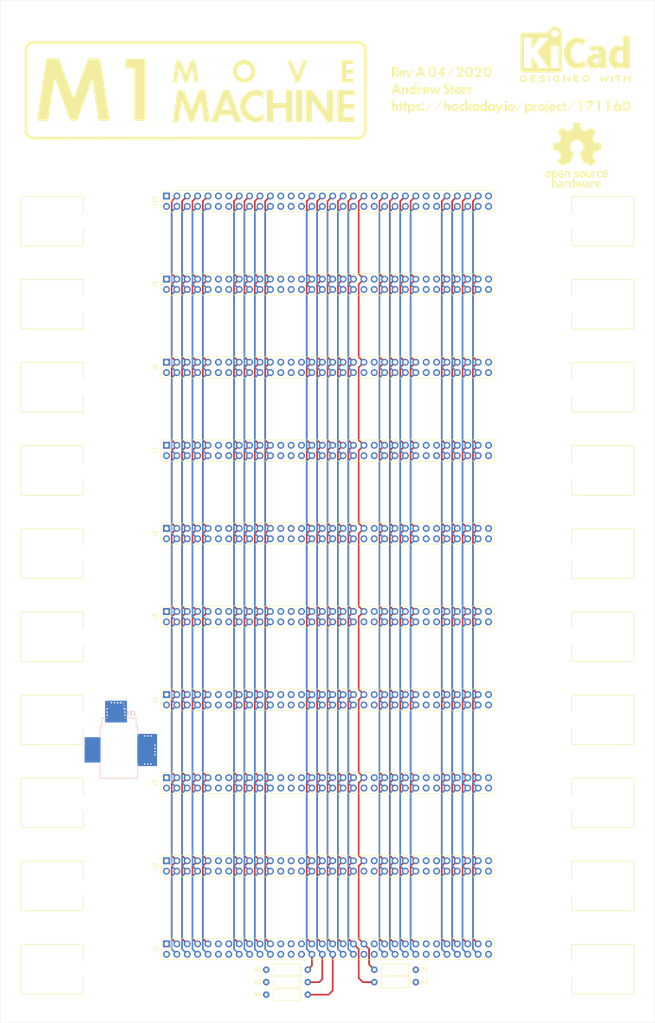
<source format=kicad_pcb>
(kicad_pcb (version 20171130) (host pcbnew 5.1.6-c6e7f7d~86~ubuntu18.04.1)
  (layers (0 F.Cu signal) (1 In1.Cu signal) (2 In2.Cu signal) (31 B.Cu signal) (34 B.Paste user) (35 F.Paste user) (36 B.SilkS user) (37 F.SilkS user) (38 B.Mask user) (39 F.Mask user) (44 Edge.Cuts user))
  (net 0 "")
  (net 1 GND)
  (net 2 +5V)
  (net 3 /A0)
  (net 4 /A1)
  (net 5 /A2)
  (net 6 /A3)
  (net 7 /A4)
  (net 8 /A5)
  (net 9 /A6)
  (net 10 /A7)
  (net 11 /A8)
  (net 12 /A9)
  (net 13 /A10)
  (net 14 /A11)
  (net 15 /A12)
  (net 16 /A13)
  (net 17 /A14)
  (net 18 /A15)
  (net 19 /nWR)
  (net 20 /nPCOE)
  (net 21 /PCINC)
  (net 22 /nTMPOE)
  (net 23 /TMPLD)
  (net 24 /nADROE)
  (net 25 /ADRHI)
  (net 26 /nADRLO)
  (net 27 /nSYSRST)
  (net 28 /nINT)
  (net 29 /nMEN)
  (net 30 /nIOSEL0)
  (net 31 /nIOSEL1)
  (net 32 /nIOSEL2)
  (net 33 /nIOSEL3)
  (net 34 /nIOSEL4)
  (net 35 /nIOSEL5)
  (net 36 /nIOSEL6)
  (net 37 /nIOSEL7)
  (net 38 /D7)
  (net 39 /D6)
  (net 40 /D5)
  (net 41 /D4)
  (net 42 /D3)
  (net 43 /D2)
  (net 44 /D1)
  (net 45 /D0)
  (net 46 "Net-(J31-Pad3)")
  (module MSeries:KiCAD (layer F.Cu) (at 208.941 89.504)
    (fp_text reference G*** hide)
    (fp_text value LOGO hide)
  )
  (module MSeries:OSH_LOGO (layer F.Cu) (at 209.449 114.142)
    (fp_text reference G*** hide)
    (fp_text value LOGO hide)
  )
  (module MSeries:M1_Label_LOGO (layer F.Cu) (at 148.505 98.24)
    (fp_text reference G*** hide)
    (fp_text value LOGO hide)
  )
  (module Connector_PinSocket_2.54mm:PinSocket_2x32_P2.54mm_Vertical (layer F.Cu) (at 109.135 306.97 90)
    (fp_text reference J1 (at -1.27 -2.77 90) (layer F.SilkS))
    (fp_text value "Socket Hdr 0.1\"")
    (pad 1 thru_hole rect (at 0 0 90) (size 1.7 1.7) (drill 1) (layers *.Cu *.Mask) (net 1 GND))
    (pad 2 thru_hole oval (at -2.54 0 90) (size 1.7 1.7) (drill 1) (layers *.Cu *.Mask) (net 1 GND))
    (pad 3 thru_hole oval (at 0 2.54 90) (size 1.7 1.7) (drill 1) (layers *.Cu *.Mask) (net 3 /A0))
    (pad 4 thru_hole oval (at -2.54 2.54 90) (size 1.7 1.7) (drill 1) (layers *.Cu *.Mask) (net 4 /A1))
    (pad 5 thru_hole oval (at 0 5.08 90) (size 1.7 1.7) (drill 1) (layers *.Cu *.Mask) (net 5 /A2))
    (pad 6 thru_hole oval (at -2.54 5.08 90) (size 1.7 1.7) (drill 1) (layers *.Cu *.Mask) (net 6 /A3))
    (pad 7 thru_hole oval (at 0 7.62 90) (size 1.7 1.7) (drill 1) (layers *.Cu *.Mask) (net 7 /A4))
    (pad 8 thru_hole oval (at -2.54 7.62 90) (size 1.7 1.7) (drill 1) (layers *.Cu *.Mask) (net 8 /A5))
    (pad 9 thru_hole oval (at 0 10.16 90) (size 1.7 1.7) (drill 1) (layers *.Cu *.Mask) (net 9 /A6))
    (pad 10 thru_hole oval (at -2.54 10.16 90) (size 1.7 1.7) (drill 1) (layers *.Cu *.Mask) (net 10 /A7))
    (pad 11 thru_hole oval (at 0 12.7 90) (size 1.7 1.7) (drill 1) (layers *.Cu *.Mask) (net 1 GND))
    (pad 12 thru_hole oval (at -2.54 12.7 90) (size 1.7 1.7) (drill 1) (layers *.Cu *.Mask) (net 1 GND))
    (pad 13 thru_hole oval (at 0 15.24 90) (size 1.7 1.7) (drill 1) (layers *.Cu *.Mask) (net 1 GND))
    (pad 14 thru_hole oval (at -2.54 15.24 90) (size 1.7 1.7) (drill 1) (layers *.Cu *.Mask) (net 1 GND))
    (pad 15 thru_hole oval (at 0 17.78 90) (size 1.7 1.7) (drill 1) (layers *.Cu *.Mask) (net 11 /A8))
    (pad 16 thru_hole oval (at -2.54 17.78 90) (size 1.7 1.7) (drill 1) (layers *.Cu *.Mask) (net 12 /A9))
    (pad 17 thru_hole oval (at 0 20.32 90) (size 1.7 1.7) (drill 1) (layers *.Cu *.Mask) (net 13 /A10))
    (pad 18 thru_hole oval (at -2.54 20.32 90) (size 1.7 1.7) (drill 1) (layers *.Cu *.Mask) (net 14 /A11))
    (pad 19 thru_hole oval (at 0 22.86 90) (size 1.7 1.7) (drill 1) (layers *.Cu *.Mask) (net 15 /A12))
    (pad 20 thru_hole oval (at -2.54 22.86 90) (size 1.7 1.7) (drill 1) (layers *.Cu *.Mask) (net 16 /A13))
    (pad 21 thru_hole oval (at 0 25.4 90) (size 1.7 1.7) (drill 1) (layers *.Cu *.Mask) (net 17 /A14))
    (pad 22 thru_hole oval (at -2.54 25.4 90) (size 1.7 1.7) (drill 1) (layers *.Cu *.Mask) (net 18 /A15))
    (pad 23 thru_hole oval (at 0 27.94 90) (size 1.7 1.7) (drill 1) (layers *.Cu *.Mask) (net 1 GND))
    (pad 24 thru_hole oval (at -2.54 27.94 90) (size 1.7 1.7) (drill 1) (layers *.Cu *.Mask) (net 1 GND))
    (pad 25 thru_hole oval (at 0 30.48 90) (size 1.7 1.7) (drill 1) (layers *.Cu *.Mask) (net 2 +5V))
    (pad 26 thru_hole oval (at -2.54 30.48 90) (size 1.7 1.7) (drill 1) (layers *.Cu *.Mask) (net 2 +5V))
    (pad 27 thru_hole oval (at 0 33.02 90) (size 1.7 1.7) (drill 1) (layers *.Cu *.Mask) (net 1 GND))
    (pad 28 thru_hole oval (at -2.54 33.02 90) (size 1.7 1.7) (drill 1) (layers *.Cu *.Mask) (net 1 GND))
    (pad 29 thru_hole oval (at 0 35.56 90) (size 1.7 1.7) (drill 1) (layers *.Cu *.Mask) (net 19 /nWR))
    (pad 30 thru_hole oval (at -2.54 35.56 90) (size 1.7 1.7) (drill 1) (layers *.Cu *.Mask) (net 20 /nPCOE))
    (pad 31 thru_hole oval (at 0 38.1 90) (size 1.7 1.7) (drill 1) (layers *.Cu *.Mask) (net 21 /PCINC))
    (pad 32 thru_hole oval (at -2.54 38.1 90) (size 1.7 1.7) (drill 1) (layers *.Cu *.Mask) (net 22 /nTMPOE))
    (pad 33 thru_hole oval (at 0 40.64 90) (size 1.7 1.7) (drill 1) (layers *.Cu *.Mask) (net 23 /TMPLD))
    (pad 34 thru_hole oval (at -2.54 40.64 90) (size 1.7 1.7) (drill 1) (layers *.Cu *.Mask) (net 24 /nADROE))
    (pad 35 thru_hole oval (at 0 43.18 90) (size 1.7 1.7) (drill 1) (layers *.Cu *.Mask) (net 25 /ADRHI))
    (pad 36 thru_hole oval (at -2.54 43.18 90) (size 1.7 1.7) (drill 1) (layers *.Cu *.Mask) (net 26 /nADRLO))
    (pad 37 thru_hole oval (at 0 45.72 90) (size 1.7 1.7) (drill 1) (layers *.Cu *.Mask) (net 27 /nSYSRST))
    (pad 38 thru_hole oval (at -2.54 45.72 90) (size 1.7 1.7) (drill 1) (layers *.Cu *.Mask) (net 28 /nINT))
    (pad 39 thru_hole oval (at 0 48.26 90) (size 1.7 1.7) (drill 1) (layers *.Cu *.Mask) (net 29 /nMEN))
    (pad 40 thru_hole oval (at -2.54 48.26 90) (size 1.7 1.7) (drill 1) (layers *.Cu *.Mask) (net 1 GND))
    (pad 41 thru_hole oval (at 0 50.8 90) (size 1.7 1.7) (drill 1) (layers *.Cu *.Mask) (net 1 GND))
    (pad 42 thru_hole oval (at -2.54 50.8 90) (size 1.7 1.7) (drill 1) (layers *.Cu *.Mask) (net 1 GND))
    (pad 43 thru_hole oval (at 0 53.34 90) (size 1.7 1.7) (drill 1) (layers *.Cu *.Mask) (net 30 /nIOSEL0))
    (pad 44 thru_hole oval (at -2.54 53.34 90) (size 1.7 1.7) (drill 1) (layers *.Cu *.Mask) (net 31 /nIOSEL1))
    (pad 45 thru_hole oval (at 0 55.88 90) (size 1.7 1.7) (drill 1) (layers *.Cu *.Mask) (net 32 /nIOSEL2))
    (pad 46 thru_hole oval (at -2.54 55.88 90) (size 1.7 1.7) (drill 1) (layers *.Cu *.Mask) (net 33 /nIOSEL3))
    (pad 47 thru_hole oval (at 0 58.42 90) (size 1.7 1.7) (drill 1) (layers *.Cu *.Mask) (net 34 /nIOSEL4))
    (pad 48 thru_hole oval (at -2.54 58.42 90) (size 1.7 1.7) (drill 1) (layers *.Cu *.Mask) (net 35 /nIOSEL5))
    (pad 49 thru_hole oval (at 0 60.96 90) (size 1.7 1.7) (drill 1) (layers *.Cu *.Mask) (net 36 /nIOSEL6))
    (pad 50 thru_hole oval (at -2.54 60.96 90) (size 1.7 1.7) (drill 1) (layers *.Cu *.Mask) (net 37 /nIOSEL7))
    (pad 51 thru_hole oval (at 0 63.5 90) (size 1.7 1.7) (drill 1) (layers *.Cu *.Mask) (net 1 GND))
    (pad 52 thru_hole oval (at -2.54 63.5 90) (size 1.7 1.7) (drill 1) (layers *.Cu *.Mask) (net 1 GND))
    (pad 53 thru_hole oval (at 0 66.04 90) (size 1.7 1.7) (drill 1) (layers *.Cu *.Mask) (net 1 GND))
    (pad 54 thru_hole oval (at -2.54 66.04 90) (size 1.7 1.7) (drill 1) (layers *.Cu *.Mask) (net 1 GND))
    (pad 55 thru_hole oval (at 0 68.58 90) (size 1.7 1.7) (drill 1) (layers *.Cu *.Mask) (net 38 /D7))
    (pad 56 thru_hole oval (at -2.54 68.58 90) (size 1.7 1.7) (drill 1) (layers *.Cu *.Mask) (net 39 /D6))
    (pad 57 thru_hole oval (at 0 71.12 90) (size 1.7 1.7) (drill 1) (layers *.Cu *.Mask) (net 40 /D5))
    (pad 58 thru_hole oval (at -2.54 71.12 90) (size 1.7 1.7) (drill 1) (layers *.Cu *.Mask) (net 41 /D4))
    (pad 59 thru_hole oval (at 0 73.66 90) (size 1.7 1.7) (drill 1) (layers *.Cu *.Mask) (net 42 /D3))
    (pad 60 thru_hole oval (at -2.54 73.66 90) (size 1.7 1.7) (drill 1) (layers *.Cu *.Mask) (net 43 /D2))
    (pad 61 thru_hole oval (at 0 76.2 90) (size 1.7 1.7) (drill 1) (layers *.Cu *.Mask) (net 44 /D1))
    (pad 62 thru_hole oval (at -2.54 76.2 90) (size 1.7 1.7) (drill 1) (layers *.Cu *.Mask) (net 45 /D0))
    (pad 63 thru_hole oval (at 0 78.74 90) (size 1.7 1.7) (drill 1) (layers *.Cu *.Mask) (net 1 GND))
    (pad 64 thru_hole oval (at -2.54 78.74 90) (size 1.7 1.7) (drill 1) (layers *.Cu *.Mask) (net 1 GND))
  )
  (module Connector_PinSocket_2.54mm:PinSocket_2x32_P2.54mm_Vertical (layer F.Cu) (at 109.135 286.65 90)
    (fp_text reference J2 (at -1.27 -2.77 90) (layer F.SilkS))
    (fp_text value "Socket Hdr 0.1\"")
    (pad 64 thru_hole oval (at -2.54 78.74 90) (size 1.7 1.7) (drill 1) (layers *.Cu *.Mask) (net 1 GND))
    (pad 63 thru_hole oval (at 0 78.74 90) (size 1.7 1.7) (drill 1) (layers *.Cu *.Mask) (net 1 GND))
    (pad 62 thru_hole oval (at -2.54 76.2 90) (size 1.7 1.7) (drill 1) (layers *.Cu *.Mask) (net 45 /D0))
    (pad 61 thru_hole oval (at 0 76.2 90) (size 1.7 1.7) (drill 1) (layers *.Cu *.Mask) (net 44 /D1))
    (pad 60 thru_hole oval (at -2.54 73.66 90) (size 1.7 1.7) (drill 1) (layers *.Cu *.Mask) (net 43 /D2))
    (pad 59 thru_hole oval (at 0 73.66 90) (size 1.7 1.7) (drill 1) (layers *.Cu *.Mask) (net 42 /D3))
    (pad 58 thru_hole oval (at -2.54 71.12 90) (size 1.7 1.7) (drill 1) (layers *.Cu *.Mask) (net 41 /D4))
    (pad 57 thru_hole oval (at 0 71.12 90) (size 1.7 1.7) (drill 1) (layers *.Cu *.Mask) (net 40 /D5))
    (pad 56 thru_hole oval (at -2.54 68.58 90) (size 1.7 1.7) (drill 1) (layers *.Cu *.Mask) (net 39 /D6))
    (pad 55 thru_hole oval (at 0 68.58 90) (size 1.7 1.7) (drill 1) (layers *.Cu *.Mask) (net 38 /D7))
    (pad 54 thru_hole oval (at -2.54 66.04 90) (size 1.7 1.7) (drill 1) (layers *.Cu *.Mask) (net 1 GND))
    (pad 53 thru_hole oval (at 0 66.04 90) (size 1.7 1.7) (drill 1) (layers *.Cu *.Mask) (net 1 GND))
    (pad 52 thru_hole oval (at -2.54 63.5 90) (size 1.7 1.7) (drill 1) (layers *.Cu *.Mask) (net 1 GND))
    (pad 51 thru_hole oval (at 0 63.5 90) (size 1.7 1.7) (drill 1) (layers *.Cu *.Mask) (net 1 GND))
    (pad 50 thru_hole oval (at -2.54 60.96 90) (size 1.7 1.7) (drill 1) (layers *.Cu *.Mask) (net 37 /nIOSEL7))
    (pad 49 thru_hole oval (at 0 60.96 90) (size 1.7 1.7) (drill 1) (layers *.Cu *.Mask) (net 36 /nIOSEL6))
    (pad 48 thru_hole oval (at -2.54 58.42 90) (size 1.7 1.7) (drill 1) (layers *.Cu *.Mask) (net 35 /nIOSEL5))
    (pad 47 thru_hole oval (at 0 58.42 90) (size 1.7 1.7) (drill 1) (layers *.Cu *.Mask) (net 34 /nIOSEL4))
    (pad 46 thru_hole oval (at -2.54 55.88 90) (size 1.7 1.7) (drill 1) (layers *.Cu *.Mask) (net 33 /nIOSEL3))
    (pad 45 thru_hole oval (at 0 55.88 90) (size 1.7 1.7) (drill 1) (layers *.Cu *.Mask) (net 32 /nIOSEL2))
    (pad 44 thru_hole oval (at -2.54 53.34 90) (size 1.7 1.7) (drill 1) (layers *.Cu *.Mask) (net 31 /nIOSEL1))
    (pad 43 thru_hole oval (at 0 53.34 90) (size 1.7 1.7) (drill 1) (layers *.Cu *.Mask) (net 30 /nIOSEL0))
    (pad 42 thru_hole oval (at -2.54 50.8 90) (size 1.7 1.7) (drill 1) (layers *.Cu *.Mask) (net 1 GND))
    (pad 41 thru_hole oval (at 0 50.8 90) (size 1.7 1.7) (drill 1) (layers *.Cu *.Mask) (net 1 GND))
    (pad 40 thru_hole oval (at -2.54 48.26 90) (size 1.7 1.7) (drill 1) (layers *.Cu *.Mask) (net 1 GND))
    (pad 39 thru_hole oval (at 0 48.26 90) (size 1.7 1.7) (drill 1) (layers *.Cu *.Mask) (net 29 /nMEN))
    (pad 38 thru_hole oval (at -2.54 45.72 90) (size 1.7 1.7) (drill 1) (layers *.Cu *.Mask) (net 28 /nINT))
    (pad 37 thru_hole oval (at 0 45.72 90) (size 1.7 1.7) (drill 1) (layers *.Cu *.Mask) (net 27 /nSYSRST))
    (pad 36 thru_hole oval (at -2.54 43.18 90) (size 1.7 1.7) (drill 1) (layers *.Cu *.Mask) (net 26 /nADRLO))
    (pad 35 thru_hole oval (at 0 43.18 90) (size 1.7 1.7) (drill 1) (layers *.Cu *.Mask) (net 25 /ADRHI))
    (pad 34 thru_hole oval (at -2.54 40.64 90) (size 1.7 1.7) (drill 1) (layers *.Cu *.Mask) (net 24 /nADROE))
    (pad 33 thru_hole oval (at 0 40.64 90) (size 1.7 1.7) (drill 1) (layers *.Cu *.Mask) (net 23 /TMPLD))
    (pad 32 thru_hole oval (at -2.54 38.1 90) (size 1.7 1.7) (drill 1) (layers *.Cu *.Mask) (net 22 /nTMPOE))
    (pad 31 thru_hole oval (at 0 38.1 90) (size 1.7 1.7) (drill 1) (layers *.Cu *.Mask) (net 21 /PCINC))
    (pad 30 thru_hole oval (at -2.54 35.56 90) (size 1.7 1.7) (drill 1) (layers *.Cu *.Mask) (net 20 /nPCOE))
    (pad 29 thru_hole oval (at 0 35.56 90) (size 1.7 1.7) (drill 1) (layers *.Cu *.Mask) (net 19 /nWR))
    (pad 28 thru_hole oval (at -2.54 33.02 90) (size 1.7 1.7) (drill 1) (layers *.Cu *.Mask) (net 1 GND))
    (pad 27 thru_hole oval (at 0 33.02 90) (size 1.7 1.7) (drill 1) (layers *.Cu *.Mask) (net 1 GND))
    (pad 26 thru_hole oval (at -2.54 30.48 90) (size 1.7 1.7) (drill 1) (layers *.Cu *.Mask) (net 2 +5V))
    (pad 25 thru_hole oval (at 0 30.48 90) (size 1.7 1.7) (drill 1) (layers *.Cu *.Mask) (net 2 +5V))
    (pad 24 thru_hole oval (at -2.54 27.94 90) (size 1.7 1.7) (drill 1) (layers *.Cu *.Mask) (net 1 GND))
    (pad 23 thru_hole oval (at 0 27.94 90) (size 1.7 1.7) (drill 1) (layers *.Cu *.Mask) (net 1 GND))
    (pad 22 thru_hole oval (at -2.54 25.4 90) (size 1.7 1.7) (drill 1) (layers *.Cu *.Mask) (net 18 /A15))
    (pad 21 thru_hole oval (at 0 25.4 90) (size 1.7 1.7) (drill 1) (layers *.Cu *.Mask) (net 17 /A14))
    (pad 20 thru_hole oval (at -2.54 22.86 90) (size 1.7 1.7) (drill 1) (layers *.Cu *.Mask) (net 16 /A13))
    (pad 19 thru_hole oval (at 0 22.86 90) (size 1.7 1.7) (drill 1) (layers *.Cu *.Mask) (net 15 /A12))
    (pad 18 thru_hole oval (at -2.54 20.32 90) (size 1.7 1.7) (drill 1) (layers *.Cu *.Mask) (net 14 /A11))
    (pad 17 thru_hole oval (at 0 20.32 90) (size 1.7 1.7) (drill 1) (layers *.Cu *.Mask) (net 13 /A10))
    (pad 16 thru_hole oval (at -2.54 17.78 90) (size 1.7 1.7) (drill 1) (layers *.Cu *.Mask) (net 12 /A9))
    (pad 15 thru_hole oval (at 0 17.78 90) (size 1.7 1.7) (drill 1) (layers *.Cu *.Mask) (net 11 /A8))
    (pad 14 thru_hole oval (at -2.54 15.24 90) (size 1.7 1.7) (drill 1) (layers *.Cu *.Mask) (net 1 GND))
    (pad 13 thru_hole oval (at 0 15.24 90) (size 1.7 1.7) (drill 1) (layers *.Cu *.Mask) (net 1 GND))
    (pad 12 thru_hole oval (at -2.54 12.7 90) (size 1.7 1.7) (drill 1) (layers *.Cu *.Mask) (net 1 GND))
    (pad 11 thru_hole oval (at 0 12.7 90) (size 1.7 1.7) (drill 1) (layers *.Cu *.Mask) (net 1 GND))
    (pad 10 thru_hole oval (at -2.54 10.16 90) (size 1.7 1.7) (drill 1) (layers *.Cu *.Mask) (net 10 /A7))
    (pad 9 thru_hole oval (at 0 10.16 90) (size 1.7 1.7) (drill 1) (layers *.Cu *.Mask) (net 9 /A6))
    (pad 8 thru_hole oval (at -2.54 7.62 90) (size 1.7 1.7) (drill 1) (layers *.Cu *.Mask) (net 8 /A5))
    (pad 7 thru_hole oval (at 0 7.62 90) (size 1.7 1.7) (drill 1) (layers *.Cu *.Mask) (net 7 /A4))
    (pad 6 thru_hole oval (at -2.54 5.08 90) (size 1.7 1.7) (drill 1) (layers *.Cu *.Mask) (net 6 /A3))
    (pad 5 thru_hole oval (at 0 5.08 90) (size 1.7 1.7) (drill 1) (layers *.Cu *.Mask) (net 5 /A2))
    (pad 4 thru_hole oval (at -2.54 2.54 90) (size 1.7 1.7) (drill 1) (layers *.Cu *.Mask) (net 4 /A1))
    (pad 3 thru_hole oval (at 0 2.54 90) (size 1.7 1.7) (drill 1) (layers *.Cu *.Mask) (net 3 /A0))
    (pad 2 thru_hole oval (at -2.54 0 90) (size 1.7 1.7) (drill 1) (layers *.Cu *.Mask) (net 1 GND))
    (pad 1 thru_hole rect (at 0 0 90) (size 1.7 1.7) (drill 1) (layers *.Cu *.Mask) (net 1 GND))
  )
  (module Connector_PinSocket_2.54mm:PinSocket_2x32_P2.54mm_Vertical (layer F.Cu) (at 109.135 266.33 90)
    (fp_text reference J3 (at -1.27 -2.77 90) (layer F.SilkS))
    (fp_text value "Socket Hdr 0.1\"")
    (pad 64 thru_hole oval (at -2.54 78.74 90) (size 1.7 1.7) (drill 1) (layers *.Cu *.Mask) (net 1 GND))
    (pad 63 thru_hole oval (at 0 78.74 90) (size 1.7 1.7) (drill 1) (layers *.Cu *.Mask) (net 1 GND))
    (pad 62 thru_hole oval (at -2.54 76.2 90) (size 1.7 1.7) (drill 1) (layers *.Cu *.Mask) (net 45 /D0))
    (pad 61 thru_hole oval (at 0 76.2 90) (size 1.7 1.7) (drill 1) (layers *.Cu *.Mask) (net 44 /D1))
    (pad 60 thru_hole oval (at -2.54 73.66 90) (size 1.7 1.7) (drill 1) (layers *.Cu *.Mask) (net 43 /D2))
    (pad 59 thru_hole oval (at 0 73.66 90) (size 1.7 1.7) (drill 1) (layers *.Cu *.Mask) (net 42 /D3))
    (pad 58 thru_hole oval (at -2.54 71.12 90) (size 1.7 1.7) (drill 1) (layers *.Cu *.Mask) (net 41 /D4))
    (pad 57 thru_hole oval (at 0 71.12 90) (size 1.7 1.7) (drill 1) (layers *.Cu *.Mask) (net 40 /D5))
    (pad 56 thru_hole oval (at -2.54 68.58 90) (size 1.7 1.7) (drill 1) (layers *.Cu *.Mask) (net 39 /D6))
    (pad 55 thru_hole oval (at 0 68.58 90) (size 1.7 1.7) (drill 1) (layers *.Cu *.Mask) (net 38 /D7))
    (pad 54 thru_hole oval (at -2.54 66.04 90) (size 1.7 1.7) (drill 1) (layers *.Cu *.Mask) (net 1 GND))
    (pad 53 thru_hole oval (at 0 66.04 90) (size 1.7 1.7) (drill 1) (layers *.Cu *.Mask) (net 1 GND))
    (pad 52 thru_hole oval (at -2.54 63.5 90) (size 1.7 1.7) (drill 1) (layers *.Cu *.Mask) (net 1 GND))
    (pad 51 thru_hole oval (at 0 63.5 90) (size 1.7 1.7) (drill 1) (layers *.Cu *.Mask) (net 1 GND))
    (pad 50 thru_hole oval (at -2.54 60.96 90) (size 1.7 1.7) (drill 1) (layers *.Cu *.Mask) (net 37 /nIOSEL7))
    (pad 49 thru_hole oval (at 0 60.96 90) (size 1.7 1.7) (drill 1) (layers *.Cu *.Mask) (net 36 /nIOSEL6))
    (pad 48 thru_hole oval (at -2.54 58.42 90) (size 1.7 1.7) (drill 1) (layers *.Cu *.Mask) (net 35 /nIOSEL5))
    (pad 47 thru_hole oval (at 0 58.42 90) (size 1.7 1.7) (drill 1) (layers *.Cu *.Mask) (net 34 /nIOSEL4))
    (pad 46 thru_hole oval (at -2.54 55.88 90) (size 1.7 1.7) (drill 1) (layers *.Cu *.Mask) (net 33 /nIOSEL3))
    (pad 45 thru_hole oval (at 0 55.88 90) (size 1.7 1.7) (drill 1) (layers *.Cu *.Mask) (net 32 /nIOSEL2))
    (pad 44 thru_hole oval (at -2.54 53.34 90) (size 1.7 1.7) (drill 1) (layers *.Cu *.Mask) (net 31 /nIOSEL1))
    (pad 43 thru_hole oval (at 0 53.34 90) (size 1.7 1.7) (drill 1) (layers *.Cu *.Mask) (net 30 /nIOSEL0))
    (pad 42 thru_hole oval (at -2.54 50.8 90) (size 1.7 1.7) (drill 1) (layers *.Cu *.Mask) (net 1 GND))
    (pad 41 thru_hole oval (at 0 50.8 90) (size 1.7 1.7) (drill 1) (layers *.Cu *.Mask) (net 1 GND))
    (pad 40 thru_hole oval (at -2.54 48.26 90) (size 1.7 1.7) (drill 1) (layers *.Cu *.Mask) (net 1 GND))
    (pad 39 thru_hole oval (at 0 48.26 90) (size 1.7 1.7) (drill 1) (layers *.Cu *.Mask) (net 29 /nMEN))
    (pad 38 thru_hole oval (at -2.54 45.72 90) (size 1.7 1.7) (drill 1) (layers *.Cu *.Mask) (net 28 /nINT))
    (pad 37 thru_hole oval (at 0 45.72 90) (size 1.7 1.7) (drill 1) (layers *.Cu *.Mask) (net 27 /nSYSRST))
    (pad 36 thru_hole oval (at -2.54 43.18 90) (size 1.7 1.7) (drill 1) (layers *.Cu *.Mask) (net 26 /nADRLO))
    (pad 35 thru_hole oval (at 0 43.18 90) (size 1.7 1.7) (drill 1) (layers *.Cu *.Mask) (net 25 /ADRHI))
    (pad 34 thru_hole oval (at -2.54 40.64 90) (size 1.7 1.7) (drill 1) (layers *.Cu *.Mask) (net 24 /nADROE))
    (pad 33 thru_hole oval (at 0 40.64 90) (size 1.7 1.7) (drill 1) (layers *.Cu *.Mask) (net 23 /TMPLD))
    (pad 32 thru_hole oval (at -2.54 38.1 90) (size 1.7 1.7) (drill 1) (layers *.Cu *.Mask) (net 22 /nTMPOE))
    (pad 31 thru_hole oval (at 0 38.1 90) (size 1.7 1.7) (drill 1) (layers *.Cu *.Mask) (net 21 /PCINC))
    (pad 30 thru_hole oval (at -2.54 35.56 90) (size 1.7 1.7) (drill 1) (layers *.Cu *.Mask) (net 20 /nPCOE))
    (pad 29 thru_hole oval (at 0 35.56 90) (size 1.7 1.7) (drill 1) (layers *.Cu *.Mask) (net 19 /nWR))
    (pad 28 thru_hole oval (at -2.54 33.02 90) (size 1.7 1.7) (drill 1) (layers *.Cu *.Mask) (net 1 GND))
    (pad 27 thru_hole oval (at 0 33.02 90) (size 1.7 1.7) (drill 1) (layers *.Cu *.Mask) (net 1 GND))
    (pad 26 thru_hole oval (at -2.54 30.48 90) (size 1.7 1.7) (drill 1) (layers *.Cu *.Mask) (net 2 +5V))
    (pad 25 thru_hole oval (at 0 30.48 90) (size 1.7 1.7) (drill 1) (layers *.Cu *.Mask) (net 2 +5V))
    (pad 24 thru_hole oval (at -2.54 27.94 90) (size 1.7 1.7) (drill 1) (layers *.Cu *.Mask) (net 1 GND))
    (pad 23 thru_hole oval (at 0 27.94 90) (size 1.7 1.7) (drill 1) (layers *.Cu *.Mask) (net 1 GND))
    (pad 22 thru_hole oval (at -2.54 25.4 90) (size 1.7 1.7) (drill 1) (layers *.Cu *.Mask) (net 18 /A15))
    (pad 21 thru_hole oval (at 0 25.4 90) (size 1.7 1.7) (drill 1) (layers *.Cu *.Mask) (net 17 /A14))
    (pad 20 thru_hole oval (at -2.54 22.86 90) (size 1.7 1.7) (drill 1) (layers *.Cu *.Mask) (net 16 /A13))
    (pad 19 thru_hole oval (at 0 22.86 90) (size 1.7 1.7) (drill 1) (layers *.Cu *.Mask) (net 15 /A12))
    (pad 18 thru_hole oval (at -2.54 20.32 90) (size 1.7 1.7) (drill 1) (layers *.Cu *.Mask) (net 14 /A11))
    (pad 17 thru_hole oval (at 0 20.32 90) (size 1.7 1.7) (drill 1) (layers *.Cu *.Mask) (net 13 /A10))
    (pad 16 thru_hole oval (at -2.54 17.78 90) (size 1.7 1.7) (drill 1) (layers *.Cu *.Mask) (net 12 /A9))
    (pad 15 thru_hole oval (at 0 17.78 90) (size 1.7 1.7) (drill 1) (layers *.Cu *.Mask) (net 11 /A8))
    (pad 14 thru_hole oval (at -2.54 15.24 90) (size 1.7 1.7) (drill 1) (layers *.Cu *.Mask) (net 1 GND))
    (pad 13 thru_hole oval (at 0 15.24 90) (size 1.7 1.7) (drill 1) (layers *.Cu *.Mask) (net 1 GND))
    (pad 12 thru_hole oval (at -2.54 12.7 90) (size 1.7 1.7) (drill 1) (layers *.Cu *.Mask) (net 1 GND))
    (pad 11 thru_hole oval (at 0 12.7 90) (size 1.7 1.7) (drill 1) (layers *.Cu *.Mask) (net 1 GND))
    (pad 10 thru_hole oval (at -2.54 10.16 90) (size 1.7 1.7) (drill 1) (layers *.Cu *.Mask) (net 10 /A7))
    (pad 9 thru_hole oval (at 0 10.16 90) (size 1.7 1.7) (drill 1) (layers *.Cu *.Mask) (net 9 /A6))
    (pad 8 thru_hole oval (at -2.54 7.62 90) (size 1.7 1.7) (drill 1) (layers *.Cu *.Mask) (net 8 /A5))
    (pad 7 thru_hole oval (at 0 7.62 90) (size 1.7 1.7) (drill 1) (layers *.Cu *.Mask) (net 7 /A4))
    (pad 6 thru_hole oval (at -2.54 5.08 90) (size 1.7 1.7) (drill 1) (layers *.Cu *.Mask) (net 6 /A3))
    (pad 5 thru_hole oval (at 0 5.08 90) (size 1.7 1.7) (drill 1) (layers *.Cu *.Mask) (net 5 /A2))
    (pad 4 thru_hole oval (at -2.54 2.54 90) (size 1.7 1.7) (drill 1) (layers *.Cu *.Mask) (net 4 /A1))
    (pad 3 thru_hole oval (at 0 2.54 90) (size 1.7 1.7) (drill 1) (layers *.Cu *.Mask) (net 3 /A0))
    (pad 2 thru_hole oval (at -2.54 0 90) (size 1.7 1.7) (drill 1) (layers *.Cu *.Mask) (net 1 GND))
    (pad 1 thru_hole rect (at 0 0 90) (size 1.7 1.7) (drill 1) (layers *.Cu *.Mask) (net 1 GND))
  )
  (module Connector_PinSocket_2.54mm:PinSocket_2x32_P2.54mm_Vertical (layer F.Cu) (at 109.135 246.01 90)
    (fp_text reference J4 (at -1.27 -2.77 90) (layer F.SilkS))
    (fp_text value "Socket Hdr 0.1\"")
    (pad 1 thru_hole rect (at 0 0 90) (size 1.7 1.7) (drill 1) (layers *.Cu *.Mask) (net 1 GND))
    (pad 2 thru_hole oval (at -2.54 0 90) (size 1.7 1.7) (drill 1) (layers *.Cu *.Mask) (net 1 GND))
    (pad 3 thru_hole oval (at 0 2.54 90) (size 1.7 1.7) (drill 1) (layers *.Cu *.Mask) (net 3 /A0))
    (pad 4 thru_hole oval (at -2.54 2.54 90) (size 1.7 1.7) (drill 1) (layers *.Cu *.Mask) (net 4 /A1))
    (pad 5 thru_hole oval (at 0 5.08 90) (size 1.7 1.7) (drill 1) (layers *.Cu *.Mask) (net 5 /A2))
    (pad 6 thru_hole oval (at -2.54 5.08 90) (size 1.7 1.7) (drill 1) (layers *.Cu *.Mask) (net 6 /A3))
    (pad 7 thru_hole oval (at 0 7.62 90) (size 1.7 1.7) (drill 1) (layers *.Cu *.Mask) (net 7 /A4))
    (pad 8 thru_hole oval (at -2.54 7.62 90) (size 1.7 1.7) (drill 1) (layers *.Cu *.Mask) (net 8 /A5))
    (pad 9 thru_hole oval (at 0 10.16 90) (size 1.7 1.7) (drill 1) (layers *.Cu *.Mask) (net 9 /A6))
    (pad 10 thru_hole oval (at -2.54 10.16 90) (size 1.7 1.7) (drill 1) (layers *.Cu *.Mask) (net 10 /A7))
    (pad 11 thru_hole oval (at 0 12.7 90) (size 1.7 1.7) (drill 1) (layers *.Cu *.Mask) (net 1 GND))
    (pad 12 thru_hole oval (at -2.54 12.7 90) (size 1.7 1.7) (drill 1) (layers *.Cu *.Mask) (net 1 GND))
    (pad 13 thru_hole oval (at 0 15.24 90) (size 1.7 1.7) (drill 1) (layers *.Cu *.Mask) (net 1 GND))
    (pad 14 thru_hole oval (at -2.54 15.24 90) (size 1.7 1.7) (drill 1) (layers *.Cu *.Mask) (net 1 GND))
    (pad 15 thru_hole oval (at 0 17.78 90) (size 1.7 1.7) (drill 1) (layers *.Cu *.Mask) (net 11 /A8))
    (pad 16 thru_hole oval (at -2.54 17.78 90) (size 1.7 1.7) (drill 1) (layers *.Cu *.Mask) (net 12 /A9))
    (pad 17 thru_hole oval (at 0 20.32 90) (size 1.7 1.7) (drill 1) (layers *.Cu *.Mask) (net 13 /A10))
    (pad 18 thru_hole oval (at -2.54 20.32 90) (size 1.7 1.7) (drill 1) (layers *.Cu *.Mask) (net 14 /A11))
    (pad 19 thru_hole oval (at 0 22.86 90) (size 1.7 1.7) (drill 1) (layers *.Cu *.Mask) (net 15 /A12))
    (pad 20 thru_hole oval (at -2.54 22.86 90) (size 1.7 1.7) (drill 1) (layers *.Cu *.Mask) (net 16 /A13))
    (pad 21 thru_hole oval (at 0 25.4 90) (size 1.7 1.7) (drill 1) (layers *.Cu *.Mask) (net 17 /A14))
    (pad 22 thru_hole oval (at -2.54 25.4 90) (size 1.7 1.7) (drill 1) (layers *.Cu *.Mask) (net 18 /A15))
    (pad 23 thru_hole oval (at 0 27.94 90) (size 1.7 1.7) (drill 1) (layers *.Cu *.Mask) (net 1 GND))
    (pad 24 thru_hole oval (at -2.54 27.94 90) (size 1.7 1.7) (drill 1) (layers *.Cu *.Mask) (net 1 GND))
    (pad 25 thru_hole oval (at 0 30.48 90) (size 1.7 1.7) (drill 1) (layers *.Cu *.Mask) (net 2 +5V))
    (pad 26 thru_hole oval (at -2.54 30.48 90) (size 1.7 1.7) (drill 1) (layers *.Cu *.Mask) (net 2 +5V))
    (pad 27 thru_hole oval (at 0 33.02 90) (size 1.7 1.7) (drill 1) (layers *.Cu *.Mask) (net 1 GND))
    (pad 28 thru_hole oval (at -2.54 33.02 90) (size 1.7 1.7) (drill 1) (layers *.Cu *.Mask) (net 1 GND))
    (pad 29 thru_hole oval (at 0 35.56 90) (size 1.7 1.7) (drill 1) (layers *.Cu *.Mask) (net 19 /nWR))
    (pad 30 thru_hole oval (at -2.54 35.56 90) (size 1.7 1.7) (drill 1) (layers *.Cu *.Mask) (net 20 /nPCOE))
    (pad 31 thru_hole oval (at 0 38.1 90) (size 1.7 1.7) (drill 1) (layers *.Cu *.Mask) (net 21 /PCINC))
    (pad 32 thru_hole oval (at -2.54 38.1 90) (size 1.7 1.7) (drill 1) (layers *.Cu *.Mask) (net 22 /nTMPOE))
    (pad 33 thru_hole oval (at 0 40.64 90) (size 1.7 1.7) (drill 1) (layers *.Cu *.Mask) (net 23 /TMPLD))
    (pad 34 thru_hole oval (at -2.54 40.64 90) (size 1.7 1.7) (drill 1) (layers *.Cu *.Mask) (net 24 /nADROE))
    (pad 35 thru_hole oval (at 0 43.18 90) (size 1.7 1.7) (drill 1) (layers *.Cu *.Mask) (net 25 /ADRHI))
    (pad 36 thru_hole oval (at -2.54 43.18 90) (size 1.7 1.7) (drill 1) (layers *.Cu *.Mask) (net 26 /nADRLO))
    (pad 37 thru_hole oval (at 0 45.72 90) (size 1.7 1.7) (drill 1) (layers *.Cu *.Mask) (net 27 /nSYSRST))
    (pad 38 thru_hole oval (at -2.54 45.72 90) (size 1.7 1.7) (drill 1) (layers *.Cu *.Mask) (net 28 /nINT))
    (pad 39 thru_hole oval (at 0 48.26 90) (size 1.7 1.7) (drill 1) (layers *.Cu *.Mask) (net 29 /nMEN))
    (pad 40 thru_hole oval (at -2.54 48.26 90) (size 1.7 1.7) (drill 1) (layers *.Cu *.Mask) (net 1 GND))
    (pad 41 thru_hole oval (at 0 50.8 90) (size 1.7 1.7) (drill 1) (layers *.Cu *.Mask) (net 1 GND))
    (pad 42 thru_hole oval (at -2.54 50.8 90) (size 1.7 1.7) (drill 1) (layers *.Cu *.Mask) (net 1 GND))
    (pad 43 thru_hole oval (at 0 53.34 90) (size 1.7 1.7) (drill 1) (layers *.Cu *.Mask) (net 30 /nIOSEL0))
    (pad 44 thru_hole oval (at -2.54 53.34 90) (size 1.7 1.7) (drill 1) (layers *.Cu *.Mask) (net 31 /nIOSEL1))
    (pad 45 thru_hole oval (at 0 55.88 90) (size 1.7 1.7) (drill 1) (layers *.Cu *.Mask) (net 32 /nIOSEL2))
    (pad 46 thru_hole oval (at -2.54 55.88 90) (size 1.7 1.7) (drill 1) (layers *.Cu *.Mask) (net 33 /nIOSEL3))
    (pad 47 thru_hole oval (at 0 58.42 90) (size 1.7 1.7) (drill 1) (layers *.Cu *.Mask) (net 34 /nIOSEL4))
    (pad 48 thru_hole oval (at -2.54 58.42 90) (size 1.7 1.7) (drill 1) (layers *.Cu *.Mask) (net 35 /nIOSEL5))
    (pad 49 thru_hole oval (at 0 60.96 90) (size 1.7 1.7) (drill 1) (layers *.Cu *.Mask) (net 36 /nIOSEL6))
    (pad 50 thru_hole oval (at -2.54 60.96 90) (size 1.7 1.7) (drill 1) (layers *.Cu *.Mask) (net 37 /nIOSEL7))
    (pad 51 thru_hole oval (at 0 63.5 90) (size 1.7 1.7) (drill 1) (layers *.Cu *.Mask) (net 1 GND))
    (pad 52 thru_hole oval (at -2.54 63.5 90) (size 1.7 1.7) (drill 1) (layers *.Cu *.Mask) (net 1 GND))
    (pad 53 thru_hole oval (at 0 66.04 90) (size 1.7 1.7) (drill 1) (layers *.Cu *.Mask) (net 1 GND))
    (pad 54 thru_hole oval (at -2.54 66.04 90) (size 1.7 1.7) (drill 1) (layers *.Cu *.Mask) (net 1 GND))
    (pad 55 thru_hole oval (at 0 68.58 90) (size 1.7 1.7) (drill 1) (layers *.Cu *.Mask) (net 38 /D7))
    (pad 56 thru_hole oval (at -2.54 68.58 90) (size 1.7 1.7) (drill 1) (layers *.Cu *.Mask) (net 39 /D6))
    (pad 57 thru_hole oval (at 0 71.12 90) (size 1.7 1.7) (drill 1) (layers *.Cu *.Mask) (net 40 /D5))
    (pad 58 thru_hole oval (at -2.54 71.12 90) (size 1.7 1.7) (drill 1) (layers *.Cu *.Mask) (net 41 /D4))
    (pad 59 thru_hole oval (at 0 73.66 90) (size 1.7 1.7) (drill 1) (layers *.Cu *.Mask) (net 42 /D3))
    (pad 60 thru_hole oval (at -2.54 73.66 90) (size 1.7 1.7) (drill 1) (layers *.Cu *.Mask) (net 43 /D2))
    (pad 61 thru_hole oval (at 0 76.2 90) (size 1.7 1.7) (drill 1) (layers *.Cu *.Mask) (net 44 /D1))
    (pad 62 thru_hole oval (at -2.54 76.2 90) (size 1.7 1.7) (drill 1) (layers *.Cu *.Mask) (net 45 /D0))
    (pad 63 thru_hole oval (at 0 78.74 90) (size 1.7 1.7) (drill 1) (layers *.Cu *.Mask) (net 1 GND))
    (pad 64 thru_hole oval (at -2.54 78.74 90) (size 1.7 1.7) (drill 1) (layers *.Cu *.Mask) (net 1 GND))
  )
  (module Connector_PinSocket_2.54mm:PinSocket_2x32_P2.54mm_Vertical (layer F.Cu) (at 109.135 225.69 90)
    (fp_text reference J5 (at -1.27 -2.77 90) (layer F.SilkS))
    (fp_text value "Socket Hdr 0.1\"")
    (pad 1 thru_hole rect (at 0 0 90) (size 1.7 1.7) (drill 1) (layers *.Cu *.Mask) (net 1 GND))
    (pad 2 thru_hole oval (at -2.54 0 90) (size 1.7 1.7) (drill 1) (layers *.Cu *.Mask) (net 1 GND))
    (pad 3 thru_hole oval (at 0 2.54 90) (size 1.7 1.7) (drill 1) (layers *.Cu *.Mask) (net 3 /A0))
    (pad 4 thru_hole oval (at -2.54 2.54 90) (size 1.7 1.7) (drill 1) (layers *.Cu *.Mask) (net 4 /A1))
    (pad 5 thru_hole oval (at 0 5.08 90) (size 1.7 1.7) (drill 1) (layers *.Cu *.Mask) (net 5 /A2))
    (pad 6 thru_hole oval (at -2.54 5.08 90) (size 1.7 1.7) (drill 1) (layers *.Cu *.Mask) (net 6 /A3))
    (pad 7 thru_hole oval (at 0 7.62 90) (size 1.7 1.7) (drill 1) (layers *.Cu *.Mask) (net 7 /A4))
    (pad 8 thru_hole oval (at -2.54 7.62 90) (size 1.7 1.7) (drill 1) (layers *.Cu *.Mask) (net 8 /A5))
    (pad 9 thru_hole oval (at 0 10.16 90) (size 1.7 1.7) (drill 1) (layers *.Cu *.Mask) (net 9 /A6))
    (pad 10 thru_hole oval (at -2.54 10.16 90) (size 1.7 1.7) (drill 1) (layers *.Cu *.Mask) (net 10 /A7))
    (pad 11 thru_hole oval (at 0 12.7 90) (size 1.7 1.7) (drill 1) (layers *.Cu *.Mask) (net 1 GND))
    (pad 12 thru_hole oval (at -2.54 12.7 90) (size 1.7 1.7) (drill 1) (layers *.Cu *.Mask) (net 1 GND))
    (pad 13 thru_hole oval (at 0 15.24 90) (size 1.7 1.7) (drill 1) (layers *.Cu *.Mask) (net 1 GND))
    (pad 14 thru_hole oval (at -2.54 15.24 90) (size 1.7 1.7) (drill 1) (layers *.Cu *.Mask) (net 1 GND))
    (pad 15 thru_hole oval (at 0 17.78 90) (size 1.7 1.7) (drill 1) (layers *.Cu *.Mask) (net 11 /A8))
    (pad 16 thru_hole oval (at -2.54 17.78 90) (size 1.7 1.7) (drill 1) (layers *.Cu *.Mask) (net 12 /A9))
    (pad 17 thru_hole oval (at 0 20.32 90) (size 1.7 1.7) (drill 1) (layers *.Cu *.Mask) (net 13 /A10))
    (pad 18 thru_hole oval (at -2.54 20.32 90) (size 1.7 1.7) (drill 1) (layers *.Cu *.Mask) (net 14 /A11))
    (pad 19 thru_hole oval (at 0 22.86 90) (size 1.7 1.7) (drill 1) (layers *.Cu *.Mask) (net 15 /A12))
    (pad 20 thru_hole oval (at -2.54 22.86 90) (size 1.7 1.7) (drill 1) (layers *.Cu *.Mask) (net 16 /A13))
    (pad 21 thru_hole oval (at 0 25.4 90) (size 1.7 1.7) (drill 1) (layers *.Cu *.Mask) (net 17 /A14))
    (pad 22 thru_hole oval (at -2.54 25.4 90) (size 1.7 1.7) (drill 1) (layers *.Cu *.Mask) (net 18 /A15))
    (pad 23 thru_hole oval (at 0 27.94 90) (size 1.7 1.7) (drill 1) (layers *.Cu *.Mask) (net 1 GND))
    (pad 24 thru_hole oval (at -2.54 27.94 90) (size 1.7 1.7) (drill 1) (layers *.Cu *.Mask) (net 1 GND))
    (pad 25 thru_hole oval (at 0 30.48 90) (size 1.7 1.7) (drill 1) (layers *.Cu *.Mask) (net 2 +5V))
    (pad 26 thru_hole oval (at -2.54 30.48 90) (size 1.7 1.7) (drill 1) (layers *.Cu *.Mask) (net 2 +5V))
    (pad 27 thru_hole oval (at 0 33.02 90) (size 1.7 1.7) (drill 1) (layers *.Cu *.Mask) (net 1 GND))
    (pad 28 thru_hole oval (at -2.54 33.02 90) (size 1.7 1.7) (drill 1) (layers *.Cu *.Mask) (net 1 GND))
    (pad 29 thru_hole oval (at 0 35.56 90) (size 1.7 1.7) (drill 1) (layers *.Cu *.Mask) (net 19 /nWR))
    (pad 30 thru_hole oval (at -2.54 35.56 90) (size 1.7 1.7) (drill 1) (layers *.Cu *.Mask) (net 20 /nPCOE))
    (pad 31 thru_hole oval (at 0 38.1 90) (size 1.7 1.7) (drill 1) (layers *.Cu *.Mask) (net 21 /PCINC))
    (pad 32 thru_hole oval (at -2.54 38.1 90) (size 1.7 1.7) (drill 1) (layers *.Cu *.Mask) (net 22 /nTMPOE))
    (pad 33 thru_hole oval (at 0 40.64 90) (size 1.7 1.7) (drill 1) (layers *.Cu *.Mask) (net 23 /TMPLD))
    (pad 34 thru_hole oval (at -2.54 40.64 90) (size 1.7 1.7) (drill 1) (layers *.Cu *.Mask) (net 24 /nADROE))
    (pad 35 thru_hole oval (at 0 43.18 90) (size 1.7 1.7) (drill 1) (layers *.Cu *.Mask) (net 25 /ADRHI))
    (pad 36 thru_hole oval (at -2.54 43.18 90) (size 1.7 1.7) (drill 1) (layers *.Cu *.Mask) (net 26 /nADRLO))
    (pad 37 thru_hole oval (at 0 45.72 90) (size 1.7 1.7) (drill 1) (layers *.Cu *.Mask) (net 27 /nSYSRST))
    (pad 38 thru_hole oval (at -2.54 45.72 90) (size 1.7 1.7) (drill 1) (layers *.Cu *.Mask) (net 28 /nINT))
    (pad 39 thru_hole oval (at 0 48.26 90) (size 1.7 1.7) (drill 1) (layers *.Cu *.Mask) (net 29 /nMEN))
    (pad 40 thru_hole oval (at -2.54 48.26 90) (size 1.7 1.7) (drill 1) (layers *.Cu *.Mask) (net 1 GND))
    (pad 41 thru_hole oval (at 0 50.8 90) (size 1.7 1.7) (drill 1) (layers *.Cu *.Mask) (net 1 GND))
    (pad 42 thru_hole oval (at -2.54 50.8 90) (size 1.7 1.7) (drill 1) (layers *.Cu *.Mask) (net 1 GND))
    (pad 43 thru_hole oval (at 0 53.34 90) (size 1.7 1.7) (drill 1) (layers *.Cu *.Mask) (net 30 /nIOSEL0))
    (pad 44 thru_hole oval (at -2.54 53.34 90) (size 1.7 1.7) (drill 1) (layers *.Cu *.Mask) (net 31 /nIOSEL1))
    (pad 45 thru_hole oval (at 0 55.88 90) (size 1.7 1.7) (drill 1) (layers *.Cu *.Mask) (net 32 /nIOSEL2))
    (pad 46 thru_hole oval (at -2.54 55.88 90) (size 1.7 1.7) (drill 1) (layers *.Cu *.Mask) (net 33 /nIOSEL3))
    (pad 47 thru_hole oval (at 0 58.42 90) (size 1.7 1.7) (drill 1) (layers *.Cu *.Mask) (net 34 /nIOSEL4))
    (pad 48 thru_hole oval (at -2.54 58.42 90) (size 1.7 1.7) (drill 1) (layers *.Cu *.Mask) (net 35 /nIOSEL5))
    (pad 49 thru_hole oval (at 0 60.96 90) (size 1.7 1.7) (drill 1) (layers *.Cu *.Mask) (net 36 /nIOSEL6))
    (pad 50 thru_hole oval (at -2.54 60.96 90) (size 1.7 1.7) (drill 1) (layers *.Cu *.Mask) (net 37 /nIOSEL7))
    (pad 51 thru_hole oval (at 0 63.5 90) (size 1.7 1.7) (drill 1) (layers *.Cu *.Mask) (net 1 GND))
    (pad 52 thru_hole oval (at -2.54 63.5 90) (size 1.7 1.7) (drill 1) (layers *.Cu *.Mask) (net 1 GND))
    (pad 53 thru_hole oval (at 0 66.04 90) (size 1.7 1.7) (drill 1) (layers *.Cu *.Mask) (net 1 GND))
    (pad 54 thru_hole oval (at -2.54 66.04 90) (size 1.7 1.7) (drill 1) (layers *.Cu *.Mask) (net 1 GND))
    (pad 55 thru_hole oval (at 0 68.58 90) (size 1.7 1.7) (drill 1) (layers *.Cu *.Mask) (net 38 /D7))
    (pad 56 thru_hole oval (at -2.54 68.58 90) (size 1.7 1.7) (drill 1) (layers *.Cu *.Mask) (net 39 /D6))
    (pad 57 thru_hole oval (at 0 71.12 90) (size 1.7 1.7) (drill 1) (layers *.Cu *.Mask) (net 40 /D5))
    (pad 58 thru_hole oval (at -2.54 71.12 90) (size 1.7 1.7) (drill 1) (layers *.Cu *.Mask) (net 41 /D4))
    (pad 59 thru_hole oval (at 0 73.66 90) (size 1.7 1.7) (drill 1) (layers *.Cu *.Mask) (net 42 /D3))
    (pad 60 thru_hole oval (at -2.54 73.66 90) (size 1.7 1.7) (drill 1) (layers *.Cu *.Mask) (net 43 /D2))
    (pad 61 thru_hole oval (at 0 76.2 90) (size 1.7 1.7) (drill 1) (layers *.Cu *.Mask) (net 44 /D1))
    (pad 62 thru_hole oval (at -2.54 76.2 90) (size 1.7 1.7) (drill 1) (layers *.Cu *.Mask) (net 45 /D0))
    (pad 63 thru_hole oval (at 0 78.74 90) (size 1.7 1.7) (drill 1) (layers *.Cu *.Mask) (net 1 GND))
    (pad 64 thru_hole oval (at -2.54 78.74 90) (size 1.7 1.7) (drill 1) (layers *.Cu *.Mask) (net 1 GND))
  )
  (module Connector_PinSocket_2.54mm:PinSocket_2x32_P2.54mm_Vertical (layer F.Cu) (at 109.135 205.37 90)
    (fp_text reference J6 (at -1.27 -2.77 90) (layer F.SilkS))
    (fp_text value "Socket Hdr 0.1\"")
    (pad 64 thru_hole oval (at -2.54 78.74 90) (size 1.7 1.7) (drill 1) (layers *.Cu *.Mask) (net 1 GND))
    (pad 63 thru_hole oval (at 0 78.74 90) (size 1.7 1.7) (drill 1) (layers *.Cu *.Mask) (net 1 GND))
    (pad 62 thru_hole oval (at -2.54 76.2 90) (size 1.7 1.7) (drill 1) (layers *.Cu *.Mask) (net 45 /D0))
    (pad 61 thru_hole oval (at 0 76.2 90) (size 1.7 1.7) (drill 1) (layers *.Cu *.Mask) (net 44 /D1))
    (pad 60 thru_hole oval (at -2.54 73.66 90) (size 1.7 1.7) (drill 1) (layers *.Cu *.Mask) (net 43 /D2))
    (pad 59 thru_hole oval (at 0 73.66 90) (size 1.7 1.7) (drill 1) (layers *.Cu *.Mask) (net 42 /D3))
    (pad 58 thru_hole oval (at -2.54 71.12 90) (size 1.7 1.7) (drill 1) (layers *.Cu *.Mask) (net 41 /D4))
    (pad 57 thru_hole oval (at 0 71.12 90) (size 1.7 1.7) (drill 1) (layers *.Cu *.Mask) (net 40 /D5))
    (pad 56 thru_hole oval (at -2.54 68.58 90) (size 1.7 1.7) (drill 1) (layers *.Cu *.Mask) (net 39 /D6))
    (pad 55 thru_hole oval (at 0 68.58 90) (size 1.7 1.7) (drill 1) (layers *.Cu *.Mask) (net 38 /D7))
    (pad 54 thru_hole oval (at -2.54 66.04 90) (size 1.7 1.7) (drill 1) (layers *.Cu *.Mask) (net 1 GND))
    (pad 53 thru_hole oval (at 0 66.04 90) (size 1.7 1.7) (drill 1) (layers *.Cu *.Mask) (net 1 GND))
    (pad 52 thru_hole oval (at -2.54 63.5 90) (size 1.7 1.7) (drill 1) (layers *.Cu *.Mask) (net 1 GND))
    (pad 51 thru_hole oval (at 0 63.5 90) (size 1.7 1.7) (drill 1) (layers *.Cu *.Mask) (net 1 GND))
    (pad 50 thru_hole oval (at -2.54 60.96 90) (size 1.7 1.7) (drill 1) (layers *.Cu *.Mask) (net 37 /nIOSEL7))
    (pad 49 thru_hole oval (at 0 60.96 90) (size 1.7 1.7) (drill 1) (layers *.Cu *.Mask) (net 36 /nIOSEL6))
    (pad 48 thru_hole oval (at -2.54 58.42 90) (size 1.7 1.7) (drill 1) (layers *.Cu *.Mask) (net 35 /nIOSEL5))
    (pad 47 thru_hole oval (at 0 58.42 90) (size 1.7 1.7) (drill 1) (layers *.Cu *.Mask) (net 34 /nIOSEL4))
    (pad 46 thru_hole oval (at -2.54 55.88 90) (size 1.7 1.7) (drill 1) (layers *.Cu *.Mask) (net 33 /nIOSEL3))
    (pad 45 thru_hole oval (at 0 55.88 90) (size 1.7 1.7) (drill 1) (layers *.Cu *.Mask) (net 32 /nIOSEL2))
    (pad 44 thru_hole oval (at -2.54 53.34 90) (size 1.7 1.7) (drill 1) (layers *.Cu *.Mask) (net 31 /nIOSEL1))
    (pad 43 thru_hole oval (at 0 53.34 90) (size 1.7 1.7) (drill 1) (layers *.Cu *.Mask) (net 30 /nIOSEL0))
    (pad 42 thru_hole oval (at -2.54 50.8 90) (size 1.7 1.7) (drill 1) (layers *.Cu *.Mask) (net 1 GND))
    (pad 41 thru_hole oval (at 0 50.8 90) (size 1.7 1.7) (drill 1) (layers *.Cu *.Mask) (net 1 GND))
    (pad 40 thru_hole oval (at -2.54 48.26 90) (size 1.7 1.7) (drill 1) (layers *.Cu *.Mask) (net 1 GND))
    (pad 39 thru_hole oval (at 0 48.26 90) (size 1.7 1.7) (drill 1) (layers *.Cu *.Mask) (net 29 /nMEN))
    (pad 38 thru_hole oval (at -2.54 45.72 90) (size 1.7 1.7) (drill 1) (layers *.Cu *.Mask) (net 28 /nINT))
    (pad 37 thru_hole oval (at 0 45.72 90) (size 1.7 1.7) (drill 1) (layers *.Cu *.Mask) (net 27 /nSYSRST))
    (pad 36 thru_hole oval (at -2.54 43.18 90) (size 1.7 1.7) (drill 1) (layers *.Cu *.Mask) (net 26 /nADRLO))
    (pad 35 thru_hole oval (at 0 43.18 90) (size 1.7 1.7) (drill 1) (layers *.Cu *.Mask) (net 25 /ADRHI))
    (pad 34 thru_hole oval (at -2.54 40.64 90) (size 1.7 1.7) (drill 1) (layers *.Cu *.Mask) (net 24 /nADROE))
    (pad 33 thru_hole oval (at 0 40.64 90) (size 1.7 1.7) (drill 1) (layers *.Cu *.Mask) (net 23 /TMPLD))
    (pad 32 thru_hole oval (at -2.54 38.1 90) (size 1.7 1.7) (drill 1) (layers *.Cu *.Mask) (net 22 /nTMPOE))
    (pad 31 thru_hole oval (at 0 38.1 90) (size 1.7 1.7) (drill 1) (layers *.Cu *.Mask) (net 21 /PCINC))
    (pad 30 thru_hole oval (at -2.54 35.56 90) (size 1.7 1.7) (drill 1) (layers *.Cu *.Mask) (net 20 /nPCOE))
    (pad 29 thru_hole oval (at 0 35.56 90) (size 1.7 1.7) (drill 1) (layers *.Cu *.Mask) (net 19 /nWR))
    (pad 28 thru_hole oval (at -2.54 33.02 90) (size 1.7 1.7) (drill 1) (layers *.Cu *.Mask) (net 1 GND))
    (pad 27 thru_hole oval (at 0 33.02 90) (size 1.7 1.7) (drill 1) (layers *.Cu *.Mask) (net 1 GND))
    (pad 26 thru_hole oval (at -2.54 30.48 90) (size 1.7 1.7) (drill 1) (layers *.Cu *.Mask) (net 2 +5V))
    (pad 25 thru_hole oval (at 0 30.48 90) (size 1.7 1.7) (drill 1) (layers *.Cu *.Mask) (net 2 +5V))
    (pad 24 thru_hole oval (at -2.54 27.94 90) (size 1.7 1.7) (drill 1) (layers *.Cu *.Mask) (net 1 GND))
    (pad 23 thru_hole oval (at 0 27.94 90) (size 1.7 1.7) (drill 1) (layers *.Cu *.Mask) (net 1 GND))
    (pad 22 thru_hole oval (at -2.54 25.4 90) (size 1.7 1.7) (drill 1) (layers *.Cu *.Mask) (net 18 /A15))
    (pad 21 thru_hole oval (at 0 25.4 90) (size 1.7 1.7) (drill 1) (layers *.Cu *.Mask) (net 17 /A14))
    (pad 20 thru_hole oval (at -2.54 22.86 90) (size 1.7 1.7) (drill 1) (layers *.Cu *.Mask) (net 16 /A13))
    (pad 19 thru_hole oval (at 0 22.86 90) (size 1.7 1.7) (drill 1) (layers *.Cu *.Mask) (net 15 /A12))
    (pad 18 thru_hole oval (at -2.54 20.32 90) (size 1.7 1.7) (drill 1) (layers *.Cu *.Mask) (net 14 /A11))
    (pad 17 thru_hole oval (at 0 20.32 90) (size 1.7 1.7) (drill 1) (layers *.Cu *.Mask) (net 13 /A10))
    (pad 16 thru_hole oval (at -2.54 17.78 90) (size 1.7 1.7) (drill 1) (layers *.Cu *.Mask) (net 12 /A9))
    (pad 15 thru_hole oval (at 0 17.78 90) (size 1.7 1.7) (drill 1) (layers *.Cu *.Mask) (net 11 /A8))
    (pad 14 thru_hole oval (at -2.54 15.24 90) (size 1.7 1.7) (drill 1) (layers *.Cu *.Mask) (net 1 GND))
    (pad 13 thru_hole oval (at 0 15.24 90) (size 1.7 1.7) (drill 1) (layers *.Cu *.Mask) (net 1 GND))
    (pad 12 thru_hole oval (at -2.54 12.7 90) (size 1.7 1.7) (drill 1) (layers *.Cu *.Mask) (net 1 GND))
    (pad 11 thru_hole oval (at 0 12.7 90) (size 1.7 1.7) (drill 1) (layers *.Cu *.Mask) (net 1 GND))
    (pad 10 thru_hole oval (at -2.54 10.16 90) (size 1.7 1.7) (drill 1) (layers *.Cu *.Mask) (net 10 /A7))
    (pad 9 thru_hole oval (at 0 10.16 90) (size 1.7 1.7) (drill 1) (layers *.Cu *.Mask) (net 9 /A6))
    (pad 8 thru_hole oval (at -2.54 7.62 90) (size 1.7 1.7) (drill 1) (layers *.Cu *.Mask) (net 8 /A5))
    (pad 7 thru_hole oval (at 0 7.62 90) (size 1.7 1.7) (drill 1) (layers *.Cu *.Mask) (net 7 /A4))
    (pad 6 thru_hole oval (at -2.54 5.08 90) (size 1.7 1.7) (drill 1) (layers *.Cu *.Mask) (net 6 /A3))
    (pad 5 thru_hole oval (at 0 5.08 90) (size 1.7 1.7) (drill 1) (layers *.Cu *.Mask) (net 5 /A2))
    (pad 4 thru_hole oval (at -2.54 2.54 90) (size 1.7 1.7) (drill 1) (layers *.Cu *.Mask) (net 4 /A1))
    (pad 3 thru_hole oval (at 0 2.54 90) (size 1.7 1.7) (drill 1) (layers *.Cu *.Mask) (net 3 /A0))
    (pad 2 thru_hole oval (at -2.54 0 90) (size 1.7 1.7) (drill 1) (layers *.Cu *.Mask) (net 1 GND))
    (pad 1 thru_hole rect (at 0 0 90) (size 1.7 1.7) (drill 1) (layers *.Cu *.Mask) (net 1 GND))
  )
  (module Connector_PinSocket_2.54mm:PinSocket_2x32_P2.54mm_Vertical (layer F.Cu) (at 109.135 185.05 90)
    (fp_text reference J7 (at -1.27 -2.77 90) (layer F.SilkS))
    (fp_text value "Socket Hdr 0.1\"")
    (pad 64 thru_hole oval (at -2.54 78.74 90) (size 1.7 1.7) (drill 1) (layers *.Cu *.Mask) (net 1 GND))
    (pad 63 thru_hole oval (at 0 78.74 90) (size 1.7 1.7) (drill 1) (layers *.Cu *.Mask) (net 1 GND))
    (pad 62 thru_hole oval (at -2.54 76.2 90) (size 1.7 1.7) (drill 1) (layers *.Cu *.Mask) (net 45 /D0))
    (pad 61 thru_hole oval (at 0 76.2 90) (size 1.7 1.7) (drill 1) (layers *.Cu *.Mask) (net 44 /D1))
    (pad 60 thru_hole oval (at -2.54 73.66 90) (size 1.7 1.7) (drill 1) (layers *.Cu *.Mask) (net 43 /D2))
    (pad 59 thru_hole oval (at 0 73.66 90) (size 1.7 1.7) (drill 1) (layers *.Cu *.Mask) (net 42 /D3))
    (pad 58 thru_hole oval (at -2.54 71.12 90) (size 1.7 1.7) (drill 1) (layers *.Cu *.Mask) (net 41 /D4))
    (pad 57 thru_hole oval (at 0 71.12 90) (size 1.7 1.7) (drill 1) (layers *.Cu *.Mask) (net 40 /D5))
    (pad 56 thru_hole oval (at -2.54 68.58 90) (size 1.7 1.7) (drill 1) (layers *.Cu *.Mask) (net 39 /D6))
    (pad 55 thru_hole oval (at 0 68.58 90) (size 1.7 1.7) (drill 1) (layers *.Cu *.Mask) (net 38 /D7))
    (pad 54 thru_hole oval (at -2.54 66.04 90) (size 1.7 1.7) (drill 1) (layers *.Cu *.Mask) (net 1 GND))
    (pad 53 thru_hole oval (at 0 66.04 90) (size 1.7 1.7) (drill 1) (layers *.Cu *.Mask) (net 1 GND))
    (pad 52 thru_hole oval (at -2.54 63.5 90) (size 1.7 1.7) (drill 1) (layers *.Cu *.Mask) (net 1 GND))
    (pad 51 thru_hole oval (at 0 63.5 90) (size 1.7 1.7) (drill 1) (layers *.Cu *.Mask) (net 1 GND))
    (pad 50 thru_hole oval (at -2.54 60.96 90) (size 1.7 1.7) (drill 1) (layers *.Cu *.Mask) (net 37 /nIOSEL7))
    (pad 49 thru_hole oval (at 0 60.96 90) (size 1.7 1.7) (drill 1) (layers *.Cu *.Mask) (net 36 /nIOSEL6))
    (pad 48 thru_hole oval (at -2.54 58.42 90) (size 1.7 1.7) (drill 1) (layers *.Cu *.Mask) (net 35 /nIOSEL5))
    (pad 47 thru_hole oval (at 0 58.42 90) (size 1.7 1.7) (drill 1) (layers *.Cu *.Mask) (net 34 /nIOSEL4))
    (pad 46 thru_hole oval (at -2.54 55.88 90) (size 1.7 1.7) (drill 1) (layers *.Cu *.Mask) (net 33 /nIOSEL3))
    (pad 45 thru_hole oval (at 0 55.88 90) (size 1.7 1.7) (drill 1) (layers *.Cu *.Mask) (net 32 /nIOSEL2))
    (pad 44 thru_hole oval (at -2.54 53.34 90) (size 1.7 1.7) (drill 1) (layers *.Cu *.Mask) (net 31 /nIOSEL1))
    (pad 43 thru_hole oval (at 0 53.34 90) (size 1.7 1.7) (drill 1) (layers *.Cu *.Mask) (net 30 /nIOSEL0))
    (pad 42 thru_hole oval (at -2.54 50.8 90) (size 1.7 1.7) (drill 1) (layers *.Cu *.Mask) (net 1 GND))
    (pad 41 thru_hole oval (at 0 50.8 90) (size 1.7 1.7) (drill 1) (layers *.Cu *.Mask) (net 1 GND))
    (pad 40 thru_hole oval (at -2.54 48.26 90) (size 1.7 1.7) (drill 1) (layers *.Cu *.Mask) (net 1 GND))
    (pad 39 thru_hole oval (at 0 48.26 90) (size 1.7 1.7) (drill 1) (layers *.Cu *.Mask) (net 29 /nMEN))
    (pad 38 thru_hole oval (at -2.54 45.72 90) (size 1.7 1.7) (drill 1) (layers *.Cu *.Mask) (net 28 /nINT))
    (pad 37 thru_hole oval (at 0 45.72 90) (size 1.7 1.7) (drill 1) (layers *.Cu *.Mask) (net 27 /nSYSRST))
    (pad 36 thru_hole oval (at -2.54 43.18 90) (size 1.7 1.7) (drill 1) (layers *.Cu *.Mask) (net 26 /nADRLO))
    (pad 35 thru_hole oval (at 0 43.18 90) (size 1.7 1.7) (drill 1) (layers *.Cu *.Mask) (net 25 /ADRHI))
    (pad 34 thru_hole oval (at -2.54 40.64 90) (size 1.7 1.7) (drill 1) (layers *.Cu *.Mask) (net 24 /nADROE))
    (pad 33 thru_hole oval (at 0 40.64 90) (size 1.7 1.7) (drill 1) (layers *.Cu *.Mask) (net 23 /TMPLD))
    (pad 32 thru_hole oval (at -2.54 38.1 90) (size 1.7 1.7) (drill 1) (layers *.Cu *.Mask) (net 22 /nTMPOE))
    (pad 31 thru_hole oval (at 0 38.1 90) (size 1.7 1.7) (drill 1) (layers *.Cu *.Mask) (net 21 /PCINC))
    (pad 30 thru_hole oval (at -2.54 35.56 90) (size 1.7 1.7) (drill 1) (layers *.Cu *.Mask) (net 20 /nPCOE))
    (pad 29 thru_hole oval (at 0 35.56 90) (size 1.7 1.7) (drill 1) (layers *.Cu *.Mask) (net 19 /nWR))
    (pad 28 thru_hole oval (at -2.54 33.02 90) (size 1.7 1.7) (drill 1) (layers *.Cu *.Mask) (net 1 GND))
    (pad 27 thru_hole oval (at 0 33.02 90) (size 1.7 1.7) (drill 1) (layers *.Cu *.Mask) (net 1 GND))
    (pad 26 thru_hole oval (at -2.54 30.48 90) (size 1.7 1.7) (drill 1) (layers *.Cu *.Mask) (net 2 +5V))
    (pad 25 thru_hole oval (at 0 30.48 90) (size 1.7 1.7) (drill 1) (layers *.Cu *.Mask) (net 2 +5V))
    (pad 24 thru_hole oval (at -2.54 27.94 90) (size 1.7 1.7) (drill 1) (layers *.Cu *.Mask) (net 1 GND))
    (pad 23 thru_hole oval (at 0 27.94 90) (size 1.7 1.7) (drill 1) (layers *.Cu *.Mask) (net 1 GND))
    (pad 22 thru_hole oval (at -2.54 25.4 90) (size 1.7 1.7) (drill 1) (layers *.Cu *.Mask) (net 18 /A15))
    (pad 21 thru_hole oval (at 0 25.4 90) (size 1.7 1.7) (drill 1) (layers *.Cu *.Mask) (net 17 /A14))
    (pad 20 thru_hole oval (at -2.54 22.86 90) (size 1.7 1.7) (drill 1) (layers *.Cu *.Mask) (net 16 /A13))
    (pad 19 thru_hole oval (at 0 22.86 90) (size 1.7 1.7) (drill 1) (layers *.Cu *.Mask) (net 15 /A12))
    (pad 18 thru_hole oval (at -2.54 20.32 90) (size 1.7 1.7) (drill 1) (layers *.Cu *.Mask) (net 14 /A11))
    (pad 17 thru_hole oval (at 0 20.32 90) (size 1.7 1.7) (drill 1) (layers *.Cu *.Mask) (net 13 /A10))
    (pad 16 thru_hole oval (at -2.54 17.78 90) (size 1.7 1.7) (drill 1) (layers *.Cu *.Mask) (net 12 /A9))
    (pad 15 thru_hole oval (at 0 17.78 90) (size 1.7 1.7) (drill 1) (layers *.Cu *.Mask) (net 11 /A8))
    (pad 14 thru_hole oval (at -2.54 15.24 90) (size 1.7 1.7) (drill 1) (layers *.Cu *.Mask) (net 1 GND))
    (pad 13 thru_hole oval (at 0 15.24 90) (size 1.7 1.7) (drill 1) (layers *.Cu *.Mask) (net 1 GND))
    (pad 12 thru_hole oval (at -2.54 12.7 90) (size 1.7 1.7) (drill 1) (layers *.Cu *.Mask) (net 1 GND))
    (pad 11 thru_hole oval (at 0 12.7 90) (size 1.7 1.7) (drill 1) (layers *.Cu *.Mask) (net 1 GND))
    (pad 10 thru_hole oval (at -2.54 10.16 90) (size 1.7 1.7) (drill 1) (layers *.Cu *.Mask) (net 10 /A7))
    (pad 9 thru_hole oval (at 0 10.16 90) (size 1.7 1.7) (drill 1) (layers *.Cu *.Mask) (net 9 /A6))
    (pad 8 thru_hole oval (at -2.54 7.62 90) (size 1.7 1.7) (drill 1) (layers *.Cu *.Mask) (net 8 /A5))
    (pad 7 thru_hole oval (at 0 7.62 90) (size 1.7 1.7) (drill 1) (layers *.Cu *.Mask) (net 7 /A4))
    (pad 6 thru_hole oval (at -2.54 5.08 90) (size 1.7 1.7) (drill 1) (layers *.Cu *.Mask) (net 6 /A3))
    (pad 5 thru_hole oval (at 0 5.08 90) (size 1.7 1.7) (drill 1) (layers *.Cu *.Mask) (net 5 /A2))
    (pad 4 thru_hole oval (at -2.54 2.54 90) (size 1.7 1.7) (drill 1) (layers *.Cu *.Mask) (net 4 /A1))
    (pad 3 thru_hole oval (at 0 2.54 90) (size 1.7 1.7) (drill 1) (layers *.Cu *.Mask) (net 3 /A0))
    (pad 2 thru_hole oval (at -2.54 0 90) (size 1.7 1.7) (drill 1) (layers *.Cu *.Mask) (net 1 GND))
    (pad 1 thru_hole rect (at 0 0 90) (size 1.7 1.7) (drill 1) (layers *.Cu *.Mask) (net 1 GND))
  )
  (module Connector_PinSocket_2.54mm:PinSocket_2x32_P2.54mm_Vertical (layer F.Cu) (at 109.135 164.73 90)
    (fp_text reference J8 (at -1.27 -2.77 90) (layer F.SilkS))
    (fp_text value "Socket Hdr 0.1\"")
    (pad 1 thru_hole rect (at 0 0 90) (size 1.7 1.7) (drill 1) (layers *.Cu *.Mask) (net 1 GND))
    (pad 2 thru_hole oval (at -2.54 0 90) (size 1.7 1.7) (drill 1) (layers *.Cu *.Mask) (net 1 GND))
    (pad 3 thru_hole oval (at 0 2.54 90) (size 1.7 1.7) (drill 1) (layers *.Cu *.Mask) (net 3 /A0))
    (pad 4 thru_hole oval (at -2.54 2.54 90) (size 1.7 1.7) (drill 1) (layers *.Cu *.Mask) (net 4 /A1))
    (pad 5 thru_hole oval (at 0 5.08 90) (size 1.7 1.7) (drill 1) (layers *.Cu *.Mask) (net 5 /A2))
    (pad 6 thru_hole oval (at -2.54 5.08 90) (size 1.7 1.7) (drill 1) (layers *.Cu *.Mask) (net 6 /A3))
    (pad 7 thru_hole oval (at 0 7.62 90) (size 1.7 1.7) (drill 1) (layers *.Cu *.Mask) (net 7 /A4))
    (pad 8 thru_hole oval (at -2.54 7.62 90) (size 1.7 1.7) (drill 1) (layers *.Cu *.Mask) (net 8 /A5))
    (pad 9 thru_hole oval (at 0 10.16 90) (size 1.7 1.7) (drill 1) (layers *.Cu *.Mask) (net 9 /A6))
    (pad 10 thru_hole oval (at -2.54 10.16 90) (size 1.7 1.7) (drill 1) (layers *.Cu *.Mask) (net 10 /A7))
    (pad 11 thru_hole oval (at 0 12.7 90) (size 1.7 1.7) (drill 1) (layers *.Cu *.Mask) (net 1 GND))
    (pad 12 thru_hole oval (at -2.54 12.7 90) (size 1.7 1.7) (drill 1) (layers *.Cu *.Mask) (net 1 GND))
    (pad 13 thru_hole oval (at 0 15.24 90) (size 1.7 1.7) (drill 1) (layers *.Cu *.Mask) (net 1 GND))
    (pad 14 thru_hole oval (at -2.54 15.24 90) (size 1.7 1.7) (drill 1) (layers *.Cu *.Mask) (net 1 GND))
    (pad 15 thru_hole oval (at 0 17.78 90) (size 1.7 1.7) (drill 1) (layers *.Cu *.Mask) (net 11 /A8))
    (pad 16 thru_hole oval (at -2.54 17.78 90) (size 1.7 1.7) (drill 1) (layers *.Cu *.Mask) (net 12 /A9))
    (pad 17 thru_hole oval (at 0 20.32 90) (size 1.7 1.7) (drill 1) (layers *.Cu *.Mask) (net 13 /A10))
    (pad 18 thru_hole oval (at -2.54 20.32 90) (size 1.7 1.7) (drill 1) (layers *.Cu *.Mask) (net 14 /A11))
    (pad 19 thru_hole oval (at 0 22.86 90) (size 1.7 1.7) (drill 1) (layers *.Cu *.Mask) (net 15 /A12))
    (pad 20 thru_hole oval (at -2.54 22.86 90) (size 1.7 1.7) (drill 1) (layers *.Cu *.Mask) (net 16 /A13))
    (pad 21 thru_hole oval (at 0 25.4 90) (size 1.7 1.7) (drill 1) (layers *.Cu *.Mask) (net 17 /A14))
    (pad 22 thru_hole oval (at -2.54 25.4 90) (size 1.7 1.7) (drill 1) (layers *.Cu *.Mask) (net 18 /A15))
    (pad 23 thru_hole oval (at 0 27.94 90) (size 1.7 1.7) (drill 1) (layers *.Cu *.Mask) (net 1 GND))
    (pad 24 thru_hole oval (at -2.54 27.94 90) (size 1.7 1.7) (drill 1) (layers *.Cu *.Mask) (net 1 GND))
    (pad 25 thru_hole oval (at 0 30.48 90) (size 1.7 1.7) (drill 1) (layers *.Cu *.Mask) (net 2 +5V))
    (pad 26 thru_hole oval (at -2.54 30.48 90) (size 1.7 1.7) (drill 1) (layers *.Cu *.Mask) (net 2 +5V))
    (pad 27 thru_hole oval (at 0 33.02 90) (size 1.7 1.7) (drill 1) (layers *.Cu *.Mask) (net 1 GND))
    (pad 28 thru_hole oval (at -2.54 33.02 90) (size 1.7 1.7) (drill 1) (layers *.Cu *.Mask) (net 1 GND))
    (pad 29 thru_hole oval (at 0 35.56 90) (size 1.7 1.7) (drill 1) (layers *.Cu *.Mask) (net 19 /nWR))
    (pad 30 thru_hole oval (at -2.54 35.56 90) (size 1.7 1.7) (drill 1) (layers *.Cu *.Mask) (net 20 /nPCOE))
    (pad 31 thru_hole oval (at 0 38.1 90) (size 1.7 1.7) (drill 1) (layers *.Cu *.Mask) (net 21 /PCINC))
    (pad 32 thru_hole oval (at -2.54 38.1 90) (size 1.7 1.7) (drill 1) (layers *.Cu *.Mask) (net 22 /nTMPOE))
    (pad 33 thru_hole oval (at 0 40.64 90) (size 1.7 1.7) (drill 1) (layers *.Cu *.Mask) (net 23 /TMPLD))
    (pad 34 thru_hole oval (at -2.54 40.64 90) (size 1.7 1.7) (drill 1) (layers *.Cu *.Mask) (net 24 /nADROE))
    (pad 35 thru_hole oval (at 0 43.18 90) (size 1.7 1.7) (drill 1) (layers *.Cu *.Mask) (net 25 /ADRHI))
    (pad 36 thru_hole oval (at -2.54 43.18 90) (size 1.7 1.7) (drill 1) (layers *.Cu *.Mask) (net 26 /nADRLO))
    (pad 37 thru_hole oval (at 0 45.72 90) (size 1.7 1.7) (drill 1) (layers *.Cu *.Mask) (net 27 /nSYSRST))
    (pad 38 thru_hole oval (at -2.54 45.72 90) (size 1.7 1.7) (drill 1) (layers *.Cu *.Mask) (net 28 /nINT))
    (pad 39 thru_hole oval (at 0 48.26 90) (size 1.7 1.7) (drill 1) (layers *.Cu *.Mask) (net 29 /nMEN))
    (pad 40 thru_hole oval (at -2.54 48.26 90) (size 1.7 1.7) (drill 1) (layers *.Cu *.Mask) (net 1 GND))
    (pad 41 thru_hole oval (at 0 50.8 90) (size 1.7 1.7) (drill 1) (layers *.Cu *.Mask) (net 1 GND))
    (pad 42 thru_hole oval (at -2.54 50.8 90) (size 1.7 1.7) (drill 1) (layers *.Cu *.Mask) (net 1 GND))
    (pad 43 thru_hole oval (at 0 53.34 90) (size 1.7 1.7) (drill 1) (layers *.Cu *.Mask) (net 30 /nIOSEL0))
    (pad 44 thru_hole oval (at -2.54 53.34 90) (size 1.7 1.7) (drill 1) (layers *.Cu *.Mask) (net 31 /nIOSEL1))
    (pad 45 thru_hole oval (at 0 55.88 90) (size 1.7 1.7) (drill 1) (layers *.Cu *.Mask) (net 32 /nIOSEL2))
    (pad 46 thru_hole oval (at -2.54 55.88 90) (size 1.7 1.7) (drill 1) (layers *.Cu *.Mask) (net 33 /nIOSEL3))
    (pad 47 thru_hole oval (at 0 58.42 90) (size 1.7 1.7) (drill 1) (layers *.Cu *.Mask) (net 34 /nIOSEL4))
    (pad 48 thru_hole oval (at -2.54 58.42 90) (size 1.7 1.7) (drill 1) (layers *.Cu *.Mask) (net 35 /nIOSEL5))
    (pad 49 thru_hole oval (at 0 60.96 90) (size 1.7 1.7) (drill 1) (layers *.Cu *.Mask) (net 36 /nIOSEL6))
    (pad 50 thru_hole oval (at -2.54 60.96 90) (size 1.7 1.7) (drill 1) (layers *.Cu *.Mask) (net 37 /nIOSEL7))
    (pad 51 thru_hole oval (at 0 63.5 90) (size 1.7 1.7) (drill 1) (layers *.Cu *.Mask) (net 1 GND))
    (pad 52 thru_hole oval (at -2.54 63.5 90) (size 1.7 1.7) (drill 1) (layers *.Cu *.Mask) (net 1 GND))
    (pad 53 thru_hole oval (at 0 66.04 90) (size 1.7 1.7) (drill 1) (layers *.Cu *.Mask) (net 1 GND))
    (pad 54 thru_hole oval (at -2.54 66.04 90) (size 1.7 1.7) (drill 1) (layers *.Cu *.Mask) (net 1 GND))
    (pad 55 thru_hole oval (at 0 68.58 90) (size 1.7 1.7) (drill 1) (layers *.Cu *.Mask) (net 38 /D7))
    (pad 56 thru_hole oval (at -2.54 68.58 90) (size 1.7 1.7) (drill 1) (layers *.Cu *.Mask) (net 39 /D6))
    (pad 57 thru_hole oval (at 0 71.12 90) (size 1.7 1.7) (drill 1) (layers *.Cu *.Mask) (net 40 /D5))
    (pad 58 thru_hole oval (at -2.54 71.12 90) (size 1.7 1.7) (drill 1) (layers *.Cu *.Mask) (net 41 /D4))
    (pad 59 thru_hole oval (at 0 73.66 90) (size 1.7 1.7) (drill 1) (layers *.Cu *.Mask) (net 42 /D3))
    (pad 60 thru_hole oval (at -2.54 73.66 90) (size 1.7 1.7) (drill 1) (layers *.Cu *.Mask) (net 43 /D2))
    (pad 61 thru_hole oval (at 0 76.2 90) (size 1.7 1.7) (drill 1) (layers *.Cu *.Mask) (net 44 /D1))
    (pad 62 thru_hole oval (at -2.54 76.2 90) (size 1.7 1.7) (drill 1) (layers *.Cu *.Mask) (net 45 /D0))
    (pad 63 thru_hole oval (at 0 78.74 90) (size 1.7 1.7) (drill 1) (layers *.Cu *.Mask) (net 1 GND))
    (pad 64 thru_hole oval (at -2.54 78.74 90) (size 1.7 1.7) (drill 1) (layers *.Cu *.Mask) (net 1 GND))
  )
  (module Connector_PinSocket_2.54mm:PinSocket_2x32_P2.54mm_Vertical (layer F.Cu) (at 109.135 144.41 90)
    (fp_text reference J9 (at -1.27 -2.77 90) (layer F.SilkS))
    (fp_text value "Socket Hdr 0.1\"")
    (pad 1 thru_hole rect (at 0 0 90) (size 1.7 1.7) (drill 1) (layers *.Cu *.Mask) (net 1 GND))
    (pad 2 thru_hole oval (at -2.54 0 90) (size 1.7 1.7) (drill 1) (layers *.Cu *.Mask) (net 1 GND))
    (pad 3 thru_hole oval (at 0 2.54 90) (size 1.7 1.7) (drill 1) (layers *.Cu *.Mask) (net 3 /A0))
    (pad 4 thru_hole oval (at -2.54 2.54 90) (size 1.7 1.7) (drill 1) (layers *.Cu *.Mask) (net 4 /A1))
    (pad 5 thru_hole oval (at 0 5.08 90) (size 1.7 1.7) (drill 1) (layers *.Cu *.Mask) (net 5 /A2))
    (pad 6 thru_hole oval (at -2.54 5.08 90) (size 1.7 1.7) (drill 1) (layers *.Cu *.Mask) (net 6 /A3))
    (pad 7 thru_hole oval (at 0 7.62 90) (size 1.7 1.7) (drill 1) (layers *.Cu *.Mask) (net 7 /A4))
    (pad 8 thru_hole oval (at -2.54 7.62 90) (size 1.7 1.7) (drill 1) (layers *.Cu *.Mask) (net 8 /A5))
    (pad 9 thru_hole oval (at 0 10.16 90) (size 1.7 1.7) (drill 1) (layers *.Cu *.Mask) (net 9 /A6))
    (pad 10 thru_hole oval (at -2.54 10.16 90) (size 1.7 1.7) (drill 1) (layers *.Cu *.Mask) (net 10 /A7))
    (pad 11 thru_hole oval (at 0 12.7 90) (size 1.7 1.7) (drill 1) (layers *.Cu *.Mask) (net 1 GND))
    (pad 12 thru_hole oval (at -2.54 12.7 90) (size 1.7 1.7) (drill 1) (layers *.Cu *.Mask) (net 1 GND))
    (pad 13 thru_hole oval (at 0 15.24 90) (size 1.7 1.7) (drill 1) (layers *.Cu *.Mask) (net 1 GND))
    (pad 14 thru_hole oval (at -2.54 15.24 90) (size 1.7 1.7) (drill 1) (layers *.Cu *.Mask) (net 1 GND))
    (pad 15 thru_hole oval (at 0 17.78 90) (size 1.7 1.7) (drill 1) (layers *.Cu *.Mask) (net 11 /A8))
    (pad 16 thru_hole oval (at -2.54 17.78 90) (size 1.7 1.7) (drill 1) (layers *.Cu *.Mask) (net 12 /A9))
    (pad 17 thru_hole oval (at 0 20.32 90) (size 1.7 1.7) (drill 1) (layers *.Cu *.Mask) (net 13 /A10))
    (pad 18 thru_hole oval (at -2.54 20.32 90) (size 1.7 1.7) (drill 1) (layers *.Cu *.Mask) (net 14 /A11))
    (pad 19 thru_hole oval (at 0 22.86 90) (size 1.7 1.7) (drill 1) (layers *.Cu *.Mask) (net 15 /A12))
    (pad 20 thru_hole oval (at -2.54 22.86 90) (size 1.7 1.7) (drill 1) (layers *.Cu *.Mask) (net 16 /A13))
    (pad 21 thru_hole oval (at 0 25.4 90) (size 1.7 1.7) (drill 1) (layers *.Cu *.Mask) (net 17 /A14))
    (pad 22 thru_hole oval (at -2.54 25.4 90) (size 1.7 1.7) (drill 1) (layers *.Cu *.Mask) (net 18 /A15))
    (pad 23 thru_hole oval (at 0 27.94 90) (size 1.7 1.7) (drill 1) (layers *.Cu *.Mask) (net 1 GND))
    (pad 24 thru_hole oval (at -2.54 27.94 90) (size 1.7 1.7) (drill 1) (layers *.Cu *.Mask) (net 1 GND))
    (pad 25 thru_hole oval (at 0 30.48 90) (size 1.7 1.7) (drill 1) (layers *.Cu *.Mask) (net 2 +5V))
    (pad 26 thru_hole oval (at -2.54 30.48 90) (size 1.7 1.7) (drill 1) (layers *.Cu *.Mask) (net 2 +5V))
    (pad 27 thru_hole oval (at 0 33.02 90) (size 1.7 1.7) (drill 1) (layers *.Cu *.Mask) (net 1 GND))
    (pad 28 thru_hole oval (at -2.54 33.02 90) (size 1.7 1.7) (drill 1) (layers *.Cu *.Mask) (net 1 GND))
    (pad 29 thru_hole oval (at 0 35.56 90) (size 1.7 1.7) (drill 1) (layers *.Cu *.Mask) (net 19 /nWR))
    (pad 30 thru_hole oval (at -2.54 35.56 90) (size 1.7 1.7) (drill 1) (layers *.Cu *.Mask) (net 20 /nPCOE))
    (pad 31 thru_hole oval (at 0 38.1 90) (size 1.7 1.7) (drill 1) (layers *.Cu *.Mask) (net 21 /PCINC))
    (pad 32 thru_hole oval (at -2.54 38.1 90) (size 1.7 1.7) (drill 1) (layers *.Cu *.Mask) (net 22 /nTMPOE))
    (pad 33 thru_hole oval (at 0 40.64 90) (size 1.7 1.7) (drill 1) (layers *.Cu *.Mask) (net 23 /TMPLD))
    (pad 34 thru_hole oval (at -2.54 40.64 90) (size 1.7 1.7) (drill 1) (layers *.Cu *.Mask) (net 24 /nADROE))
    (pad 35 thru_hole oval (at 0 43.18 90) (size 1.7 1.7) (drill 1) (layers *.Cu *.Mask) (net 25 /ADRHI))
    (pad 36 thru_hole oval (at -2.54 43.18 90) (size 1.7 1.7) (drill 1) (layers *.Cu *.Mask) (net 26 /nADRLO))
    (pad 37 thru_hole oval (at 0 45.72 90) (size 1.7 1.7) (drill 1) (layers *.Cu *.Mask) (net 27 /nSYSRST))
    (pad 38 thru_hole oval (at -2.54 45.72 90) (size 1.7 1.7) (drill 1) (layers *.Cu *.Mask) (net 28 /nINT))
    (pad 39 thru_hole oval (at 0 48.26 90) (size 1.7 1.7) (drill 1) (layers *.Cu *.Mask) (net 29 /nMEN))
    (pad 40 thru_hole oval (at -2.54 48.26 90) (size 1.7 1.7) (drill 1) (layers *.Cu *.Mask) (net 1 GND))
    (pad 41 thru_hole oval (at 0 50.8 90) (size 1.7 1.7) (drill 1) (layers *.Cu *.Mask) (net 1 GND))
    (pad 42 thru_hole oval (at -2.54 50.8 90) (size 1.7 1.7) (drill 1) (layers *.Cu *.Mask) (net 1 GND))
    (pad 43 thru_hole oval (at 0 53.34 90) (size 1.7 1.7) (drill 1) (layers *.Cu *.Mask) (net 30 /nIOSEL0))
    (pad 44 thru_hole oval (at -2.54 53.34 90) (size 1.7 1.7) (drill 1) (layers *.Cu *.Mask) (net 31 /nIOSEL1))
    (pad 45 thru_hole oval (at 0 55.88 90) (size 1.7 1.7) (drill 1) (layers *.Cu *.Mask) (net 32 /nIOSEL2))
    (pad 46 thru_hole oval (at -2.54 55.88 90) (size 1.7 1.7) (drill 1) (layers *.Cu *.Mask) (net 33 /nIOSEL3))
    (pad 47 thru_hole oval (at 0 58.42 90) (size 1.7 1.7) (drill 1) (layers *.Cu *.Mask) (net 34 /nIOSEL4))
    (pad 48 thru_hole oval (at -2.54 58.42 90) (size 1.7 1.7) (drill 1) (layers *.Cu *.Mask) (net 35 /nIOSEL5))
    (pad 49 thru_hole oval (at 0 60.96 90) (size 1.7 1.7) (drill 1) (layers *.Cu *.Mask) (net 36 /nIOSEL6))
    (pad 50 thru_hole oval (at -2.54 60.96 90) (size 1.7 1.7) (drill 1) (layers *.Cu *.Mask) (net 37 /nIOSEL7))
    (pad 51 thru_hole oval (at 0 63.5 90) (size 1.7 1.7) (drill 1) (layers *.Cu *.Mask) (net 1 GND))
    (pad 52 thru_hole oval (at -2.54 63.5 90) (size 1.7 1.7) (drill 1) (layers *.Cu *.Mask) (net 1 GND))
    (pad 53 thru_hole oval (at 0 66.04 90) (size 1.7 1.7) (drill 1) (layers *.Cu *.Mask) (net 1 GND))
    (pad 54 thru_hole oval (at -2.54 66.04 90) (size 1.7 1.7) (drill 1) (layers *.Cu *.Mask) (net 1 GND))
    (pad 55 thru_hole oval (at 0 68.58 90) (size 1.7 1.7) (drill 1) (layers *.Cu *.Mask) (net 38 /D7))
    (pad 56 thru_hole oval (at -2.54 68.58 90) (size 1.7 1.7) (drill 1) (layers *.Cu *.Mask) (net 39 /D6))
    (pad 57 thru_hole oval (at 0 71.12 90) (size 1.7 1.7) (drill 1) (layers *.Cu *.Mask) (net 40 /D5))
    (pad 58 thru_hole oval (at -2.54 71.12 90) (size 1.7 1.7) (drill 1) (layers *.Cu *.Mask) (net 41 /D4))
    (pad 59 thru_hole oval (at 0 73.66 90) (size 1.7 1.7) (drill 1) (layers *.Cu *.Mask) (net 42 /D3))
    (pad 60 thru_hole oval (at -2.54 73.66 90) (size 1.7 1.7) (drill 1) (layers *.Cu *.Mask) (net 43 /D2))
    (pad 61 thru_hole oval (at 0 76.2 90) (size 1.7 1.7) (drill 1) (layers *.Cu *.Mask) (net 44 /D1))
    (pad 62 thru_hole oval (at -2.54 76.2 90) (size 1.7 1.7) (drill 1) (layers *.Cu *.Mask) (net 45 /D0))
    (pad 63 thru_hole oval (at 0 78.74 90) (size 1.7 1.7) (drill 1) (layers *.Cu *.Mask) (net 1 GND))
    (pad 64 thru_hole oval (at -2.54 78.74 90) (size 1.7 1.7) (drill 1) (layers *.Cu *.Mask) (net 1 GND))
  )
  (module Connector_PinSocket_2.54mm:PinSocket_2x32_P2.54mm_Vertical (layer F.Cu) (at 109.135 124.09 90)
    (fp_text reference J10 (at -1.27 -2.77 90) (layer F.SilkS))
    (fp_text value "Socket Hdr 0.1\"")
    (pad 64 thru_hole oval (at -2.54 78.74 90) (size 1.7 1.7) (drill 1) (layers *.Cu *.Mask) (net 1 GND))
    (pad 63 thru_hole oval (at 0 78.74 90) (size 1.7 1.7) (drill 1) (layers *.Cu *.Mask) (net 1 GND))
    (pad 62 thru_hole oval (at -2.54 76.2 90) (size 1.7 1.7) (drill 1) (layers *.Cu *.Mask) (net 45 /D0))
    (pad 61 thru_hole oval (at 0 76.2 90) (size 1.7 1.7) (drill 1) (layers *.Cu *.Mask) (net 44 /D1))
    (pad 60 thru_hole oval (at -2.54 73.66 90) (size 1.7 1.7) (drill 1) (layers *.Cu *.Mask) (net 43 /D2))
    (pad 59 thru_hole oval (at 0 73.66 90) (size 1.7 1.7) (drill 1) (layers *.Cu *.Mask) (net 42 /D3))
    (pad 58 thru_hole oval (at -2.54 71.12 90) (size 1.7 1.7) (drill 1) (layers *.Cu *.Mask) (net 41 /D4))
    (pad 57 thru_hole oval (at 0 71.12 90) (size 1.7 1.7) (drill 1) (layers *.Cu *.Mask) (net 40 /D5))
    (pad 56 thru_hole oval (at -2.54 68.58 90) (size 1.7 1.7) (drill 1) (layers *.Cu *.Mask) (net 39 /D6))
    (pad 55 thru_hole oval (at 0 68.58 90) (size 1.7 1.7) (drill 1) (layers *.Cu *.Mask) (net 38 /D7))
    (pad 54 thru_hole oval (at -2.54 66.04 90) (size 1.7 1.7) (drill 1) (layers *.Cu *.Mask) (net 1 GND))
    (pad 53 thru_hole oval (at 0 66.04 90) (size 1.7 1.7) (drill 1) (layers *.Cu *.Mask) (net 1 GND))
    (pad 52 thru_hole oval (at -2.54 63.5 90) (size 1.7 1.7) (drill 1) (layers *.Cu *.Mask) (net 1 GND))
    (pad 51 thru_hole oval (at 0 63.5 90) (size 1.7 1.7) (drill 1) (layers *.Cu *.Mask) (net 1 GND))
    (pad 50 thru_hole oval (at -2.54 60.96 90) (size 1.7 1.7) (drill 1) (layers *.Cu *.Mask) (net 37 /nIOSEL7))
    (pad 49 thru_hole oval (at 0 60.96 90) (size 1.7 1.7) (drill 1) (layers *.Cu *.Mask) (net 36 /nIOSEL6))
    (pad 48 thru_hole oval (at -2.54 58.42 90) (size 1.7 1.7) (drill 1) (layers *.Cu *.Mask) (net 35 /nIOSEL5))
    (pad 47 thru_hole oval (at 0 58.42 90) (size 1.7 1.7) (drill 1) (layers *.Cu *.Mask) (net 34 /nIOSEL4))
    (pad 46 thru_hole oval (at -2.54 55.88 90) (size 1.7 1.7) (drill 1) (layers *.Cu *.Mask) (net 33 /nIOSEL3))
    (pad 45 thru_hole oval (at 0 55.88 90) (size 1.7 1.7) (drill 1) (layers *.Cu *.Mask) (net 32 /nIOSEL2))
    (pad 44 thru_hole oval (at -2.54 53.34 90) (size 1.7 1.7) (drill 1) (layers *.Cu *.Mask) (net 31 /nIOSEL1))
    (pad 43 thru_hole oval (at 0 53.34 90) (size 1.7 1.7) (drill 1) (layers *.Cu *.Mask) (net 30 /nIOSEL0))
    (pad 42 thru_hole oval (at -2.54 50.8 90) (size 1.7 1.7) (drill 1) (layers *.Cu *.Mask) (net 1 GND))
    (pad 41 thru_hole oval (at 0 50.8 90) (size 1.7 1.7) (drill 1) (layers *.Cu *.Mask) (net 1 GND))
    (pad 40 thru_hole oval (at -2.54 48.26 90) (size 1.7 1.7) (drill 1) (layers *.Cu *.Mask) (net 1 GND))
    (pad 39 thru_hole oval (at 0 48.26 90) (size 1.7 1.7) (drill 1) (layers *.Cu *.Mask) (net 29 /nMEN))
    (pad 38 thru_hole oval (at -2.54 45.72 90) (size 1.7 1.7) (drill 1) (layers *.Cu *.Mask) (net 28 /nINT))
    (pad 37 thru_hole oval (at 0 45.72 90) (size 1.7 1.7) (drill 1) (layers *.Cu *.Mask) (net 27 /nSYSRST))
    (pad 36 thru_hole oval (at -2.54 43.18 90) (size 1.7 1.7) (drill 1) (layers *.Cu *.Mask) (net 26 /nADRLO))
    (pad 35 thru_hole oval (at 0 43.18 90) (size 1.7 1.7) (drill 1) (layers *.Cu *.Mask) (net 25 /ADRHI))
    (pad 34 thru_hole oval (at -2.54 40.64 90) (size 1.7 1.7) (drill 1) (layers *.Cu *.Mask) (net 24 /nADROE))
    (pad 33 thru_hole oval (at 0 40.64 90) (size 1.7 1.7) (drill 1) (layers *.Cu *.Mask) (net 23 /TMPLD))
    (pad 32 thru_hole oval (at -2.54 38.1 90) (size 1.7 1.7) (drill 1) (layers *.Cu *.Mask) (net 22 /nTMPOE))
    (pad 31 thru_hole oval (at 0 38.1 90) (size 1.7 1.7) (drill 1) (layers *.Cu *.Mask) (net 21 /PCINC))
    (pad 30 thru_hole oval (at -2.54 35.56 90) (size 1.7 1.7) (drill 1) (layers *.Cu *.Mask) (net 20 /nPCOE))
    (pad 29 thru_hole oval (at 0 35.56 90) (size 1.7 1.7) (drill 1) (layers *.Cu *.Mask) (net 19 /nWR))
    (pad 28 thru_hole oval (at -2.54 33.02 90) (size 1.7 1.7) (drill 1) (layers *.Cu *.Mask) (net 1 GND))
    (pad 27 thru_hole oval (at 0 33.02 90) (size 1.7 1.7) (drill 1) (layers *.Cu *.Mask) (net 1 GND))
    (pad 26 thru_hole oval (at -2.54 30.48 90) (size 1.7 1.7) (drill 1) (layers *.Cu *.Mask) (net 2 +5V))
    (pad 25 thru_hole oval (at 0 30.48 90) (size 1.7 1.7) (drill 1) (layers *.Cu *.Mask) (net 2 +5V))
    (pad 24 thru_hole oval (at -2.54 27.94 90) (size 1.7 1.7) (drill 1) (layers *.Cu *.Mask) (net 1 GND))
    (pad 23 thru_hole oval (at 0 27.94 90) (size 1.7 1.7) (drill 1) (layers *.Cu *.Mask) (net 1 GND))
    (pad 22 thru_hole oval (at -2.54 25.4 90) (size 1.7 1.7) (drill 1) (layers *.Cu *.Mask) (net 18 /A15))
    (pad 21 thru_hole oval (at 0 25.4 90) (size 1.7 1.7) (drill 1) (layers *.Cu *.Mask) (net 17 /A14))
    (pad 20 thru_hole oval (at -2.54 22.86 90) (size 1.7 1.7) (drill 1) (layers *.Cu *.Mask) (net 16 /A13))
    (pad 19 thru_hole oval (at 0 22.86 90) (size 1.7 1.7) (drill 1) (layers *.Cu *.Mask) (net 15 /A12))
    (pad 18 thru_hole oval (at -2.54 20.32 90) (size 1.7 1.7) (drill 1) (layers *.Cu *.Mask) (net 14 /A11))
    (pad 17 thru_hole oval (at 0 20.32 90) (size 1.7 1.7) (drill 1) (layers *.Cu *.Mask) (net 13 /A10))
    (pad 16 thru_hole oval (at -2.54 17.78 90) (size 1.7 1.7) (drill 1) (layers *.Cu *.Mask) (net 12 /A9))
    (pad 15 thru_hole oval (at 0 17.78 90) (size 1.7 1.7) (drill 1) (layers *.Cu *.Mask) (net 11 /A8))
    (pad 14 thru_hole oval (at -2.54 15.24 90) (size 1.7 1.7) (drill 1) (layers *.Cu *.Mask) (net 1 GND))
    (pad 13 thru_hole oval (at 0 15.24 90) (size 1.7 1.7) (drill 1) (layers *.Cu *.Mask) (net 1 GND))
    (pad 12 thru_hole oval (at -2.54 12.7 90) (size 1.7 1.7) (drill 1) (layers *.Cu *.Mask) (net 1 GND))
    (pad 11 thru_hole oval (at 0 12.7 90) (size 1.7 1.7) (drill 1) (layers *.Cu *.Mask) (net 1 GND))
    (pad 10 thru_hole oval (at -2.54 10.16 90) (size 1.7 1.7) (drill 1) (layers *.Cu *.Mask) (net 10 /A7))
    (pad 9 thru_hole oval (at 0 10.16 90) (size 1.7 1.7) (drill 1) (layers *.Cu *.Mask) (net 9 /A6))
    (pad 8 thru_hole oval (at -2.54 7.62 90) (size 1.7 1.7) (drill 1) (layers *.Cu *.Mask) (net 8 /A5))
    (pad 7 thru_hole oval (at 0 7.62 90) (size 1.7 1.7) (drill 1) (layers *.Cu *.Mask) (net 7 /A4))
    (pad 6 thru_hole oval (at -2.54 5.08 90) (size 1.7 1.7) (drill 1) (layers *.Cu *.Mask) (net 6 /A3))
    (pad 5 thru_hole oval (at 0 5.08 90) (size 1.7 1.7) (drill 1) (layers *.Cu *.Mask) (net 5 /A2))
    (pad 4 thru_hole oval (at -2.54 2.54 90) (size 1.7 1.7) (drill 1) (layers *.Cu *.Mask) (net 4 /A1))
    (pad 3 thru_hole oval (at 0 2.54 90) (size 1.7 1.7) (drill 1) (layers *.Cu *.Mask) (net 3 /A0))
    (pad 2 thru_hole oval (at -2.54 0 90) (size 1.7 1.7) (drill 1) (layers *.Cu *.Mask) (net 1 GND))
    (pad 1 thru_hole rect (at 0 0 90) (size 1.7 1.7) (drill 1) (layers *.Cu *.Mask) (net 1 GND))
  )
  (module MSeries:VG2 (layer F.Cu) (at 83.935 313.14 90)
    (fp_text reference J11 hide)
    (fp_text value CARD_GUIDE hide)
    (pad "" np_thru_hole circle (at 0 3.55 90) (size 3.7 3.7) (drill 3.7) (layers *.Cu *.Mask))
    (pad "" np_thru_hole circle (at 0 -3.55 90) (size 3.7 3.7) (drill 3.7) (layers *.Cu *.Mask))
  )
  (module MSeries:VG2 (layer F.Cu) (at 83.935 252.18 90)
    (fp_text reference J12 hide)
    (fp_text value CARD_GUIDE hide)
    (pad "" np_thru_hole circle (at 0 -3.55 90) (size 3.7 3.7) (drill 3.7) (layers *.Cu *.Mask))
    (pad "" np_thru_hole circle (at 0 3.55 90) (size 3.7 3.7) (drill 3.7) (layers *.Cu *.Mask))
  )
  (module MSeries:VG2 (layer F.Cu) (at 213.06 313.14 270)
    (fp_text reference J13 hide)
    (fp_text value CARD_GUIDE hide)
    (pad "" np_thru_hole circle (at 0 3.55 270) (size 3.7 3.7) (drill 3.7) (layers *.Cu *.Mask))
    (pad "" np_thru_hole circle (at 0 -3.55 270) (size 3.7 3.7) (drill 3.7) (layers *.Cu *.Mask))
  )
  (module MSeries:VG2 (layer F.Cu) (at 213.06 272.5 270)
    (fp_text reference J14 hide)
    (fp_text value CARD_GUIDE hide)
    (pad "" np_thru_hole circle (at 0 -3.55 270) (size 3.7 3.7) (drill 3.7) (layers *.Cu *.Mask))
    (pad "" np_thru_hole circle (at 0 3.55 270) (size 3.7 3.7) (drill 3.7) (layers *.Cu *.Mask))
  )
  (module MSeries:VG2 (layer F.Cu) (at 83.935 231.86 90)
    (fp_text reference J15 hide)
    (fp_text value CARD_GUIDE hide)
    (pad "" np_thru_hole circle (at 0 3.55 90) (size 3.7 3.7) (drill 3.7) (layers *.Cu *.Mask))
    (pad "" np_thru_hole circle (at 0 -3.55 90) (size 3.7 3.7) (drill 3.7) (layers *.Cu *.Mask))
  )
  (module MSeries:VG2 (layer F.Cu) (at 213.06 231.86 270)
    (fp_text reference J16 hide)
    (fp_text value CARD_GUIDE hide)
    (pad "" np_thru_hole circle (at 0 -3.55 270) (size 3.7 3.7) (drill 3.7) (layers *.Cu *.Mask))
    (pad "" np_thru_hole circle (at 0 3.55 270) (size 3.7 3.7) (drill 3.7) (layers *.Cu *.Mask))
  )
  (module MSeries:VG2 (layer F.Cu) (at 213.06 292.82 270)
    (fp_text reference J17 hide)
    (fp_text value CARD_GUIDE hide)
    (pad "" np_thru_hole circle (at 0 3.55 270) (size 3.7 3.7) (drill 3.7) (layers *.Cu *.Mask))
    (pad "" np_thru_hole circle (at 0 -3.55 270) (size 3.7 3.7) (drill 3.7) (layers *.Cu *.Mask))
  )
  (module MSeries:VG2 (layer F.Cu) (at 83.935 272.5 90)
    (fp_text reference J18 hide)
    (fp_text value CARD_GUIDE hide)
    (pad "" np_thru_hole circle (at 0 -3.55 90) (size 3.7 3.7) (drill 3.7) (layers *.Cu *.Mask))
    (pad "" np_thru_hole circle (at 0 3.55 90) (size 3.7 3.7) (drill 3.7) (layers *.Cu *.Mask))
  )
  (module MSeries:VG2 (layer F.Cu) (at 213.06 252.18 270)
    (fp_text reference J19 hide)
    (fp_text value CARD_GUIDE hide)
    (pad "" np_thru_hole circle (at 0 3.55 270) (size 3.7 3.7) (drill 3.7) (layers *.Cu *.Mask))
    (pad "" np_thru_hole circle (at 0 -3.55 270) (size 3.7 3.7) (drill 3.7) (layers *.Cu *.Mask))
  )
  (module MSeries:VG2 (layer F.Cu) (at 83.935 292.82 90)
    (fp_text reference J20 hide)
    (fp_text value CARD_GUIDE hide)
    (pad "" np_thru_hole circle (at 0 -3.55 90) (size 3.7 3.7) (drill 3.7) (layers *.Cu *.Mask))
    (pad "" np_thru_hole circle (at 0 3.55 90) (size 3.7 3.7) (drill 3.7) (layers *.Cu *.Mask))
  )
  (module MSeries:VG2 (layer F.Cu) (at 83.935 191.22 90)
    (fp_text reference J21 hide)
    (fp_text value CARD_GUIDE hide)
    (pad "" np_thru_hole circle (at 0 -3.55 90) (size 3.7 3.7) (drill 3.7) (layers *.Cu *.Mask))
    (pad "" np_thru_hole circle (at 0 3.55 90) (size 3.7 3.7) (drill 3.7) (layers *.Cu *.Mask))
  )
  (module MSeries:VG2 (layer F.Cu) (at 83.935 211.54 90)
    (fp_text reference J22 hide)
    (fp_text value CARD_GUIDE hide)
    (pad "" np_thru_hole circle (at 0 3.55 90) (size 3.7 3.7) (drill 3.7) (layers *.Cu *.Mask))
    (pad "" np_thru_hole circle (at 0 -3.55 90) (size 3.7 3.7) (drill 3.7) (layers *.Cu *.Mask))
  )
  (module MSeries:VG2 (layer F.Cu) (at 83.935 170.9 90)
    (fp_text reference J23 hide)
    (fp_text value CARD_GUIDE hide)
    (pad "" np_thru_hole circle (at 0 -3.55 90) (size 3.7 3.7) (drill 3.7) (layers *.Cu *.Mask))
    (pad "" np_thru_hole circle (at 0 3.55 90) (size 3.7 3.7) (drill 3.7) (layers *.Cu *.Mask))
  )
  (module MSeries:VG2 (layer F.Cu) (at 213.06 170.9 270)
    (fp_text reference J24 hide)
    (fp_text value CARD_GUIDE hide)
    (pad "" np_thru_hole circle (at 0 3.55 270) (size 3.7 3.7) (drill 3.7) (layers *.Cu *.Mask))
    (pad "" np_thru_hole circle (at 0 -3.55 270) (size 3.7 3.7) (drill 3.7) (layers *.Cu *.Mask))
  )
  (module MSeries:VG2 (layer F.Cu) (at 83.935 150.58 90)
    (fp_text reference J25 hide)
    (fp_text value CARD_GUIDE hide)
    (pad "" np_thru_hole circle (at 0 -3.55 90) (size 3.7 3.7) (drill 3.7) (layers *.Cu *.Mask))
    (pad "" np_thru_hole circle (at 0 3.55 90) (size 3.7 3.7) (drill 3.7) (layers *.Cu *.Mask))
  )
  (module MSeries:VG2 (layer F.Cu) (at 83.935 130.26 90)
    (fp_text reference J26 hide)
    (fp_text value CARD_GUIDE hide)
    (pad "" np_thru_hole circle (at 0 3.55 90) (size 3.7 3.7) (drill 3.7) (layers *.Cu *.Mask))
    (pad "" np_thru_hole circle (at 0 -3.55 90) (size 3.7 3.7) (drill 3.7) (layers *.Cu *.Mask))
  )
  (module MSeries:VG2 (layer F.Cu) (at 213.06 150.58 270)
    (fp_text reference J27 hide)
    (fp_text value CARD_GUIDE hide)
    (pad "" np_thru_hole circle (at 0 -3.55 270) (size 3.7 3.7) (drill 3.7) (layers *.Cu *.Mask))
    (pad "" np_thru_hole circle (at 0 3.55 270) (size 3.7 3.7) (drill 3.7) (layers *.Cu *.Mask))
  )
  (module MSeries:VG2 (layer F.Cu) (at 213.06 130.26 270)
    (fp_text reference J28 hide)
    (fp_text value CARD_GUIDE hide)
    (pad "" np_thru_hole circle (at 0 3.55 270) (size 3.7 3.7) (drill 3.7) (layers *.Cu *.Mask))
    (pad "" np_thru_hole circle (at 0 -3.55 270) (size 3.7 3.7) (drill 3.7) (layers *.Cu *.Mask))
  )
  (module MSeries:VG2 (layer F.Cu) (at 213.06 191.22 270)
    (fp_text reference J29 hide)
    (fp_text value CARD_GUIDE hide)
    (pad "" np_thru_hole circle (at 0 -3.55 270) (size 3.7 3.7) (drill 3.7) (layers *.Cu *.Mask))
    (pad "" np_thru_hole circle (at 0 3.55 270) (size 3.7 3.7) (drill 3.7) (layers *.Cu *.Mask))
  )
  (module MSeries:VG2 (layer F.Cu) (at 213.06 211.54 270)
    (fp_text reference J30 hide)
    (fp_text value CARD_GUIDE hide)
    (pad "" np_thru_hole circle (at 0 3.55 270) (size 3.7 3.7) (drill 3.7) (layers *.Cu *.Mask))
    (pad "" np_thru_hole circle (at 0 -3.55 270) (size 3.7 3.7) (drill 3.7) (layers *.Cu *.Mask))
  )
  (module Connector_BarrelJack:BarrelJack_CUI_PJ-036AH-SMT_Horizontal (layer B.Cu) (at 97.505 256.33 180)
    (fp_text reference J31 (at -3 5.75) (layer B.SilkS) (effects (justify mirror)))
    (fp_text value PJ-036AH)
    (pad 1 smd rect (at 0.7 5.8 180) (size 3.3 4.4) (layers B.Cu B.Paste B.Mask) (net 2 +5V))
    (pad 2 smd rect (at -6.45 -3.2 180) (size 3.9 6.2) (layers B.Cu B.Paste B.Mask) (net 1 GND))
    (pad 3 smd rect (at 6.45 -3.2 180) (size 3.9 6.2) (layers B.Cu B.Paste B.Mask) (net 46 "Net-(J31-Pad3)"))
    (pad "" np_thru_hole circle (at 0 -7 180) (size 2 2) (drill 2) (layers *.Cu *.Mask))
  )
  (module Resistor_THT:R_Axial_DIN0207_L6.3mm_D2.5mm_P10.16mm_Horizontal (layer F.Cu) (at 133.529 313.286)
    (fp_text reference R1 (at -2.032 0) (layer F.SilkS))
    (fp_text value 10k)
    (pad 1 thru_hole circle (at 0 0) (size 1.6 1.6) (drill 0.8) (layers *.Cu *.Mask) (net 2 +5V))
    (pad 2 thru_hole oval (at 10.16 0) (size 1.6 1.6) (drill 0.8) (layers *.Cu *.Mask) (net 20 /nPCOE))
  )
  (module Resistor_THT:R_Axial_DIN0207_L6.3mm_D2.5mm_P10.16mm_Horizontal (layer F.Cu) (at 133.529 316.334)
    (fp_text reference R2 (at -2.032 0) (layer F.SilkS))
    (fp_text value 10k)
    (pad 2 thru_hole oval (at 10.16 0) (size 1.6 1.6) (drill 0.8) (layers *.Cu *.Mask) (net 22 /nTMPOE))
    (pad 1 thru_hole circle (at 0 0) (size 1.6 1.6) (drill 0.8) (layers *.Cu *.Mask) (net 2 +5V))
  )
  (module Resistor_THT:R_Axial_DIN0207_L6.3mm_D2.5mm_P10.16mm_Horizontal (layer F.Cu) (at 170.105 316.334 180)
    (fp_text reference R3 (at -2.032 0) (layer F.SilkS))
    (fp_text value 10k)
    (pad 1 thru_hole circle (at 0 0 180) (size 1.6 1.6) (drill 0.8) (layers *.Cu *.Mask) (net 2 +5V))
    (pad 2 thru_hole oval (at 10.16 0 180) (size 1.6 1.6) (drill 0.8) (layers *.Cu *.Mask) (net 27 /nSYSRST))
  )
  (module Resistor_THT:R_Axial_DIN0207_L6.3mm_D2.5mm_P10.16mm_Horizontal (layer F.Cu) (at 133.529 319.382)
    (fp_text reference R4 (at -2.032 0) (layer F.SilkS))
    (fp_text value 10k)
    (pad 1 thru_hole circle (at 0 0) (size 1.6 1.6) (drill 0.8) (layers *.Cu *.Mask) (net 2 +5V))
    (pad 2 thru_hole oval (at 10.16 0) (size 1.6 1.6) (drill 0.8) (layers *.Cu *.Mask) (net 24 /nADROE))
  )
  (module Resistor_THT:R_Axial_DIN0207_L6.3mm_D2.5mm_P10.16mm_Horizontal (layer F.Cu) (at 170.105 313.286 180)
    (fp_text reference R5 (at -2.032 0) (layer F.SilkS))
    (fp_text value 10k)
    (pad 2 thru_hole oval (at 10.16 0 180) (size 1.6 1.6) (drill 0.8) (layers *.Cu *.Mask) (net 29 /nMEN))
    (pad 1 thru_hole circle (at 0 0 180) (size 1.6 1.6) (drill 0.8) (layers *.Cu *.Mask) (net 2 +5V))
  )
  (gr_line (start 228.505 76.24) (end 228.505 326.24) (layer Edge.Cuts) (width 0.05))
  (gr_line (start 68.505 76.24) (end 228.505 76.24) (layer Edge.Cuts) (width 0.05))
  (gr_line (start 68.505 326.24) (end 68.505 76.24) (layer Edge.Cuts) (width 0.05))
  (gr_line (start 68.505 326.24) (end 228.505 326.24) (layer Edge.Cuts) (width 0.05))
  (via (at 106.325 260.7) (size 0.762) (drill 0.3556) (layers F.Cu B.Cu) (net 1))
  (via (at 106.325 259.938) (size 0.762) (drill 0.3556) (layers F.Cu B.Cu) (net 1))
  (via (at 106.325 259.176) (size 0.762) (drill 0.3556) (layers F.Cu B.Cu) (net 1))
  (via (at 106.325 258.414) (size 0.762) (drill 0.3556) (layers F.Cu B.Cu) (net 1))
  (via (at 105.309 262.986) (size 0.762) (drill 0.3556) (layers F.Cu B.Cu) (net 1))
  (via (at 104.547 262.986) (size 0.762) (drill 0.3556) (layers F.Cu B.Cu) (net 1))
  (via (at 103.785 262.986) (size 0.762) (drill 0.3556) (layers F.Cu B.Cu) (net 1))
  (via (at 105.309 256.128) (size 0.762) (drill 0.3556) (layers F.Cu B.Cu) (net 1))
  (via (at 104.547 256.128) (size 0.762) (drill 0.3556) (layers F.Cu B.Cu) (net 1))
  (via (at 103.785 256.128) (size 0.762) (drill 0.3556) (layers F.Cu B.Cu) (net 1))
  (via (at 98.959 251.048) (size 0.762) (drill 0.3556) (layers F.Cu B.Cu) (net 2))
  (via (at 98.959 250.286) (size 0.762) (drill 0.3556) (layers F.Cu B.Cu) (net 2))
  (via (at 98.959 249.524) (size 0.762) (drill 0.3556) (layers F.Cu B.Cu) (net 2))
  (via (at 94.641 251.048) (size 0.762) (drill 0.3556) (layers F.Cu B.Cu) (net 2))
  (via (at 94.641 250.286) (size 0.762) (drill 0.3556) (layers F.Cu B.Cu) (net 2))
  (via (at 94.641 249.524) (size 0.762) (drill 0.3556) (layers F.Cu B.Cu) (net 2))
  (via (at 97.943 248) (size 0.762) (drill 0.3556) (layers F.Cu B.Cu) (net 2))
  (via (at 97.181 248) (size 0.762) (drill 0.3556) (layers F.Cu B.Cu) (net 2))
  (via (at 96.419 248) (size 0.762) (drill 0.3556) (layers F.Cu B.Cu) (net 2))
  (via (at 95.657 248) (size 0.762) (drill 0.3556) (layers F.Cu B.Cu) (net 2))
  (segment (start 111.675 306.97) (end 110.405 305.7) (width 0.4064) (layer F.Cu) (net 3))
  (segment (start 110.405 305.7) (end 110.405 287.92) (width 0.4064) (layer F.Cu) (net 3))
  (segment (start 110.405 287.92) (end 111.675 286.65) (width 0.4064) (layer F.Cu) (net 3))
  (segment (start 111.675 286.65) (end 110.405 285.38) (width 0.4064) (layer F.Cu) (net 3))
  (segment (start 110.405 285.38) (end 110.405 267.6) (width 0.4064) (layer F.Cu) (net 3))
  (segment (start 110.405 267.6) (end 111.675 266.33) (width 0.4064) (layer F.Cu) (net 3))
  (segment (start 111.675 266.33) (end 110.405 265.06) (width 0.4064) (layer F.Cu) (net 3))
  (segment (start 110.405 265.06) (end 110.405 247.28) (width 0.4064) (layer F.Cu) (net 3))
  (segment (start 110.405 247.28) (end 111.675 246.01) (width 0.4064) (layer F.Cu) (net 3))
  (segment (start 111.675 246.01) (end 110.405 244.74) (width 0.4064) (layer F.Cu) (net 3))
  (segment (start 110.405 244.74) (end 110.405 226.96) (width 0.4064) (layer F.Cu) (net 3))
  (segment (start 110.405 226.96) (end 111.675 225.69) (width 0.4064) (layer F.Cu) (net 3))
  (segment (start 111.675 225.69) (end 110.405 224.42) (width 0.4064) (layer F.Cu) (net 3))
  (segment (start 110.405 224.42) (end 110.405 206.64) (width 0.4064) (layer F.Cu) (net 3))
  (segment (start 110.405 206.64) (end 111.675 205.37) (width 0.4064) (layer F.Cu) (net 3))
  (segment (start 111.675 205.37) (end 110.405 204.1) (width 0.4064) (layer F.Cu) (net 3))
  (segment (start 110.405 204.1) (end 110.405 186.32) (width 0.4064) (layer F.Cu) (net 3))
  (segment (start 110.405 186.32) (end 111.675 185.05) (width 0.4064) (layer F.Cu) (net 3))
  (segment (start 111.675 185.05) (end 110.405 183.78) (width 0.4064) (layer F.Cu) (net 3))
  (segment (start 110.405 183.78) (end 110.405 166) (width 0.4064) (layer F.Cu) (net 3))
  (segment (start 110.405 166) (end 111.675 164.73) (width 0.4064) (layer F.Cu) (net 3))
  (segment (start 111.675 164.73) (end 110.405 163.46) (width 0.4064) (layer F.Cu) (net 3))
  (segment (start 110.405 163.46) (end 110.405 145.68) (width 0.4064) (layer F.Cu) (net 3))
  (segment (start 110.405 145.68) (end 111.675 144.41) (width 0.4064) (layer F.Cu) (net 3))
  (segment (start 111.675 144.41) (end 110.405 143.14) (width 0.4064) (layer F.Cu) (net 3))
  (segment (start 110.405 143.14) (end 110.405 125.36) (width 0.4064) (layer F.Cu) (net 3))
  (segment (start 110.405 125.36) (end 111.675 124.09) (width 0.4064) (layer F.Cu) (net 3))
  (segment (start 111.675 309.51) (end 110.405 308.24) (width 0.4064) (layer B.Cu) (net 4))
  (segment (start 110.405 308.24) (end 110.405 290.46) (width 0.4064) (layer B.Cu) (net 4))
  (segment (start 110.405 290.46) (end 111.675 289.19) (width 0.4064) (layer B.Cu) (net 4))
  (segment (start 111.675 289.19) (end 110.405 287.92) (width 0.4064) (layer B.Cu) (net 4))
  (segment (start 110.405 287.92) (end 110.405 270.14) (width 0.4064) (layer B.Cu) (net 4))
  (segment (start 110.405 270.14) (end 111.675 268.87) (width 0.4064) (layer B.Cu) (net 4))
  (segment (start 111.675 268.87) (end 110.405 267.6) (width 0.4064) (layer B.Cu) (net 4))
  (segment (start 110.405 267.6) (end 110.405 249.82) (width 0.4064) (layer B.Cu) (net 4))
  (segment (start 110.405 249.82) (end 111.675 248.55) (width 0.4064) (layer B.Cu) (net 4))
  (segment (start 111.675 248.55) (end 110.405 247.28) (width 0.4064) (layer B.Cu) (net 4))
  (segment (start 110.405 247.28) (end 110.405 229.5) (width 0.4064) (layer B.Cu) (net 4))
  (segment (start 110.405 229.5) (end 111.675 228.23) (width 0.4064) (layer B.Cu) (net 4))
  (segment (start 111.675 228.23) (end 110.405 226.96) (width 0.4064) (layer B.Cu) (net 4))
  (segment (start 110.405 226.96) (end 110.405 209.18) (width 0.4064) (layer B.Cu) (net 4))
  (segment (start 110.405 209.18) (end 111.675 207.91) (width 0.4064) (layer B.Cu) (net 4))
  (segment (start 111.675 207.91) (end 110.405 206.64) (width 0.4064) (layer B.Cu) (net 4))
  (segment (start 110.405 206.64) (end 110.405 188.86) (width 0.4064) (layer B.Cu) (net 4))
  (segment (start 110.405 188.86) (end 111.675 187.59) (width 0.4064) (layer B.Cu) (net 4))
  (segment (start 111.675 187.59) (end 110.405 186.32) (width 0.4064) (layer B.Cu) (net 4))
  (segment (start 110.405 186.32) (end 110.405 168.54) (width 0.4064) (layer B.Cu) (net 4))
  (segment (start 110.405 168.54) (end 111.675 167.27) (width 0.4064) (layer B.Cu) (net 4))
  (segment (start 111.675 167.27) (end 110.405 166) (width 0.4064) (layer B.Cu) (net 4))
  (segment (start 110.405 166) (end 110.405 148.22) (width 0.4064) (layer B.Cu) (net 4))
  (segment (start 110.405 148.22) (end 111.675 146.95) (width 0.4064) (layer B.Cu) (net 4))
  (segment (start 111.675 146.95) (end 110.405 145.68) (width 0.4064) (layer B.Cu) (net 4))
  (segment (start 110.405 145.68) (end 110.405 127.9) (width 0.4064) (layer B.Cu) (net 4))
  (segment (start 110.405 127.9) (end 111.675 126.63) (width 0.4064) (layer B.Cu) (net 4))
  (segment (start 114.215 306.97) (end 112.945 305.7) (width 0.4064) (layer F.Cu) (net 5))
  (segment (start 112.945 305.7) (end 112.945 287.92) (width 0.4064) (layer F.Cu) (net 5))
  (segment (start 112.945 287.92) (end 114.215 286.65) (width 0.4064) (layer F.Cu) (net 5))
  (segment (start 114.215 286.65) (end 112.945 285.38) (width 0.4064) (layer F.Cu) (net 5))
  (segment (start 112.945 285.38) (end 112.945 267.6) (width 0.4064) (layer F.Cu) (net 5))
  (segment (start 112.945 267.6) (end 114.215 266.33) (width 0.4064) (layer F.Cu) (net 5))
  (segment (start 114.215 266.33) (end 112.945 265.06) (width 0.4064) (layer F.Cu) (net 5))
  (segment (start 112.945 265.06) (end 112.945 247.28) (width 0.4064) (layer F.Cu) (net 5))
  (segment (start 112.945 247.28) (end 114.215 246.01) (width 0.4064) (layer F.Cu) (net 5))
  (segment (start 114.215 246.01) (end 112.945 244.74) (width 0.4064) (layer F.Cu) (net 5))
  (segment (start 112.945 244.74) (end 112.945 226.96) (width 0.4064) (layer F.Cu) (net 5))
  (segment (start 112.945 226.96) (end 114.215 225.69) (width 0.4064) (layer F.Cu) (net 5))
  (segment (start 114.215 225.69) (end 112.945 224.42) (width 0.4064) (layer F.Cu) (net 5))
  (segment (start 112.945 224.42) (end 112.945 206.64) (width 0.4064) (layer F.Cu) (net 5))
  (segment (start 112.945 206.64) (end 114.215 205.37) (width 0.4064) (layer F.Cu) (net 5))
  (segment (start 114.215 205.37) (end 112.945 204.1) (width 0.4064) (layer F.Cu) (net 5))
  (segment (start 112.945 204.1) (end 112.945 186.32) (width 0.4064) (layer F.Cu) (net 5))
  (segment (start 112.945 186.32) (end 114.215 185.05) (width 0.4064) (layer F.Cu) (net 5))
  (segment (start 114.215 185.05) (end 112.945 183.78) (width 0.4064) (layer F.Cu) (net 5))
  (segment (start 112.945 183.78) (end 112.945 166) (width 0.4064) (layer F.Cu) (net 5))
  (segment (start 112.945 166) (end 114.215 164.73) (width 0.4064) (layer F.Cu) (net 5))
  (segment (start 114.215 164.73) (end 112.945 163.46) (width 0.4064) (layer F.Cu) (net 5))
  (segment (start 112.945 163.46) (end 112.945 145.68) (width 0.4064) (layer F.Cu) (net 5))
  (segment (start 112.945 145.68) (end 114.215 144.41) (width 0.4064) (layer F.Cu) (net 5))
  (segment (start 114.215 144.41) (end 112.945 143.14) (width 0.4064) (layer F.Cu) (net 5))
  (segment (start 112.945 143.14) (end 112.945 125.36) (width 0.4064) (layer F.Cu) (net 5))
  (segment (start 112.945 125.36) (end 114.215 124.09) (width 0.4064) (layer F.Cu) (net 5))
  (segment (start 114.215 309.51) (end 112.945 308.24) (width 0.4064) (layer B.Cu) (net 6))
  (segment (start 112.945 308.24) (end 112.945 290.46) (width 0.4064) (layer B.Cu) (net 6))
  (segment (start 112.945 290.46) (end 114.215 289.19) (width 0.4064) (layer B.Cu) (net 6))
  (segment (start 114.215 289.19) (end 112.945 287.92) (width 0.4064) (layer B.Cu) (net 6))
  (segment (start 112.945 287.92) (end 112.945 270.14) (width 0.4064) (layer B.Cu) (net 6))
  (segment (start 112.945 270.14) (end 114.215 268.87) (width 0.4064) (layer B.Cu) (net 6))
  (segment (start 114.215 268.87) (end 112.945 267.6) (width 0.4064) (layer B.Cu) (net 6))
  (segment (start 112.945 267.6) (end 112.945 249.82) (width 0.4064) (layer B.Cu) (net 6))
  (segment (start 112.945 249.82) (end 114.215 248.55) (width 0.4064) (layer B.Cu) (net 6))
  (segment (start 114.215 248.55) (end 112.945 247.28) (width 0.4064) (layer B.Cu) (net 6))
  (segment (start 112.945 247.28) (end 112.945 229.5) (width 0.4064) (layer B.Cu) (net 6))
  (segment (start 112.945 229.5) (end 114.215 228.23) (width 0.4064) (layer B.Cu) (net 6))
  (segment (start 114.215 228.23) (end 112.945 226.96) (width 0.4064) (layer B.Cu) (net 6))
  (segment (start 112.945 226.96) (end 112.945 209.18) (width 0.4064) (layer B.Cu) (net 6))
  (segment (start 112.945 209.18) (end 114.215 207.91) (width 0.4064) (layer B.Cu) (net 6))
  (segment (start 114.215 207.91) (end 112.945 206.64) (width 0.4064) (layer B.Cu) (net 6))
  (segment (start 112.945 206.64) (end 112.945 188.86) (width 0.4064) (layer B.Cu) (net 6))
  (segment (start 112.945 188.86) (end 114.215 187.59) (width 0.4064) (layer B.Cu) (net 6))
  (segment (start 114.215 187.59) (end 112.945 186.32) (width 0.4064) (layer B.Cu) (net 6))
  (segment (start 112.945 186.32) (end 112.945 168.54) (width 0.4064) (layer B.Cu) (net 6))
  (segment (start 112.945 168.54) (end 114.215 167.27) (width 0.4064) (layer B.Cu) (net 6))
  (segment (start 114.215 167.27) (end 112.945 166) (width 0.4064) (layer B.Cu) (net 6))
  (segment (start 112.945 166) (end 112.945 148.22) (width 0.4064) (layer B.Cu) (net 6))
  (segment (start 112.945 148.22) (end 114.215 146.95) (width 0.4064) (layer B.Cu) (net 6))
  (segment (start 114.215 146.95) (end 112.945 145.68) (width 0.4064) (layer B.Cu) (net 6))
  (segment (start 112.945 145.68) (end 112.945 127.9) (width 0.4064) (layer B.Cu) (net 6))
  (segment (start 112.945 127.9) (end 114.215 126.63) (width 0.4064) (layer B.Cu) (net 6))
  (segment (start 116.755 306.97) (end 115.485 305.7) (width 0.4064) (layer F.Cu) (net 7))
  (segment (start 115.485 305.7) (end 115.485 287.92) (width 0.4064) (layer F.Cu) (net 7))
  (segment (start 115.485 287.92) (end 116.755 286.65) (width 0.4064) (layer F.Cu) (net 7))
  (segment (start 116.755 286.65) (end 115.485 285.38) (width 0.4064) (layer F.Cu) (net 7))
  (segment (start 115.485 285.38) (end 115.485 267.6) (width 0.4064) (layer F.Cu) (net 7))
  (segment (start 115.485 267.6) (end 116.755 266.33) (width 0.4064) (layer F.Cu) (net 7))
  (segment (start 116.755 266.33) (end 115.485 265.06) (width 0.4064) (layer F.Cu) (net 7))
  (segment (start 115.485 265.06) (end 115.485 247.28) (width 0.4064) (layer F.Cu) (net 7))
  (segment (start 115.485 247.28) (end 116.755 246.01) (width 0.4064) (layer F.Cu) (net 7))
  (segment (start 116.755 246.01) (end 115.485 244.74) (width 0.4064) (layer F.Cu) (net 7))
  (segment (start 115.485 244.74) (end 115.485 226.96) (width 0.4064) (layer F.Cu) (net 7))
  (segment (start 115.485 226.96) (end 116.755 225.69) (width 0.4064) (layer F.Cu) (net 7))
  (segment (start 116.755 225.69) (end 115.485 224.42) (width 0.4064) (layer F.Cu) (net 7))
  (segment (start 115.485 224.42) (end 115.485 206.64) (width 0.4064) (layer F.Cu) (net 7))
  (segment (start 115.485 206.64) (end 116.755 205.37) (width 0.4064) (layer F.Cu) (net 7))
  (segment (start 116.755 205.37) (end 115.485 204.1) (width 0.4064) (layer F.Cu) (net 7))
  (segment (start 115.485 204.1) (end 115.485 186.32) (width 0.4064) (layer F.Cu) (net 7))
  (segment (start 115.485 186.32) (end 116.755 185.05) (width 0.4064) (layer F.Cu) (net 7))
  (segment (start 116.755 185.05) (end 115.485 183.78) (width 0.4064) (layer F.Cu) (net 7))
  (segment (start 115.485 183.78) (end 115.485 166) (width 0.4064) (layer F.Cu) (net 7))
  (segment (start 115.485 166) (end 116.755 164.73) (width 0.4064) (layer F.Cu) (net 7))
  (segment (start 116.755 164.73) (end 115.485 163.46) (width 0.4064) (layer F.Cu) (net 7))
  (segment (start 115.485 163.46) (end 115.485 145.68) (width 0.4064) (layer F.Cu) (net 7))
  (segment (start 115.485 145.68) (end 116.755 144.41) (width 0.4064) (layer F.Cu) (net 7))
  (segment (start 116.755 144.41) (end 115.485 143.14) (width 0.4064) (layer F.Cu) (net 7))
  (segment (start 115.485 143.14) (end 115.485 125.36) (width 0.4064) (layer F.Cu) (net 7))
  (segment (start 115.485 125.36) (end 116.755 124.09) (width 0.4064) (layer F.Cu) (net 7))
  (segment (start 116.755 309.51) (end 115.485 308.24) (width 0.4064) (layer B.Cu) (net 8))
  (segment (start 115.485 308.24) (end 115.485 290.46) (width 0.4064) (layer B.Cu) (net 8))
  (segment (start 115.485 290.46) (end 116.755 289.19) (width 0.4064) (layer B.Cu) (net 8))
  (segment (start 116.755 289.19) (end 115.485 287.92) (width 0.4064) (layer B.Cu) (net 8))
  (segment (start 115.485 287.92) (end 115.485 270.14) (width 0.4064) (layer B.Cu) (net 8))
  (segment (start 115.485 270.14) (end 116.755 268.87) (width 0.4064) (layer B.Cu) (net 8))
  (segment (start 116.755 268.87) (end 115.485 267.6) (width 0.4064) (layer B.Cu) (net 8))
  (segment (start 115.485 267.6) (end 115.485 249.82) (width 0.4064) (layer B.Cu) (net 8))
  (segment (start 115.485 249.82) (end 116.755 248.55) (width 0.4064) (layer B.Cu) (net 8))
  (segment (start 116.755 248.55) (end 115.485 247.28) (width 0.4064) (layer B.Cu) (net 8))
  (segment (start 115.485 247.28) (end 115.485 229.5) (width 0.4064) (layer B.Cu) (net 8))
  (segment (start 115.485 229.5) (end 116.755 228.23) (width 0.4064) (layer B.Cu) (net 8))
  (segment (start 116.755 228.23) (end 115.485 226.96) (width 0.4064) (layer B.Cu) (net 8))
  (segment (start 115.485 226.96) (end 115.485 209.18) (width 0.4064) (layer B.Cu) (net 8))
  (segment (start 115.485 209.18) (end 116.755 207.91) (width 0.4064) (layer B.Cu) (net 8))
  (segment (start 116.755 207.91) (end 115.485 206.64) (width 0.4064) (layer B.Cu) (net 8))
  (segment (start 115.485 206.64) (end 115.485 188.86) (width 0.4064) (layer B.Cu) (net 8))
  (segment (start 115.485 188.86) (end 116.755 187.59) (width 0.4064) (layer B.Cu) (net 8))
  (segment (start 116.755 187.59) (end 115.485 186.32) (width 0.4064) (layer B.Cu) (net 8))
  (segment (start 115.485 186.32) (end 115.485 168.54) (width 0.4064) (layer B.Cu) (net 8))
  (segment (start 115.485 168.54) (end 116.755 167.27) (width 0.4064) (layer B.Cu) (net 8))
  (segment (start 116.755 167.27) (end 115.485 166) (width 0.4064) (layer B.Cu) (net 8))
  (segment (start 115.485 166) (end 115.485 148.22) (width 0.4064) (layer B.Cu) (net 8))
  (segment (start 115.485 148.22) (end 116.755 146.95) (width 0.4064) (layer B.Cu) (net 8))
  (segment (start 116.755 146.95) (end 115.485 145.68) (width 0.4064) (layer B.Cu) (net 8))
  (segment (start 115.485 145.68) (end 115.485 127.9) (width 0.4064) (layer B.Cu) (net 8))
  (segment (start 115.485 127.9) (end 116.755 126.63) (width 0.4064) (layer B.Cu) (net 8))
  (segment (start 119.295 306.97) (end 118.025 305.7) (width 0.4064) (layer F.Cu) (net 9))
  (segment (start 118.025 305.7) (end 118.025 287.92) (width 0.4064) (layer F.Cu) (net 9))
  (segment (start 118.025 287.92) (end 119.295 286.65) (width 0.4064) (layer F.Cu) (net 9))
  (segment (start 119.295 286.65) (end 118.025 285.38) (width 0.4064) (layer F.Cu) (net 9))
  (segment (start 118.025 285.38) (end 118.025 267.6) (width 0.4064) (layer F.Cu) (net 9))
  (segment (start 118.025 267.6) (end 119.295 266.33) (width 0.4064) (layer F.Cu) (net 9))
  (segment (start 119.295 266.33) (end 118.025 265.06) (width 0.4064) (layer F.Cu) (net 9))
  (segment (start 118.025 265.06) (end 118.025 247.28) (width 0.4064) (layer F.Cu) (net 9))
  (segment (start 118.025 247.28) (end 119.295 246.01) (width 0.4064) (layer F.Cu) (net 9))
  (segment (start 119.295 246.01) (end 118.025 244.74) (width 0.4064) (layer F.Cu) (net 9))
  (segment (start 118.025 244.74) (end 118.025 226.96) (width 0.4064) (layer F.Cu) (net 9))
  (segment (start 118.025 226.96) (end 119.295 225.69) (width 0.4064) (layer F.Cu) (net 9))
  (segment (start 119.295 225.69) (end 118.025 224.42) (width 0.4064) (layer F.Cu) (net 9))
  (segment (start 118.025 224.42) (end 118.025 206.64) (width 0.4064) (layer F.Cu) (net 9))
  (segment (start 118.025 206.64) (end 119.295 205.37) (width 0.4064) (layer F.Cu) (net 9))
  (segment (start 119.295 205.37) (end 118.025 204.1) (width 0.4064) (layer F.Cu) (net 9))
  (segment (start 118.025 204.1) (end 118.025 186.32) (width 0.4064) (layer F.Cu) (net 9))
  (segment (start 118.025 186.32) (end 119.295 185.05) (width 0.4064) (layer F.Cu) (net 9))
  (segment (start 119.295 185.05) (end 118.025 183.78) (width 0.4064) (layer F.Cu) (net 9))
  (segment (start 118.025 183.78) (end 118.025 166) (width 0.4064) (layer F.Cu) (net 9))
  (segment (start 118.025 166) (end 119.295 164.73) (width 0.4064) (layer F.Cu) (net 9))
  (segment (start 119.295 164.73) (end 118.025 163.46) (width 0.4064) (layer F.Cu) (net 9))
  (segment (start 118.025 163.46) (end 118.025 145.68) (width 0.4064) (layer F.Cu) (net 9))
  (segment (start 118.025 145.68) (end 119.295 144.41) (width 0.4064) (layer F.Cu) (net 9))
  (segment (start 119.295 144.41) (end 118.025 143.14) (width 0.4064) (layer F.Cu) (net 9))
  (segment (start 118.025 143.14) (end 118.025 125.36) (width 0.4064) (layer F.Cu) (net 9))
  (segment (start 118.025 125.36) (end 119.295 124.09) (width 0.4064) (layer F.Cu) (net 9))
  (segment (start 119.295 309.51) (end 118.025 308.24) (width 0.4064) (layer B.Cu) (net 10))
  (segment (start 118.025 308.24) (end 118.025 290.46) (width 0.4064) (layer B.Cu) (net 10))
  (segment (start 118.025 290.46) (end 119.295 289.19) (width 0.4064) (layer B.Cu) (net 10))
  (segment (start 119.295 289.19) (end 118.025 287.92) (width 0.4064) (layer B.Cu) (net 10))
  (segment (start 118.025 287.92) (end 118.025 270.14) (width 0.4064) (layer B.Cu) (net 10))
  (segment (start 118.025 270.14) (end 119.295 268.87) (width 0.4064) (layer B.Cu) (net 10))
  (segment (start 119.295 268.87) (end 118.025 267.6) (width 0.4064) (layer B.Cu) (net 10))
  (segment (start 118.025 267.6) (end 118.025 249.82) (width 0.4064) (layer B.Cu) (net 10))
  (segment (start 118.025 249.82) (end 119.295 248.55) (width 0.4064) (layer B.Cu) (net 10))
  (segment (start 119.295 248.55) (end 118.025 247.28) (width 0.4064) (layer B.Cu) (net 10))
  (segment (start 118.025 247.28) (end 118.025 229.5) (width 0.4064) (layer B.Cu) (net 10))
  (segment (start 118.025 229.5) (end 119.295 228.23) (width 0.4064) (layer B.Cu) (net 10))
  (segment (start 119.295 228.23) (end 118.025 226.96) (width 0.4064) (layer B.Cu) (net 10))
  (segment (start 118.025 226.96) (end 118.025 209.18) (width 0.4064) (layer B.Cu) (net 10))
  (segment (start 118.025 209.18) (end 119.295 207.91) (width 0.4064) (layer B.Cu) (net 10))
  (segment (start 119.295 207.91) (end 118.025 206.64) (width 0.4064) (layer B.Cu) (net 10))
  (segment (start 118.025 206.64) (end 118.025 188.86) (width 0.4064) (layer B.Cu) (net 10))
  (segment (start 118.025 188.86) (end 119.295 187.59) (width 0.4064) (layer B.Cu) (net 10))
  (segment (start 119.295 187.59) (end 118.025 186.32) (width 0.4064) (layer B.Cu) (net 10))
  (segment (start 118.025 186.32) (end 118.025 168.54) (width 0.4064) (layer B.Cu) (net 10))
  (segment (start 118.025 168.54) (end 119.295 167.27) (width 0.4064) (layer B.Cu) (net 10))
  (segment (start 119.295 167.27) (end 118.025 166) (width 0.4064) (layer B.Cu) (net 10))
  (segment (start 118.025 166) (end 118.025 148.22) (width 0.4064) (layer B.Cu) (net 10))
  (segment (start 118.025 148.22) (end 119.295 146.95) (width 0.4064) (layer B.Cu) (net 10))
  (segment (start 119.295 146.95) (end 118.025 145.68) (width 0.4064) (layer B.Cu) (net 10))
  (segment (start 118.025 145.68) (end 118.025 127.9) (width 0.4064) (layer B.Cu) (net 10))
  (segment (start 118.025 127.9) (end 119.295 126.63) (width 0.4064) (layer B.Cu) (net 10))
  (segment (start 126.915 306.97) (end 125.645 305.7) (width 0.4064) (layer F.Cu) (net 11))
  (segment (start 125.645 305.7) (end 125.645 287.92) (width 0.4064) (layer F.Cu) (net 11))
  (segment (start 125.645 287.92) (end 126.915 286.65) (width 0.4064) (layer F.Cu) (net 11))
  (segment (start 126.915 286.65) (end 125.645 285.38) (width 0.4064) (layer F.Cu) (net 11))
  (segment (start 125.645 285.38) (end 125.645 267.6) (width 0.4064) (layer F.Cu) (net 11))
  (segment (start 125.645 267.6) (end 126.915 266.33) (width 0.4064) (layer F.Cu) (net 11))
  (segment (start 126.915 266.33) (end 125.645 265.06) (width 0.4064) (layer F.Cu) (net 11))
  (segment (start 125.645 265.06) (end 125.645 247.28) (width 0.4064) (layer F.Cu) (net 11))
  (segment (start 125.645 247.28) (end 126.915 246.01) (width 0.4064) (layer F.Cu) (net 11))
  (segment (start 126.915 246.01) (end 125.645 244.74) (width 0.4064) (layer F.Cu) (net 11))
  (segment (start 125.645 244.74) (end 125.645 226.96) (width 0.4064) (layer F.Cu) (net 11))
  (segment (start 125.645 226.96) (end 126.915 225.69) (width 0.4064) (layer F.Cu) (net 11))
  (segment (start 126.915 225.69) (end 125.645 224.42) (width 0.4064) (layer F.Cu) (net 11))
  (segment (start 125.645 224.42) (end 125.645 206.64) (width 0.4064) (layer F.Cu) (net 11))
  (segment (start 125.645 206.64) (end 126.915 205.37) (width 0.4064) (layer F.Cu) (net 11))
  (segment (start 126.915 205.37) (end 125.645 204.1) (width 0.4064) (layer F.Cu) (net 11))
  (segment (start 125.645 204.1) (end 125.645 186.32) (width 0.4064) (layer F.Cu) (net 11))
  (segment (start 125.645 186.32) (end 126.915 185.05) (width 0.4064) (layer F.Cu) (net 11))
  (segment (start 126.915 185.05) (end 125.645 183.78) (width 0.4064) (layer F.Cu) (net 11))
  (segment (start 125.645 183.78) (end 125.645 166) (width 0.4064) (layer F.Cu) (net 11))
  (segment (start 125.645 166) (end 126.915 164.73) (width 0.4064) (layer F.Cu) (net 11))
  (segment (start 126.915 164.73) (end 125.645 163.46) (width 0.4064) (layer F.Cu) (net 11))
  (segment (start 125.645 163.46) (end 125.645 145.68) (width 0.4064) (layer F.Cu) (net 11))
  (segment (start 125.645 145.68) (end 126.915 144.41) (width 0.4064) (layer F.Cu) (net 11))
  (segment (start 126.915 144.41) (end 125.645 143.14) (width 0.4064) (layer F.Cu) (net 11))
  (segment (start 125.645 143.14) (end 125.645 125.36) (width 0.4064) (layer F.Cu) (net 11))
  (segment (start 125.645 125.36) (end 126.915 124.09) (width 0.4064) (layer F.Cu) (net 11))
  (segment (start 126.915 309.51) (end 125.645 308.24) (width 0.4064) (layer B.Cu) (net 12))
  (segment (start 125.645 308.24) (end 125.645 290.46) (width 0.4064) (layer B.Cu) (net 12))
  (segment (start 125.645 290.46) (end 126.915 289.19) (width 0.4064) (layer B.Cu) (net 12))
  (segment (start 126.915 289.19) (end 125.645 287.92) (width 0.4064) (layer B.Cu) (net 12))
  (segment (start 125.645 287.92) (end 125.645 270.14) (width 0.4064) (layer B.Cu) (net 12))
  (segment (start 125.645 270.14) (end 126.915 268.87) (width 0.4064) (layer B.Cu) (net 12))
  (segment (start 126.915 268.87) (end 125.645 267.6) (width 0.4064) (layer B.Cu) (net 12))
  (segment (start 125.645 267.6) (end 125.645 249.82) (width 0.4064) (layer B.Cu) (net 12))
  (segment (start 125.645 249.82) (end 126.915 248.55) (width 0.4064) (layer B.Cu) (net 12))
  (segment (start 126.915 248.55) (end 125.645 247.28) (width 0.4064) (layer B.Cu) (net 12))
  (segment (start 125.645 247.28) (end 125.645 229.5) (width 0.4064) (layer B.Cu) (net 12))
  (segment (start 125.645 229.5) (end 126.915 228.23) (width 0.4064) (layer B.Cu) (net 12))
  (segment (start 126.915 228.23) (end 125.645 226.96) (width 0.4064) (layer B.Cu) (net 12))
  (segment (start 125.645 226.96) (end 125.645 209.18) (width 0.4064) (layer B.Cu) (net 12))
  (segment (start 125.645 209.18) (end 126.915 207.91) (width 0.4064) (layer B.Cu) (net 12))
  (segment (start 126.915 207.91) (end 125.645 206.64) (width 0.4064) (layer B.Cu) (net 12))
  (segment (start 125.645 206.64) (end 125.645 188.86) (width 0.4064) (layer B.Cu) (net 12))
  (segment (start 125.645 188.86) (end 126.915 187.59) (width 0.4064) (layer B.Cu) (net 12))
  (segment (start 126.915 187.59) (end 125.645 186.32) (width 0.4064) (layer B.Cu) (net 12))
  (segment (start 125.645 186.32) (end 125.645 168.54) (width 0.4064) (layer B.Cu) (net 12))
  (segment (start 125.645 168.54) (end 126.915 167.27) (width 0.4064) (layer B.Cu) (net 12))
  (segment (start 126.915 167.27) (end 125.645 166) (width 0.4064) (layer B.Cu) (net 12))
  (segment (start 125.645 166) (end 125.645 148.22) (width 0.4064) (layer B.Cu) (net 12))
  (segment (start 125.645 148.22) (end 126.915 146.95) (width 0.4064) (layer B.Cu) (net 12))
  (segment (start 126.915 146.95) (end 125.645 145.68) (width 0.4064) (layer B.Cu) (net 12))
  (segment (start 125.645 145.68) (end 125.645 127.9) (width 0.4064) (layer B.Cu) (net 12))
  (segment (start 125.645 127.9) (end 126.915 126.63) (width 0.4064) (layer B.Cu) (net 12))
  (segment (start 129.455 306.97) (end 128.185 305.7) (width 0.4064) (layer F.Cu) (net 13))
  (segment (start 128.185 305.7) (end 128.185 287.92) (width 0.4064) (layer F.Cu) (net 13))
  (segment (start 128.185 287.92) (end 129.455 286.65) (width 0.4064) (layer F.Cu) (net 13))
  (segment (start 129.455 286.65) (end 128.185 285.38) (width 0.4064) (layer F.Cu) (net 13))
  (segment (start 128.185 285.38) (end 128.185 267.6) (width 0.4064) (layer F.Cu) (net 13))
  (segment (start 128.185 267.6) (end 129.455 266.33) (width 0.4064) (layer F.Cu) (net 13))
  (segment (start 129.455 266.33) (end 128.185 265.06) (width 0.4064) (layer F.Cu) (net 13))
  (segment (start 128.185 265.06) (end 128.185 247.28) (width 0.4064) (layer F.Cu) (net 13))
  (segment (start 128.185 247.28) (end 129.455 246.01) (width 0.4064) (layer F.Cu) (net 13))
  (segment (start 129.455 246.01) (end 128.185 244.74) (width 0.4064) (layer F.Cu) (net 13))
  (segment (start 128.185 244.74) (end 128.185 226.96) (width 0.4064) (layer F.Cu) (net 13))
  (segment (start 128.185 226.96) (end 129.455 225.69) (width 0.4064) (layer F.Cu) (net 13))
  (segment (start 129.455 225.69) (end 128.185 224.42) (width 0.4064) (layer F.Cu) (net 13))
  (segment (start 128.185 224.42) (end 128.185 206.64) (width 0.4064) (layer F.Cu) (net 13))
  (segment (start 128.185 206.64) (end 129.455 205.37) (width 0.4064) (layer F.Cu) (net 13))
  (segment (start 129.455 205.37) (end 128.185 204.1) (width 0.4064) (layer F.Cu) (net 13))
  (segment (start 128.185 186.32) (end 129.455 185.05) (width 0.4064) (layer F.Cu) (net 13))
  (segment (start 128.185 204.1) (end 128.185 186.32) (width 0.4064) (layer F.Cu) (net 13))
  (segment (start 129.455 185.05) (end 128.185 183.78) (width 0.4064) (layer F.Cu) (net 13))
  (segment (start 128.185 183.78) (end 128.185 166) (width 0.4064) (layer F.Cu) (net 13))
  (segment (start 128.185 166) (end 129.455 164.73) (width 0.4064) (layer F.Cu) (net 13))
  (segment (start 129.455 164.73) (end 128.185 163.46) (width 0.4064) (layer F.Cu) (net 13))
  (segment (start 128.185 163.46) (end 128.185 145.68) (width 0.4064) (layer F.Cu) (net 13))
  (segment (start 128.185 145.68) (end 129.455 144.41) (width 0.4064) (layer F.Cu) (net 13))
  (segment (start 129.455 144.41) (end 128.185 143.14) (width 0.4064) (layer F.Cu) (net 13))
  (segment (start 128.185 143.14) (end 128.185 125.36) (width 0.4064) (layer F.Cu) (net 13))
  (segment (start 128.185 125.36) (end 129.455 124.09) (width 0.4064) (layer F.Cu) (net 13))
  (segment (start 129.455 309.51) (end 128.185 308.24) (width 0.4064) (layer B.Cu) (net 14))
  (segment (start 128.185 308.24) (end 128.185 290.46) (width 0.4064) (layer B.Cu) (net 14))
  (segment (start 128.185 290.46) (end 129.455 289.19) (width 0.4064) (layer B.Cu) (net 14))
  (segment (start 129.455 289.19) (end 128.185 287.92) (width 0.4064) (layer B.Cu) (net 14))
  (segment (start 128.185 287.92) (end 128.185 270.14) (width 0.4064) (layer B.Cu) (net 14))
  (segment (start 128.185 270.14) (end 129.455 268.87) (width 0.4064) (layer B.Cu) (net 14))
  (segment (start 129.455 268.87) (end 128.185 267.6) (width 0.4064) (layer B.Cu) (net 14))
  (segment (start 128.185 267.6) (end 128.185 249.82) (width 0.4064) (layer B.Cu) (net 14))
  (segment (start 128.185 249.82) (end 129.455 248.55) (width 0.4064) (layer B.Cu) (net 14))
  (segment (start 129.455 248.55) (end 128.185 247.28) (width 0.4064) (layer B.Cu) (net 14))
  (segment (start 128.185 247.28) (end 128.185 229.5) (width 0.4064) (layer B.Cu) (net 14))
  (segment (start 128.185 229.5) (end 129.455 228.23) (width 0.4064) (layer B.Cu) (net 14))
  (segment (start 129.455 228.23) (end 128.185 226.96) (width 0.4064) (layer B.Cu) (net 14))
  (segment (start 128.185 226.96) (end 128.185 209.18) (width 0.4064) (layer B.Cu) (net 14))
  (segment (start 128.185 209.18) (end 129.455 207.91) (width 0.4064) (layer B.Cu) (net 14))
  (segment (start 129.455 207.91) (end 128.185 206.64) (width 0.4064) (layer B.Cu) (net 14))
  (segment (start 128.185 206.64) (end 128.185 188.86) (width 0.4064) (layer B.Cu) (net 14))
  (segment (start 128.185 188.86) (end 129.455 187.59) (width 0.4064) (layer B.Cu) (net 14))
  (segment (start 129.455 187.59) (end 128.185 186.32) (width 0.4064) (layer B.Cu) (net 14))
  (segment (start 128.185 186.32) (end 128.185 168.54) (width 0.4064) (layer B.Cu) (net 14))
  (segment (start 128.185 168.54) (end 129.455 167.27) (width 0.4064) (layer B.Cu) (net 14))
  (segment (start 129.455 167.27) (end 128.185 166) (width 0.4064) (layer B.Cu) (net 14))
  (segment (start 128.185 166) (end 128.185 148.22) (width 0.4064) (layer B.Cu) (net 14))
  (segment (start 128.185 148.22) (end 129.455 146.95) (width 0.4064) (layer B.Cu) (net 14))
  (segment (start 129.455 146.95) (end 128.185 145.68) (width 0.4064) (layer B.Cu) (net 14))
  (segment (start 128.185 145.68) (end 128.185 127.9) (width 0.4064) (layer B.Cu) (net 14))
  (segment (start 128.185 127.9) (end 129.455 126.63) (width 0.4064) (layer B.Cu) (net 14))
  (segment (start 131.995 306.97) (end 130.725 305.7) (width 0.4064) (layer F.Cu) (net 15))
  (segment (start 130.725 305.7) (end 130.725 287.92) (width 0.4064) (layer F.Cu) (net 15))
  (segment (start 130.725 287.92) (end 131.995 286.65) (width 0.4064) (layer F.Cu) (net 15))
  (segment (start 131.995 286.65) (end 130.725 285.38) (width 0.4064) (layer F.Cu) (net 15))
  (segment (start 130.725 285.38) (end 130.725 267.6) (width 0.4064) (layer F.Cu) (net 15))
  (segment (start 130.725 267.6) (end 131.995 266.33) (width 0.4064) (layer F.Cu) (net 15))
  (segment (start 131.995 266.33) (end 130.725 265.06) (width 0.4064) (layer F.Cu) (net 15))
  (segment (start 130.725 265.06) (end 130.725 247.28) (width 0.4064) (layer F.Cu) (net 15))
  (segment (start 130.725 247.28) (end 131.995 246.01) (width 0.4064) (layer F.Cu) (net 15))
  (segment (start 131.995 246.01) (end 130.725 244.74) (width 0.4064) (layer F.Cu) (net 15))
  (segment (start 130.725 244.74) (end 130.725 226.96) (width 0.4064) (layer F.Cu) (net 15))
  (segment (start 130.725 226.96) (end 131.995 225.69) (width 0.4064) (layer F.Cu) (net 15))
  (segment (start 131.995 225.69) (end 130.725 224.42) (width 0.4064) (layer F.Cu) (net 15))
  (segment (start 130.725 224.42) (end 130.725 206.64) (width 0.4064) (layer F.Cu) (net 15))
  (segment (start 130.725 206.64) (end 131.995 205.37) (width 0.4064) (layer F.Cu) (net 15))
  (segment (start 131.995 205.37) (end 130.725 204.1) (width 0.4064) (layer F.Cu) (net 15))
  (segment (start 130.725 204.1) (end 130.725 186.32) (width 0.4064) (layer F.Cu) (net 15))
  (segment (start 130.725 186.32) (end 131.995 185.05) (width 0.4064) (layer F.Cu) (net 15))
  (segment (start 131.995 185.05) (end 130.725 183.78) (width 0.4064) (layer F.Cu) (net 15))
  (segment (start 130.725 183.78) (end 130.725 166) (width 0.4064) (layer F.Cu) (net 15))
  (segment (start 130.725 166) (end 131.995 164.73) (width 0.4064) (layer F.Cu) (net 15))
  (segment (start 131.995 164.73) (end 130.725 163.46) (width 0.4064) (layer F.Cu) (net 15))
  (segment (start 130.725 163.46) (end 130.725 145.68) (width 0.4064) (layer F.Cu) (net 15))
  (segment (start 130.725 145.68) (end 131.995 144.41) (width 0.4064) (layer F.Cu) (net 15))
  (segment (start 131.995 144.41) (end 130.725 143.14) (width 0.4064) (layer F.Cu) (net 15))
  (segment (start 130.725 143.14) (end 130.725 125.36) (width 0.4064) (layer F.Cu) (net 15))
  (segment (start 130.725 125.36) (end 131.995 124.09) (width 0.4064) (layer F.Cu) (net 15))
  (segment (start 131.995 309.51) (end 130.725 308.24) (width 0.4064) (layer B.Cu) (net 16))
  (segment (start 130.725 308.24) (end 130.725 290.46) (width 0.4064) (layer B.Cu) (net 16))
  (segment (start 130.725 290.46) (end 131.995 289.19) (width 0.4064) (layer B.Cu) (net 16))
  (segment (start 131.995 289.19) (end 130.725 287.92) (width 0.4064) (layer B.Cu) (net 16))
  (segment (start 130.725 287.92) (end 130.725 270.14) (width 0.4064) (layer B.Cu) (net 16))
  (segment (start 130.725 270.14) (end 131.995 268.87) (width 0.4064) (layer B.Cu) (net 16))
  (segment (start 131.995 268.87) (end 130.725 267.6) (width 0.4064) (layer B.Cu) (net 16))
  (segment (start 130.725 267.6) (end 130.725 249.82) (width 0.4064) (layer B.Cu) (net 16))
  (segment (start 130.725 249.82) (end 131.995 248.55) (width 0.4064) (layer B.Cu) (net 16))
  (segment (start 131.995 248.55) (end 130.725 247.28) (width 0.4064) (layer B.Cu) (net 16))
  (segment (start 130.725 247.28) (end 130.725 229.5) (width 0.4064) (layer B.Cu) (net 16))
  (segment (start 130.725 229.5) (end 131.995 228.23) (width 0.4064) (layer B.Cu) (net 16))
  (segment (start 131.995 228.23) (end 130.725 226.96) (width 0.4064) (layer B.Cu) (net 16))
  (segment (start 130.725 226.96) (end 130.725 209.18) (width 0.4064) (layer B.Cu) (net 16))
  (segment (start 130.725 209.18) (end 131.995 207.91) (width 0.4064) (layer B.Cu) (net 16))
  (segment (start 131.995 207.91) (end 130.725 206.64) (width 0.4064) (layer B.Cu) (net 16))
  (segment (start 130.725 206.64) (end 130.725 188.86) (width 0.4064) (layer B.Cu) (net 16))
  (segment (start 130.725 188.86) (end 131.995 187.59) (width 0.4064) (layer B.Cu) (net 16))
  (segment (start 131.995 187.59) (end 130.725 186.32) (width 0.4064) (layer B.Cu) (net 16))
  (segment (start 130.725 186.32) (end 130.725 168.54) (width 0.4064) (layer B.Cu) (net 16))
  (segment (start 130.725 168.54) (end 131.995 167.27) (width 0.4064) (layer B.Cu) (net 16))
  (segment (start 131.995 167.27) (end 130.725 166) (width 0.4064) (layer B.Cu) (net 16))
  (segment (start 130.725 166) (end 130.725 148.22) (width 0.4064) (layer B.Cu) (net 16))
  (segment (start 130.725 148.22) (end 131.995 146.95) (width 0.4064) (layer B.Cu) (net 16))
  (segment (start 131.995 146.95) (end 130.725 145.68) (width 0.4064) (layer B.Cu) (net 16))
  (segment (start 130.725 145.68) (end 130.725 127.9) (width 0.4064) (layer B.Cu) (net 16))
  (segment (start 130.725 127.9) (end 131.995 126.63) (width 0.4064) (layer B.Cu) (net 16))
  (segment (start 134.535 306.97) (end 133.265 305.7) (width 0.4064) (layer F.Cu) (net 17))
  (segment (start 133.265 305.7) (end 133.265 287.92) (width 0.4064) (layer F.Cu) (net 17))
  (segment (start 133.265 287.92) (end 134.535 286.65) (width 0.4064) (layer F.Cu) (net 17))
  (segment (start 134.535 286.65) (end 133.265 285.38) (width 0.4064) (layer F.Cu) (net 17))
  (segment (start 133.265 285.38) (end 133.265 267.6) (width 0.4064) (layer F.Cu) (net 17))
  (segment (start 133.265 267.6) (end 134.535 266.33) (width 0.4064) (layer F.Cu) (net 17))
  (segment (start 134.535 266.33) (end 133.265 265.06) (width 0.4064) (layer F.Cu) (net 17))
  (segment (start 133.265 265.06) (end 133.265 247.28) (width 0.4064) (layer F.Cu) (net 17))
  (segment (start 133.265 247.28) (end 134.535 246.01) (width 0.4064) (layer F.Cu) (net 17))
  (segment (start 134.535 246.01) (end 133.265 244.74) (width 0.4064) (layer F.Cu) (net 17))
  (segment (start 133.265 244.74) (end 133.265 226.96) (width 0.4064) (layer F.Cu) (net 17))
  (segment (start 133.265 226.96) (end 134.535 225.69) (width 0.4064) (layer F.Cu) (net 17))
  (segment (start 134.535 225.69) (end 133.265 224.42) (width 0.4064) (layer F.Cu) (net 17))
  (segment (start 133.265 224.42) (end 133.265 206.64) (width 0.4064) (layer F.Cu) (net 17))
  (segment (start 133.265 206.64) (end 134.535 205.37) (width 0.4064) (layer F.Cu) (net 17))
  (segment (start 134.535 205.37) (end 133.265 204.1) (width 0.4064) (layer F.Cu) (net 17))
  (segment (start 133.265 204.1) (end 133.265 186.32) (width 0.4064) (layer F.Cu) (net 17))
  (segment (start 133.265 186.32) (end 134.535 185.05) (width 0.4064) (layer F.Cu) (net 17))
  (segment (start 134.535 185.05) (end 133.265 183.78) (width 0.4064) (layer F.Cu) (net 17))
  (segment (start 133.265 183.78) (end 133.265 166) (width 0.4064) (layer F.Cu) (net 17))
  (segment (start 133.265 166) (end 134.535 164.73) (width 0.4064) (layer F.Cu) (net 17))
  (segment (start 134.535 164.73) (end 133.265 163.46) (width 0.4064) (layer F.Cu) (net 17))
  (segment (start 133.265 163.46) (end 133.265 145.68) (width 0.4064) (layer F.Cu) (net 17))
  (segment (start 133.265 145.68) (end 134.535 144.41) (width 0.4064) (layer F.Cu) (net 17))
  (segment (start 134.535 144.41) (end 133.265 143.14) (width 0.4064) (layer F.Cu) (net 17))
  (segment (start 133.265 143.14) (end 133.265 125.36) (width 0.4064) (layer F.Cu) (net 17))
  (segment (start 133.265 125.36) (end 134.535 124.09) (width 0.4064) (layer F.Cu) (net 17))
  (segment (start 134.535 309.51) (end 133.265 308.24) (width 0.4064) (layer B.Cu) (net 18))
  (segment (start 133.265 308.24) (end 133.265 290.46) (width 0.4064) (layer B.Cu) (net 18))
  (segment (start 133.265 290.46) (end 134.535 289.19) (width 0.4064) (layer B.Cu) (net 18))
  (segment (start 134.535 289.19) (end 133.265 287.92) (width 0.4064) (layer B.Cu) (net 18))
  (segment (start 133.265 287.92) (end 133.265 270.14) (width 0.4064) (layer B.Cu) (net 18))
  (segment (start 133.265 270.14) (end 134.535 268.87) (width 0.4064) (layer B.Cu) (net 18))
  (segment (start 134.535 268.87) (end 133.265 267.6) (width 0.4064) (layer B.Cu) (net 18))
  (segment (start 133.265 267.6) (end 133.265 249.82) (width 0.4064) (layer B.Cu) (net 18))
  (segment (start 133.265 249.82) (end 134.535 248.55) (width 0.4064) (layer B.Cu) (net 18))
  (segment (start 134.535 248.55) (end 133.265 247.28) (width 0.4064) (layer B.Cu) (net 18))
  (segment (start 133.265 247.28) (end 133.265 229.5) (width 0.4064) (layer B.Cu) (net 18))
  (segment (start 133.265 229.5) (end 134.535 228.23) (width 0.4064) (layer B.Cu) (net 18))
  (segment (start 134.535 228.23) (end 133.265 226.96) (width 0.4064) (layer B.Cu) (net 18))
  (segment (start 133.265 226.96) (end 133.265 209.18) (width 0.4064) (layer B.Cu) (net 18))
  (segment (start 133.265 209.18) (end 134.535 207.91) (width 0.4064) (layer B.Cu) (net 18))
  (segment (start 134.535 207.91) (end 133.265 206.64) (width 0.4064) (layer B.Cu) (net 18))
  (segment (start 133.265 206.64) (end 133.265 188.86) (width 0.4064) (layer B.Cu) (net 18))
  (segment (start 133.265 188.86) (end 134.535 187.59) (width 0.4064) (layer B.Cu) (net 18))
  (segment (start 134.535 187.59) (end 133.265 186.32) (width 0.4064) (layer B.Cu) (net 18))
  (segment (start 133.265 186.32) (end 133.265 168.54) (width 0.4064) (layer B.Cu) (net 18))
  (segment (start 133.265 168.54) (end 134.535 167.27) (width 0.4064) (layer B.Cu) (net 18))
  (segment (start 134.535 167.27) (end 133.265 166) (width 0.4064) (layer B.Cu) (net 18))
  (segment (start 133.265 166) (end 133.265 148.22) (width 0.4064) (layer B.Cu) (net 18))
  (segment (start 133.265 148.22) (end 134.535 146.95) (width 0.4064) (layer B.Cu) (net 18))
  (segment (start 134.535 146.95) (end 133.265 145.68) (width 0.4064) (layer B.Cu) (net 18))
  (segment (start 133.265 145.68) (end 133.265 127.9) (width 0.4064) (layer B.Cu) (net 18))
  (segment (start 133.265 127.9) (end 134.535 126.63) (width 0.4064) (layer B.Cu) (net 18))
  (segment (start 144.695 306.97) (end 143.425 305.7) (width 0.4064) (layer F.Cu) (net 19))
  (segment (start 143.425 305.7) (end 143.425 287.92) (width 0.4064) (layer F.Cu) (net 19))
  (segment (start 143.425 287.92) (end 144.695 286.65) (width 0.4064) (layer F.Cu) (net 19))
  (segment (start 144.695 286.65) (end 143.425 285.38) (width 0.4064) (layer F.Cu) (net 19))
  (segment (start 143.425 285.38) (end 143.425 267.6) (width 0.4064) (layer F.Cu) (net 19))
  (segment (start 143.425 267.6) (end 144.695 266.33) (width 0.4064) (layer F.Cu) (net 19))
  (segment (start 144.695 266.33) (end 143.425 265.06) (width 0.4064) (layer F.Cu) (net 19))
  (segment (start 143.425 265.06) (end 143.425 247.28) (width 0.4064) (layer F.Cu) (net 19))
  (segment (start 143.425 247.28) (end 144.695 246.01) (width 0.4064) (layer F.Cu) (net 19))
  (segment (start 144.695 246.01) (end 143.425 244.74) (width 0.4064) (layer F.Cu) (net 19))
  (segment (start 143.425 244.74) (end 143.425 226.96) (width 0.4064) (layer F.Cu) (net 19))
  (segment (start 143.425 226.96) (end 144.695 225.69) (width 0.4064) (layer F.Cu) (net 19))
  (segment (start 144.695 225.69) (end 143.425 224.42) (width 0.4064) (layer F.Cu) (net 19))
  (segment (start 143.425 224.42) (end 143.425 206.64) (width 0.4064) (layer F.Cu) (net 19))
  (segment (start 143.425 206.64) (end 144.695 205.37) (width 0.4064) (layer F.Cu) (net 19))
  (segment (start 144.695 205.37) (end 143.425 204.1) (width 0.4064) (layer F.Cu) (net 19))
  (segment (start 143.425 204.1) (end 143.425 186.32) (width 0.4064) (layer F.Cu) (net 19))
  (segment (start 143.425 186.32) (end 144.695 185.05) (width 0.4064) (layer F.Cu) (net 19))
  (segment (start 144.695 185.05) (end 143.425 183.78) (width 0.4064) (layer F.Cu) (net 19))
  (segment (start 143.425 183.78) (end 143.425 166) (width 0.4064) (layer F.Cu) (net 19))
  (segment (start 143.425 166) (end 144.695 164.73) (width 0.4064) (layer F.Cu) (net 19))
  (segment (start 144.695 164.73) (end 143.425 163.46) (width 0.4064) (layer F.Cu) (net 19))
  (segment (start 143.425 163.46) (end 143.425 145.68) (width 0.4064) (layer F.Cu) (net 19))
  (segment (start 143.425 145.68) (end 144.695 144.41) (width 0.4064) (layer F.Cu) (net 19))
  (segment (start 144.695 144.41) (end 143.425 143.14) (width 0.4064) (layer F.Cu) (net 19))
  (segment (start 143.425 143.14) (end 143.425 125.36) (width 0.4064) (layer F.Cu) (net 19))
  (segment (start 143.425 125.36) (end 144.695 124.09) (width 0.4064) (layer F.Cu) (net 19))
  (segment (start 144.695 309.51) (end 143.425 308.24) (width 0.4064) (layer B.Cu) (net 20))
  (segment (start 143.425 308.24) (end 143.425 290.46) (width 0.4064) (layer B.Cu) (net 20))
  (segment (start 143.425 290.46) (end 144.695 289.19) (width 0.4064) (layer B.Cu) (net 20))
  (segment (start 144.695 289.19) (end 143.425 287.92) (width 0.4064) (layer B.Cu) (net 20))
  (segment (start 143.425 287.92) (end 143.425 270.14) (width 0.4064) (layer B.Cu) (net 20))
  (segment (start 143.425 270.14) (end 144.695 268.87) (width 0.4064) (layer B.Cu) (net 20))
  (segment (start 144.695 268.87) (end 143.425 267.6) (width 0.4064) (layer B.Cu) (net 20))
  (segment (start 143.425 267.6) (end 143.425 249.82) (width 0.4064) (layer B.Cu) (net 20))
  (segment (start 143.425 249.82) (end 144.695 248.55) (width 0.4064) (layer B.Cu) (net 20))
  (segment (start 144.695 248.55) (end 143.425 247.28) (width 0.4064) (layer B.Cu) (net 20))
  (segment (start 143.425 247.28) (end 143.425 229.5) (width 0.4064) (layer B.Cu) (net 20))
  (segment (start 143.425 229.5) (end 144.695 228.23) (width 0.4064) (layer B.Cu) (net 20))
  (segment (start 144.695 228.23) (end 143.425 226.96) (width 0.4064) (layer B.Cu) (net 20))
  (segment (start 143.425 226.96) (end 143.425 209.18) (width 0.4064) (layer B.Cu) (net 20))
  (segment (start 143.425 209.18) (end 144.695 207.91) (width 0.4064) (layer B.Cu) (net 20))
  (segment (start 144.695 207.91) (end 143.425 206.64) (width 0.4064) (layer B.Cu) (net 20))
  (segment (start 143.425 206.64) (end 143.425 188.86) (width 0.4064) (layer B.Cu) (net 20))
  (segment (start 143.425 188.86) (end 144.695 187.59) (width 0.4064) (layer B.Cu) (net 20))
  (segment (start 144.695 187.59) (end 143.425 186.32) (width 0.4064) (layer B.Cu) (net 20))
  (segment (start 143.425 186.32) (end 143.425 168.54) (width 0.4064) (layer B.Cu) (net 20))
  (segment (start 143.425 168.54) (end 144.695 167.27) (width 0.4064) (layer B.Cu) (net 20))
  (segment (start 144.695 167.27) (end 143.425 166) (width 0.4064) (layer B.Cu) (net 20))
  (segment (start 143.425 166) (end 143.425 148.22) (width 0.4064) (layer B.Cu) (net 20))
  (segment (start 143.425 148.22) (end 144.695 146.95) (width 0.4064) (layer B.Cu) (net 20))
  (segment (start 144.695 146.95) (end 143.425 145.68) (width 0.4064) (layer B.Cu) (net 20))
  (segment (start 143.425 145.68) (end 143.425 127.9) (width 0.4064) (layer B.Cu) (net 20))
  (segment (start 143.425 127.9) (end 144.695 126.63) (width 0.4064) (layer B.Cu) (net 20))
  (segment (start 144.695 311.752) (end 144.695 309.51) (width 0.4064) (layer F.Cu) (net 20))
  (segment (start 144.705 311.762) (end 144.695 311.752) (width 0.4064) (layer F.Cu) (net 20))
  (segment (start 143.689 313.286) (end 144.705 312.27) (width 0.4064) (layer F.Cu) (net 20))
  (segment (start 144.705 312.27) (end 144.705 311.762) (width 0.4064) (layer F.Cu) (net 20))
  (segment (start 147.235 306.97) (end 145.965 305.7) (width 0.4064) (layer F.Cu) (net 21))
  (segment (start 145.965 305.7) (end 145.965 287.92) (width 0.4064) (layer F.Cu) (net 21))
  (segment (start 145.965 287.92) (end 147.235 286.65) (width 0.4064) (layer F.Cu) (net 21))
  (segment (start 147.235 286.65) (end 145.965 285.38) (width 0.4064) (layer F.Cu) (net 21))
  (segment (start 145.965 285.38) (end 145.965 267.6) (width 0.4064) (layer F.Cu) (net 21))
  (segment (start 145.965 267.6) (end 147.235 266.33) (width 0.4064) (layer F.Cu) (net 21))
  (segment (start 147.235 266.33) (end 145.965 265.06) (width 0.4064) (layer F.Cu) (net 21))
  (segment (start 145.965 265.06) (end 145.965 247.28) (width 0.4064) (layer F.Cu) (net 21))
  (segment (start 145.965 247.28) (end 147.235 246.01) (width 0.4064) (layer F.Cu) (net 21))
  (segment (start 147.235 246.01) (end 145.965 244.74) (width 0.4064) (layer F.Cu) (net 21))
  (segment (start 145.965 244.74) (end 145.965 226.96) (width 0.4064) (layer F.Cu) (net 21))
  (segment (start 145.965 226.96) (end 147.235 225.69) (width 0.4064) (layer F.Cu) (net 21))
  (segment (start 147.235 225.69) (end 145.965 224.42) (width 0.4064) (layer F.Cu) (net 21))
  (segment (start 145.965 224.42) (end 145.965 206.64) (width 0.4064) (layer F.Cu) (net 21))
  (segment (start 145.965 206.64) (end 147.235 205.37) (width 0.4064) (layer F.Cu) (net 21))
  (segment (start 147.235 205.37) (end 145.965 204.1) (width 0.4064) (layer F.Cu) (net 21))
  (segment (start 145.965 204.1) (end 145.965 186.32) (width 0.4064) (layer F.Cu) (net 21))
  (segment (start 145.965 186.32) (end 147.235 185.05) (width 0.4064) (layer F.Cu) (net 21))
  (segment (start 147.235 185.05) (end 145.965 183.78) (width 0.4064) (layer F.Cu) (net 21))
  (segment (start 145.965 183.78) (end 145.965 166) (width 0.4064) (layer F.Cu) (net 21))
  (segment (start 145.965 166) (end 147.235 164.73) (width 0.4064) (layer F.Cu) (net 21))
  (segment (start 147.235 164.73) (end 145.965 163.46) (width 0.4064) (layer F.Cu) (net 21))
  (segment (start 145.965 163.46) (end 145.965 145.68) (width 0.4064) (layer F.Cu) (net 21))
  (segment (start 145.965 145.68) (end 147.235 144.41) (width 0.4064) (layer F.Cu) (net 21))
  (segment (start 147.235 144.41) (end 145.965 143.14) (width 0.4064) (layer F.Cu) (net 21))
  (segment (start 145.965 143.14) (end 145.965 125.36) (width 0.4064) (layer F.Cu) (net 21))
  (segment (start 145.965 125.36) (end 147.235 124.09) (width 0.4064) (layer F.Cu) (net 21))
  (segment (start 147.235 309.51) (end 145.965 308.24) (width 0.4064) (layer B.Cu) (net 22))
  (segment (start 145.965 308.24) (end 145.965 290.46) (width 0.4064) (layer B.Cu) (net 22))
  (segment (start 145.965 290.46) (end 147.235 289.19) (width 0.4064) (layer B.Cu) (net 22))
  (segment (start 147.235 289.19) (end 145.965 287.92) (width 0.4064) (layer B.Cu) (net 22))
  (segment (start 145.965 287.92) (end 145.965 270.14) (width 0.4064) (layer B.Cu) (net 22))
  (segment (start 145.965 270.14) (end 147.235 268.87) (width 0.4064) (layer B.Cu) (net 22))
  (segment (start 147.235 268.87) (end 145.965 267.6) (width 0.4064) (layer B.Cu) (net 22))
  (segment (start 145.965 267.6) (end 145.965 249.82) (width 0.4064) (layer B.Cu) (net 22))
  (segment (start 145.965 249.82) (end 147.235 248.55) (width 0.4064) (layer B.Cu) (net 22))
  (segment (start 147.235 248.55) (end 145.965 247.28) (width 0.4064) (layer B.Cu) (net 22))
  (segment (start 145.965 247.28) (end 145.965 229.5) (width 0.4064) (layer B.Cu) (net 22))
  (segment (start 145.965 229.5) (end 147.235 228.23) (width 0.4064) (layer B.Cu) (net 22))
  (segment (start 147.235 228.23) (end 145.965 226.96) (width 0.4064) (layer B.Cu) (net 22))
  (segment (start 145.965 226.96) (end 145.965 209.18) (width 0.4064) (layer B.Cu) (net 22))
  (segment (start 145.965 209.18) (end 147.235 207.91) (width 0.4064) (layer B.Cu) (net 22))
  (segment (start 147.235 207.91) (end 145.965 206.64) (width 0.4064) (layer B.Cu) (net 22))
  (segment (start 145.965 206.64) (end 145.965 188.86) (width 0.4064) (layer B.Cu) (net 22))
  (segment (start 145.965 188.86) (end 147.235 187.59) (width 0.4064) (layer B.Cu) (net 22))
  (segment (start 147.235 187.59) (end 145.965 186.32) (width 0.4064) (layer B.Cu) (net 22))
  (segment (start 145.965 186.32) (end 145.965 168.54) (width 0.4064) (layer B.Cu) (net 22))
  (segment (start 145.965 168.54) (end 147.235 167.27) (width 0.4064) (layer B.Cu) (net 22))
  (segment (start 147.235 167.27) (end 145.965 166) (width 0.4064) (layer B.Cu) (net 22))
  (segment (start 145.965 166) (end 145.965 148.22) (width 0.4064) (layer B.Cu) (net 22))
  (segment (start 145.965 148.22) (end 147.235 146.95) (width 0.4064) (layer B.Cu) (net 22))
  (segment (start 147.235 146.95) (end 145.965 145.68) (width 0.4064) (layer B.Cu) (net 22))
  (segment (start 145.965 145.68) (end 145.965 127.9) (width 0.4064) (layer B.Cu) (net 22))
  (segment (start 145.965 127.9) (end 147.235 126.63) (width 0.4064) (layer B.Cu) (net 22))
  (segment (start 147.235 315.054) (end 147.235 309.51) (width 0.4064) (layer F.Cu) (net 22))
  (segment (start 147.245 315.064) (end 147.235 315.054) (width 0.4064) (layer F.Cu) (net 22))
  (segment (start 143.689 316.334) (end 146.483 316.334) (width 0.4064) (layer F.Cu) (net 22))
  (segment (start 146.483 316.334) (end 147.245 315.572) (width 0.4064) (layer F.Cu) (net 22))
  (segment (start 147.245 315.572) (end 147.245 315.064) (width 0.4064) (layer F.Cu) (net 22))
  (segment (start 149.775 306.97) (end 148.505 305.7) (width 0.4064) (layer F.Cu) (net 23))
  (segment (start 148.505 305.7) (end 148.505 287.92) (width 0.4064) (layer F.Cu) (net 23))
  (segment (start 148.505 287.92) (end 149.775 286.65) (width 0.4064) (layer F.Cu) (net 23))
  (segment (start 149.775 286.65) (end 148.505 285.38) (width 0.4064) (layer F.Cu) (net 23))
  (segment (start 148.505 285.38) (end 148.505 267.6) (width 0.4064) (layer F.Cu) (net 23))
  (segment (start 148.505 267.6) (end 149.775 266.33) (width 0.4064) (layer F.Cu) (net 23))
  (segment (start 149.775 266.33) (end 148.505 265.06) (width 0.4064) (layer F.Cu) (net 23))
  (segment (start 148.505 265.06) (end 148.505 247.28) (width 0.4064) (layer F.Cu) (net 23))
  (segment (start 148.505 247.28) (end 149.775 246.01) (width 0.4064) (layer F.Cu) (net 23))
  (segment (start 149.775 246.01) (end 148.505 244.74) (width 0.4064) (layer F.Cu) (net 23))
  (segment (start 148.505 244.74) (end 148.505 226.96) (width 0.4064) (layer F.Cu) (net 23))
  (segment (start 148.505 226.96) (end 149.775 225.69) (width 0.4064) (layer F.Cu) (net 23))
  (segment (start 149.775 225.69) (end 148.505 224.42) (width 0.4064) (layer F.Cu) (net 23))
  (segment (start 148.505 224.42) (end 148.505 206.64) (width 0.4064) (layer F.Cu) (net 23))
  (segment (start 148.505 206.64) (end 149.775 205.37) (width 0.4064) (layer F.Cu) (net 23))
  (segment (start 149.775 205.37) (end 148.505 204.1) (width 0.4064) (layer F.Cu) (net 23))
  (segment (start 148.505 204.1) (end 148.505 186.32) (width 0.4064) (layer F.Cu) (net 23))
  (segment (start 148.505 186.32) (end 149.775 185.05) (width 0.4064) (layer F.Cu) (net 23))
  (segment (start 149.775 185.05) (end 148.505 183.78) (width 0.4064) (layer F.Cu) (net 23))
  (segment (start 148.505 183.78) (end 148.505 166) (width 0.4064) (layer F.Cu) (net 23))
  (segment (start 148.505 166) (end 149.775 164.73) (width 0.4064) (layer F.Cu) (net 23))
  (segment (start 149.775 164.73) (end 148.505 163.46) (width 0.4064) (layer F.Cu) (net 23))
  (segment (start 148.505 163.46) (end 148.505 145.68) (width 0.4064) (layer F.Cu) (net 23))
  (segment (start 148.505 145.68) (end 149.775 144.41) (width 0.4064) (layer F.Cu) (net 23))
  (segment (start 149.775 144.41) (end 148.505 143.14) (width 0.4064) (layer F.Cu) (net 23))
  (segment (start 148.505 143.14) (end 148.505 125.36) (width 0.4064) (layer F.Cu) (net 23))
  (segment (start 148.505 125.36) (end 149.775 124.09) (width 0.4064) (layer F.Cu) (net 23))
  (segment (start 149.775 309.51) (end 148.505 308.24) (width 0.4064) (layer B.Cu) (net 24))
  (segment (start 148.505 308.24) (end 148.505 290.46) (width 0.4064) (layer B.Cu) (net 24))
  (segment (start 148.505 290.46) (end 149.775 289.19) (width 0.4064) (layer B.Cu) (net 24))
  (segment (start 149.775 289.19) (end 148.505 287.92) (width 0.4064) (layer B.Cu) (net 24))
  (segment (start 148.505 287.92) (end 148.505 270.14) (width 0.4064) (layer B.Cu) (net 24))
  (segment (start 148.505 270.14) (end 149.775 268.87) (width 0.4064) (layer B.Cu) (net 24))
  (segment (start 149.775 268.87) (end 148.505 267.6) (width 0.4064) (layer B.Cu) (net 24))
  (segment (start 148.505 267.6) (end 148.505 249.82) (width 0.4064) (layer B.Cu) (net 24))
  (segment (start 148.505 249.82) (end 149.775 248.55) (width 0.4064) (layer B.Cu) (net 24))
  (segment (start 149.775 248.55) (end 148.505 247.28) (width 0.4064) (layer B.Cu) (net 24))
  (segment (start 148.505 247.28) (end 148.505 229.5) (width 0.4064) (layer B.Cu) (net 24))
  (segment (start 148.505 229.5) (end 149.775 228.23) (width 0.4064) (layer B.Cu) (net 24))
  (segment (start 149.775 228.23) (end 148.505 226.96) (width 0.4064) (layer B.Cu) (net 24))
  (segment (start 148.505 226.96) (end 148.505 209.18) (width 0.4064) (layer B.Cu) (net 24))
  (segment (start 148.505 209.18) (end 149.775 207.91) (width 0.4064) (layer B.Cu) (net 24))
  (segment (start 149.775 207.91) (end 148.505 206.64) (width 0.4064) (layer B.Cu) (net 24))
  (segment (start 148.505 206.64) (end 148.505 188.86) (width 0.4064) (layer B.Cu) (net 24))
  (segment (start 148.505 188.86) (end 149.775 187.59) (width 0.4064) (layer B.Cu) (net 24))
  (segment (start 149.775 187.59) (end 148.505 186.32) (width 0.4064) (layer B.Cu) (net 24))
  (segment (start 148.505 186.32) (end 148.505 168.54) (width 0.4064) (layer B.Cu) (net 24))
  (segment (start 148.505 168.54) (end 149.775 167.27) (width 0.4064) (layer B.Cu) (net 24))
  (segment (start 149.775 167.27) (end 148.505 166) (width 0.4064) (layer B.Cu) (net 24))
  (segment (start 148.505 166) (end 148.505 148.22) (width 0.4064) (layer B.Cu) (net 24))
  (segment (start 148.505 148.22) (end 149.775 146.95) (width 0.4064) (layer B.Cu) (net 24))
  (segment (start 149.775 146.95) (end 148.505 145.68) (width 0.4064) (layer B.Cu) (net 24))
  (segment (start 148.505 145.68) (end 148.505 127.9) (width 0.4064) (layer B.Cu) (net 24))
  (segment (start 148.505 127.9) (end 149.775 126.63) (width 0.4064) (layer B.Cu) (net 24))
  (segment (start 143.689 319.382) (end 148.769 319.382) (width 0.4064) (layer F.Cu) (net 24))
  (segment (start 148.769 319.382) (end 149.785 318.366) (width 0.4064) (layer F.Cu) (net 24))
  (segment (start 149.775 318.356) (end 149.775 309.51) (width 0.4064) (layer F.Cu) (net 24))
  (segment (start 149.785 318.366) (end 149.775 318.356) (width 0.4064) (layer F.Cu) (net 24))
  (segment (start 152.315 306.97) (end 151.045 305.7) (width 0.4064) (layer F.Cu) (net 25))
  (segment (start 151.045 305.7) (end 151.045 287.92) (width 0.4064) (layer F.Cu) (net 25))
  (segment (start 151.045 287.92) (end 152.315 286.65) (width 0.4064) (layer F.Cu) (net 25))
  (segment (start 152.315 286.65) (end 151.045 285.38) (width 0.4064) (layer F.Cu) (net 25))
  (segment (start 151.045 285.38) (end 151.045 267.6) (width 0.4064) (layer F.Cu) (net 25))
  (segment (start 151.045 267.6) (end 152.315 266.33) (width 0.4064) (layer F.Cu) (net 25))
  (segment (start 152.315 266.33) (end 151.045 265.06) (width 0.4064) (layer F.Cu) (net 25))
  (segment (start 151.045 265.06) (end 151.045 247.28) (width 0.4064) (layer F.Cu) (net 25))
  (segment (start 151.045 247.28) (end 152.315 246.01) (width 0.4064) (layer F.Cu) (net 25))
  (segment (start 152.315 246.01) (end 151.045 244.74) (width 0.4064) (layer F.Cu) (net 25))
  (segment (start 151.045 244.74) (end 151.045 226.96) (width 0.4064) (layer F.Cu) (net 25))
  (segment (start 151.045 226.96) (end 152.315 225.69) (width 0.4064) (layer F.Cu) (net 25))
  (segment (start 152.315 225.69) (end 151.045 224.42) (width 0.4064) (layer F.Cu) (net 25))
  (segment (start 151.045 224.42) (end 151.045 206.64) (width 0.4064) (layer F.Cu) (net 25))
  (segment (start 151.045 206.64) (end 152.315 205.37) (width 0.4064) (layer F.Cu) (net 25))
  (segment (start 152.315 205.37) (end 151.045 204.1) (width 0.4064) (layer F.Cu) (net 25))
  (segment (start 151.045 204.1) (end 151.045 186.32) (width 0.4064) (layer F.Cu) (net 25))
  (segment (start 151.045 186.32) (end 152.315 185.05) (width 0.4064) (layer F.Cu) (net 25))
  (segment (start 152.315 185.05) (end 151.045 183.78) (width 0.4064) (layer F.Cu) (net 25))
  (segment (start 151.045 183.78) (end 151.045 166) (width 0.4064) (layer F.Cu) (net 25))
  (segment (start 151.045 166) (end 152.315 164.73) (width 0.4064) (layer F.Cu) (net 25))
  (segment (start 152.315 164.73) (end 151.045 163.46) (width 0.4064) (layer F.Cu) (net 25))
  (segment (start 151.045 163.46) (end 151.045 145.68) (width 0.4064) (layer F.Cu) (net 25))
  (segment (start 151.045 145.68) (end 152.315 144.41) (width 0.4064) (layer F.Cu) (net 25))
  (segment (start 152.315 144.41) (end 151.045 143.14) (width 0.4064) (layer F.Cu) (net 25))
  (segment (start 151.045 143.14) (end 151.045 125.36) (width 0.4064) (layer F.Cu) (net 25))
  (segment (start 151.045 125.36) (end 152.315 124.09) (width 0.4064) (layer F.Cu) (net 25))
  (segment (start 152.315 309.51) (end 151.045 308.24) (width 0.4064) (layer B.Cu) (net 26))
  (segment (start 151.045 308.24) (end 151.045 290.46) (width 0.4064) (layer B.Cu) (net 26))
  (segment (start 151.045 290.46) (end 152.315 289.19) (width 0.4064) (layer B.Cu) (net 26))
  (segment (start 152.315 289.19) (end 151.045 287.92) (width 0.4064) (layer B.Cu) (net 26))
  (segment (start 151.045 287.92) (end 151.045 270.14) (width 0.4064) (layer B.Cu) (net 26))
  (segment (start 151.045 270.14) (end 152.315 268.87) (width 0.4064) (layer B.Cu) (net 26))
  (segment (start 152.315 268.87) (end 151.045 267.6) (width 0.4064) (layer B.Cu) (net 26))
  (segment (start 151.045 267.6) (end 151.045 249.82) (width 0.4064) (layer B.Cu) (net 26))
  (segment (start 151.045 249.82) (end 152.315 248.55) (width 0.4064) (layer B.Cu) (net 26))
  (segment (start 152.315 248.55) (end 151.045 247.28) (width 0.4064) (layer B.Cu) (net 26))
  (segment (start 151.045 247.28) (end 151.045 229.5) (width 0.4064) (layer B.Cu) (net 26))
  (segment (start 151.045 229.5) (end 152.315 228.23) (width 0.4064) (layer B.Cu) (net 26))
  (segment (start 152.315 228.23) (end 151.045 226.96) (width 0.4064) (layer B.Cu) (net 26))
  (segment (start 151.045 226.96) (end 151.045 209.18) (width 0.4064) (layer B.Cu) (net 26))
  (segment (start 151.045 209.18) (end 152.315 207.91) (width 0.4064) (layer B.Cu) (net 26))
  (segment (start 152.315 207.91) (end 151.045 206.64) (width 0.4064) (layer B.Cu) (net 26))
  (segment (start 151.045 206.64) (end 151.045 188.86) (width 0.4064) (layer B.Cu) (net 26))
  (segment (start 151.045 188.86) (end 152.315 187.59) (width 0.4064) (layer B.Cu) (net 26))
  (segment (start 152.315 187.59) (end 151.045 186.32) (width 0.4064) (layer B.Cu) (net 26))
  (segment (start 151.045 186.32) (end 151.045 168.54) (width 0.4064) (layer B.Cu) (net 26))
  (segment (start 151.045 168.54) (end 152.315 167.27) (width 0.4064) (layer B.Cu) (net 26))
  (segment (start 152.315 167.27) (end 151.045 166) (width 0.4064) (layer B.Cu) (net 26))
  (segment (start 151.045 166) (end 151.045 148.22) (width 0.4064) (layer B.Cu) (net 26))
  (segment (start 151.045 148.22) (end 152.315 146.95) (width 0.4064) (layer B.Cu) (net 26))
  (segment (start 152.315 146.95) (end 151.045 145.68) (width 0.4064) (layer B.Cu) (net 26))
  (segment (start 151.045 145.68) (end 151.045 127.9) (width 0.4064) (layer B.Cu) (net 26))
  (segment (start 151.045 127.9) (end 152.315 126.63) (width 0.4064) (layer B.Cu) (net 26))
  (segment (start 154.855 306.97) (end 153.585 305.7) (width 0.4064) (layer F.Cu) (net 27))
  (segment (start 153.585 305.7) (end 153.585 287.92) (width 0.4064) (layer F.Cu) (net 27))
  (segment (start 153.585 287.92) (end 154.855 286.65) (width 0.4064) (layer F.Cu) (net 27))
  (segment (start 154.855 286.65) (end 153.585 285.38) (width 0.4064) (layer F.Cu) (net 27))
  (segment (start 153.585 285.38) (end 153.585 267.6) (width 0.4064) (layer F.Cu) (net 27))
  (segment (start 153.585 267.6) (end 154.855 266.33) (width 0.4064) (layer F.Cu) (net 27))
  (segment (start 154.855 266.33) (end 153.585 265.06) (width 0.4064) (layer F.Cu) (net 27))
  (segment (start 153.585 265.06) (end 153.585 247.28) (width 0.4064) (layer F.Cu) (net 27))
  (segment (start 153.585 247.28) (end 154.855 246.01) (width 0.4064) (layer F.Cu) (net 27))
  (segment (start 154.855 246.01) (end 153.585 244.74) (width 0.4064) (layer F.Cu) (net 27))
  (segment (start 153.585 244.74) (end 153.585 226.96) (width 0.4064) (layer F.Cu) (net 27))
  (segment (start 153.585 226.96) (end 154.855 225.69) (width 0.4064) (layer F.Cu) (net 27))
  (segment (start 154.855 225.69) (end 153.585 224.42) (width 0.4064) (layer F.Cu) (net 27))
  (segment (start 153.585 224.42) (end 153.585 206.64) (width 0.4064) (layer F.Cu) (net 27))
  (segment (start 153.585 206.64) (end 154.855 205.37) (width 0.4064) (layer F.Cu) (net 27))
  (segment (start 154.855 205.37) (end 153.585 204.1) (width 0.4064) (layer F.Cu) (net 27))
  (segment (start 153.585 204.1) (end 153.585 186.32) (width 0.4064) (layer F.Cu) (net 27))
  (segment (start 153.585 186.32) (end 154.855 185.05) (width 0.4064) (layer F.Cu) (net 27))
  (segment (start 154.855 185.05) (end 153.585 183.78) (width 0.4064) (layer F.Cu) (net 27))
  (segment (start 153.585 183.78) (end 153.585 166) (width 0.4064) (layer F.Cu) (net 27))
  (segment (start 153.585 166) (end 154.855 164.73) (width 0.4064) (layer F.Cu) (net 27))
  (segment (start 154.855 164.73) (end 153.585 163.46) (width 0.4064) (layer F.Cu) (net 27))
  (segment (start 153.585 163.46) (end 153.585 145.68) (width 0.4064) (layer F.Cu) (net 27))
  (segment (start 153.585 145.68) (end 154.855 144.41) (width 0.4064) (layer F.Cu) (net 27))
  (segment (start 154.855 144.41) (end 153.585 143.14) (width 0.4064) (layer F.Cu) (net 27))
  (segment (start 153.585 143.14) (end 153.585 125.36) (width 0.4064) (layer F.Cu) (net 27))
  (segment (start 153.585 125.36) (end 154.855 124.09) (width 0.4064) (layer F.Cu) (net 27))
  (segment (start 156.135 315.064) (end 156.135 308.206) (width 0.4064) (layer F.Cu) (net 27))
  (segment (start 156.091 308.206) (end 154.855 306.97) (width 0.4064) (layer F.Cu) (net 27))
  (segment (start 156.135 308.206) (end 156.091 308.206) (width 0.4064) (layer F.Cu) (net 27))
  (segment (start 159.945 316.334) (end 157.151 316.334) (width 0.4064) (layer F.Cu) (net 27))
  (segment (start 157.151 316.334) (end 156.135 315.318) (width 0.4064) (layer F.Cu) (net 27))
  (segment (start 156.135 315.318) (end 156.135 315.064) (width 0.4064) (layer F.Cu) (net 27))
  (segment (start 154.855 309.51) (end 153.585 308.24) (width 0.4064) (layer B.Cu) (net 28))
  (segment (start 153.585 308.24) (end 153.585 290.46) (width 0.4064) (layer B.Cu) (net 28))
  (segment (start 153.585 290.46) (end 154.855 289.19) (width 0.4064) (layer B.Cu) (net 28))
  (segment (start 154.855 289.19) (end 153.585 287.92) (width 0.4064) (layer B.Cu) (net 28))
  (segment (start 153.585 287.92) (end 153.585 270.14) (width 0.4064) (layer B.Cu) (net 28))
  (segment (start 153.585 270.14) (end 154.855 268.87) (width 0.4064) (layer B.Cu) (net 28))
  (segment (start 154.855 268.87) (end 153.585 267.6) (width 0.4064) (layer B.Cu) (net 28))
  (segment (start 153.585 267.6) (end 153.585 249.82) (width 0.4064) (layer B.Cu) (net 28))
  (segment (start 153.585 249.82) (end 154.855 248.55) (width 0.4064) (layer B.Cu) (net 28))
  (segment (start 154.855 248.55) (end 153.585 247.28) (width 0.4064) (layer B.Cu) (net 28))
  (segment (start 153.585 247.28) (end 153.585 229.5) (width 0.4064) (layer B.Cu) (net 28))
  (segment (start 153.585 229.5) (end 154.855 228.23) (width 0.4064) (layer B.Cu) (net 28))
  (segment (start 154.855 228.23) (end 153.585 226.96) (width 0.4064) (layer B.Cu) (net 28))
  (segment (start 153.585 226.96) (end 153.585 209.18) (width 0.4064) (layer B.Cu) (net 28))
  (segment (start 153.585 209.18) (end 154.855 207.91) (width 0.4064) (layer B.Cu) (net 28))
  (segment (start 154.855 207.91) (end 153.585 206.64) (width 0.4064) (layer B.Cu) (net 28))
  (segment (start 153.585 206.64) (end 153.585 188.86) (width 0.4064) (layer B.Cu) (net 28))
  (segment (start 153.585 188.86) (end 154.855 187.59) (width 0.4064) (layer B.Cu) (net 28))
  (segment (start 154.855 187.59) (end 153.585 186.32) (width 0.4064) (layer B.Cu) (net 28))
  (segment (start 153.585 186.32) (end 153.585 168.54) (width 0.4064) (layer B.Cu) (net 28))
  (segment (start 153.585 168.54) (end 154.855 167.27) (width 0.4064) (layer B.Cu) (net 28))
  (segment (start 154.855 167.27) (end 153.585 166) (width 0.4064) (layer B.Cu) (net 28))
  (segment (start 153.585 166) (end 153.585 148.22) (width 0.4064) (layer B.Cu) (net 28))
  (segment (start 153.585 148.22) (end 154.855 146.95) (width 0.4064) (layer B.Cu) (net 28))
  (segment (start 154.855 146.95) (end 153.585 145.68) (width 0.4064) (layer B.Cu) (net 28))
  (segment (start 153.585 145.68) (end 153.585 127.9) (width 0.4064) (layer B.Cu) (net 28))
  (segment (start 153.585 127.9) (end 154.855 126.63) (width 0.4064) (layer B.Cu) (net 28))
  (segment (start 157.395 306.97) (end 156.125 305.7) (width 0.4064) (layer F.Cu) (net 29))
  (segment (start 156.125 305.7) (end 156.125 287.92) (width 0.4064) (layer F.Cu) (net 29))
  (segment (start 156.125 287.92) (end 157.395 286.65) (width 0.4064) (layer F.Cu) (net 29))
  (segment (start 157.395 286.65) (end 156.125 285.38) (width 0.4064) (layer F.Cu) (net 29))
  (segment (start 156.125 285.38) (end 156.125 267.6) (width 0.4064) (layer F.Cu) (net 29))
  (segment (start 156.125 267.6) (end 157.395 266.33) (width 0.4064) (layer F.Cu) (net 29))
  (segment (start 157.395 266.33) (end 156.125 265.06) (width 0.4064) (layer F.Cu) (net 29))
  (segment (start 156.125 265.06) (end 156.125 247.28) (width 0.4064) (layer F.Cu) (net 29))
  (segment (start 156.125 247.28) (end 157.395 246.01) (width 0.4064) (layer F.Cu) (net 29))
  (segment (start 157.395 246.01) (end 156.125 244.74) (width 0.4064) (layer F.Cu) (net 29))
  (segment (start 156.125 244.74) (end 156.125 226.96) (width 0.4064) (layer F.Cu) (net 29))
  (segment (start 156.125 226.96) (end 157.395 225.69) (width 0.4064) (layer F.Cu) (net 29))
  (segment (start 157.395 225.69) (end 156.125 224.42) (width 0.4064) (layer F.Cu) (net 29))
  (segment (start 156.125 224.42) (end 156.125 206.64) (width 0.4064) (layer F.Cu) (net 29))
  (segment (start 156.125 206.64) (end 157.395 205.37) (width 0.4064) (layer F.Cu) (net 29))
  (segment (start 157.395 205.37) (end 156.125 204.1) (width 0.4064) (layer F.Cu) (net 29))
  (segment (start 156.125 204.1) (end 156.125 186.32) (width 0.4064) (layer F.Cu) (net 29))
  (segment (start 156.125 186.32) (end 157.395 185.05) (width 0.4064) (layer F.Cu) (net 29))
  (segment (start 157.395 185.05) (end 156.125 183.78) (width 0.4064) (layer F.Cu) (net 29))
  (segment (start 156.125 183.78) (end 156.125 166) (width 0.4064) (layer F.Cu) (net 29))
  (segment (start 156.125 166) (end 157.395 164.73) (width 0.4064) (layer F.Cu) (net 29))
  (segment (start 157.395 164.73) (end 156.125 163.46) (width 0.4064) (layer F.Cu) (net 29))
  (segment (start 156.125 163.46) (end 156.125 145.68) (width 0.4064) (layer F.Cu) (net 29))
  (segment (start 156.125 145.68) (end 157.395 144.41) (width 0.4064) (layer F.Cu) (net 29))
  (segment (start 157.395 144.41) (end 156.125 143.14) (width 0.4064) (layer F.Cu) (net 29))
  (segment (start 156.125 143.14) (end 156.125 125.36) (width 0.4064) (layer F.Cu) (net 29))
  (segment (start 156.125 125.36) (end 157.395 124.09) (width 0.4064) (layer F.Cu) (net 29))
  (segment (start 158.675 311.508) (end 158.675 308.206) (width 0.4064) (layer F.Cu) (net 29))
  (segment (start 158.631 308.206) (end 157.395 306.97) (width 0.4064) (layer F.Cu) (net 29))
  (segment (start 158.675 308.206) (end 158.631 308.206) (width 0.4064) (layer F.Cu) (net 29))
  (segment (start 159.945 313.286) (end 158.675 312.016) (width 0.4064) (layer F.Cu) (net 29))
  (segment (start 158.675 312.016) (end 158.675 308.206) (width 0.4064) (layer F.Cu) (net 29))
  (segment (start 162.475 306.97) (end 161.205 305.7) (width 0.4064) (layer F.Cu) (net 30))
  (segment (start 161.205 305.7) (end 161.205 287.92) (width 0.4064) (layer F.Cu) (net 30))
  (segment (start 161.205 287.92) (end 162.475 286.65) (width 0.4064) (layer F.Cu) (net 30))
  (segment (start 162.475 286.65) (end 161.205 285.38) (width 0.4064) (layer F.Cu) (net 30))
  (segment (start 161.205 285.38) (end 161.205 267.6) (width 0.4064) (layer F.Cu) (net 30))
  (segment (start 161.205 267.6) (end 162.475 266.33) (width 0.4064) (layer F.Cu) (net 30))
  (segment (start 162.475 266.33) (end 161.205 265.06) (width 0.4064) (layer F.Cu) (net 30))
  (segment (start 161.205 265.06) (end 161.205 247.28) (width 0.4064) (layer F.Cu) (net 30))
  (segment (start 161.205 247.28) (end 162.475 246.01) (width 0.4064) (layer F.Cu) (net 30))
  (segment (start 162.475 246.01) (end 161.205 244.74) (width 0.4064) (layer F.Cu) (net 30))
  (segment (start 161.205 244.74) (end 161.205 226.96) (width 0.4064) (layer F.Cu) (net 30))
  (segment (start 161.205 226.96) (end 162.475 225.69) (width 0.4064) (layer F.Cu) (net 30))
  (segment (start 162.475 225.69) (end 161.205 224.42) (width 0.4064) (layer F.Cu) (net 30))
  (segment (start 161.205 224.42) (end 161.205 206.64) (width 0.4064) (layer F.Cu) (net 30))
  (segment (start 161.205 206.64) (end 162.475 205.37) (width 0.4064) (layer F.Cu) (net 30))
  (segment (start 162.475 205.37) (end 161.205 204.1) (width 0.4064) (layer F.Cu) (net 30))
  (segment (start 161.205 204.1) (end 161.205 186.32) (width 0.4064) (layer F.Cu) (net 30))
  (segment (start 161.205 186.32) (end 162.475 185.05) (width 0.4064) (layer F.Cu) (net 30))
  (segment (start 162.475 185.05) (end 161.205 183.78) (width 0.4064) (layer F.Cu) (net 30))
  (segment (start 161.205 183.78) (end 161.205 166) (width 0.4064) (layer F.Cu) (net 30))
  (segment (start 161.205 166) (end 162.475 164.73) (width 0.4064) (layer F.Cu) (net 30))
  (segment (start 162.475 164.73) (end 161.205 163.46) (width 0.4064) (layer F.Cu) (net 30))
  (segment (start 161.205 163.46) (end 161.205 145.68) (width 0.4064) (layer F.Cu) (net 30))
  (segment (start 161.205 145.68) (end 162.475 144.41) (width 0.4064) (layer F.Cu) (net 30))
  (segment (start 162.475 144.41) (end 161.205 143.14) (width 0.4064) (layer F.Cu) (net 30))
  (segment (start 161.205 143.14) (end 161.205 125.36) (width 0.4064) (layer F.Cu) (net 30))
  (segment (start 161.205 125.36) (end 162.475 124.09) (width 0.4064) (layer F.Cu) (net 30))
  (segment (start 162.475 309.51) (end 161.205 308.24) (width 0.4064) (layer B.Cu) (net 31))
  (segment (start 161.205 308.24) (end 161.205 290.46) (width 0.4064) (layer B.Cu) (net 31))
  (segment (start 161.205 290.46) (end 162.475 289.19) (width 0.4064) (layer B.Cu) (net 31))
  (segment (start 162.475 289.19) (end 161.205 287.92) (width 0.4064) (layer B.Cu) (net 31))
  (segment (start 161.205 287.92) (end 161.205 270.14) (width 0.4064) (layer B.Cu) (net 31))
  (segment (start 161.205 270.14) (end 162.475 268.87) (width 0.4064) (layer B.Cu) (net 31))
  (segment (start 162.475 268.87) (end 161.205 267.6) (width 0.4064) (layer B.Cu) (net 31))
  (segment (start 161.205 267.6) (end 161.205 249.82) (width 0.4064) (layer B.Cu) (net 31))
  (segment (start 161.205 249.82) (end 162.475 248.55) (width 0.4064) (layer B.Cu) (net 31))
  (segment (start 162.475 248.55) (end 161.205 247.28) (width 0.4064) (layer B.Cu) (net 31))
  (segment (start 161.205 247.28) (end 161.205 229.5) (width 0.4064) (layer B.Cu) (net 31))
  (segment (start 161.205 229.5) (end 162.475 228.23) (width 0.4064) (layer B.Cu) (net 31))
  (segment (start 162.475 228.23) (end 161.205 226.96) (width 0.4064) (layer B.Cu) (net 31))
  (segment (start 161.205 226.96) (end 161.205 209.18) (width 0.4064) (layer B.Cu) (net 31))
  (segment (start 161.205 209.18) (end 162.475 207.91) (width 0.4064) (layer B.Cu) (net 31))
  (segment (start 162.475 207.91) (end 161.205 206.64) (width 0.4064) (layer B.Cu) (net 31))
  (segment (start 161.205 206.64) (end 161.205 188.86) (width 0.4064) (layer B.Cu) (net 31))
  (segment (start 161.205 188.86) (end 162.475 187.59) (width 0.4064) (layer B.Cu) (net 31))
  (segment (start 162.475 187.59) (end 161.205 186.32) (width 0.4064) (layer B.Cu) (net 31))
  (segment (start 161.205 186.32) (end 161.205 168.54) (width 0.4064) (layer B.Cu) (net 31))
  (segment (start 161.205 168.54) (end 162.475 167.27) (width 0.4064) (layer B.Cu) (net 31))
  (segment (start 162.475 167.27) (end 161.205 166) (width 0.4064) (layer B.Cu) (net 31))
  (segment (start 161.205 166) (end 161.205 148.22) (width 0.4064) (layer B.Cu) (net 31))
  (segment (start 161.205 148.22) (end 162.475 146.95) (width 0.4064) (layer B.Cu) (net 31))
  (segment (start 162.475 146.95) (end 161.205 145.68) (width 0.4064) (layer B.Cu) (net 31))
  (segment (start 161.205 145.68) (end 161.205 127.9) (width 0.4064) (layer B.Cu) (net 31))
  (segment (start 161.205 127.9) (end 162.475 126.63) (width 0.4064) (layer B.Cu) (net 31))
  (segment (start 165.015 306.97) (end 163.745 305.7) (width 0.4064) (layer F.Cu) (net 32))
  (segment (start 163.745 305.7) (end 163.745 287.92) (width 0.4064) (layer F.Cu) (net 32))
  (segment (start 163.745 287.92) (end 165.015 286.65) (width 0.4064) (layer F.Cu) (net 32))
  (segment (start 165.015 286.65) (end 163.745 285.38) (width 0.4064) (layer F.Cu) (net 32))
  (segment (start 163.745 285.38) (end 163.745 267.6) (width 0.4064) (layer F.Cu) (net 32))
  (segment (start 163.745 267.6) (end 165.015 266.33) (width 0.4064) (layer F.Cu) (net 32))
  (segment (start 165.015 266.33) (end 163.745 265.06) (width 0.4064) (layer F.Cu) (net 32))
  (segment (start 163.745 265.06) (end 163.745 247.28) (width 0.4064) (layer F.Cu) (net 32))
  (segment (start 163.745 247.28) (end 165.015 246.01) (width 0.4064) (layer F.Cu) (net 32))
  (segment (start 165.015 246.01) (end 163.745 244.74) (width 0.4064) (layer F.Cu) (net 32))
  (segment (start 163.745 244.74) (end 163.745 226.96) (width 0.4064) (layer F.Cu) (net 32))
  (segment (start 163.745 226.96) (end 165.015 225.69) (width 0.4064) (layer F.Cu) (net 32))
  (segment (start 165.015 225.69) (end 163.745 224.42) (width 0.4064) (layer F.Cu) (net 32))
  (segment (start 163.745 224.42) (end 163.745 206.64) (width 0.4064) (layer F.Cu) (net 32))
  (segment (start 163.745 206.64) (end 165.015 205.37) (width 0.4064) (layer F.Cu) (net 32))
  (segment (start 165.015 205.37) (end 163.745 204.1) (width 0.4064) (layer F.Cu) (net 32))
  (segment (start 163.745 204.1) (end 163.745 186.32) (width 0.4064) (layer F.Cu) (net 32))
  (segment (start 163.745 186.32) (end 165.015 185.05) (width 0.4064) (layer F.Cu) (net 32))
  (segment (start 165.015 185.05) (end 163.745 183.78) (width 0.4064) (layer F.Cu) (net 32))
  (segment (start 163.745 183.78) (end 163.745 166) (width 0.4064) (layer F.Cu) (net 32))
  (segment (start 163.745 166) (end 165.015 164.73) (width 0.4064) (layer F.Cu) (net 32))
  (segment (start 165.015 164.73) (end 163.745 163.46) (width 0.4064) (layer F.Cu) (net 32))
  (segment (start 163.745 163.46) (end 163.745 145.68) (width 0.4064) (layer F.Cu) (net 32))
  (segment (start 163.745 145.68) (end 165.015 144.41) (width 0.4064) (layer F.Cu) (net 32))
  (segment (start 165.015 144.41) (end 163.745 143.14) (width 0.4064) (layer F.Cu) (net 32))
  (segment (start 163.745 143.14) (end 163.745 125.36) (width 0.4064) (layer F.Cu) (net 32))
  (segment (start 163.745 125.36) (end 165.015 124.09) (width 0.4064) (layer F.Cu) (net 32))
  (segment (start 165.015 309.51) (end 163.745 308.24) (width 0.4064) (layer B.Cu) (net 33))
  (segment (start 163.745 308.24) (end 163.745 290.46) (width 0.4064) (layer B.Cu) (net 33))
  (segment (start 163.745 290.46) (end 165.015 289.19) (width 0.4064) (layer B.Cu) (net 33))
  (segment (start 165.015 289.19) (end 163.745 287.92) (width 0.4064) (layer B.Cu) (net 33))
  (segment (start 163.745 287.92) (end 163.745 270.14) (width 0.4064) (layer B.Cu) (net 33))
  (segment (start 163.745 270.14) (end 165.015 268.87) (width 0.4064) (layer B.Cu) (net 33))
  (segment (start 165.015 268.87) (end 163.745 267.6) (width 0.4064) (layer B.Cu) (net 33))
  (segment (start 163.745 267.6) (end 163.745 249.82) (width 0.4064) (layer B.Cu) (net 33))
  (segment (start 163.745 249.82) (end 165.015 248.55) (width 0.4064) (layer B.Cu) (net 33))
  (segment (start 165.015 248.55) (end 163.745 247.28) (width 0.4064) (layer B.Cu) (net 33))
  (segment (start 163.745 247.28) (end 163.745 229.5) (width 0.4064) (layer B.Cu) (net 33))
  (segment (start 163.745 229.5) (end 165.015 228.23) (width 0.4064) (layer B.Cu) (net 33))
  (segment (start 165.015 228.23) (end 163.745 226.96) (width 0.4064) (layer B.Cu) (net 33))
  (segment (start 163.745 226.96) (end 163.745 209.18) (width 0.4064) (layer B.Cu) (net 33))
  (segment (start 163.745 209.18) (end 165.015 207.91) (width 0.4064) (layer B.Cu) (net 33))
  (segment (start 165.015 207.91) (end 163.745 206.64) (width 0.4064) (layer B.Cu) (net 33))
  (segment (start 163.745 206.64) (end 163.745 188.86) (width 0.4064) (layer B.Cu) (net 33))
  (segment (start 163.745 188.86) (end 165.015 187.59) (width 0.4064) (layer B.Cu) (net 33))
  (segment (start 165.015 187.59) (end 163.745 186.32) (width 0.4064) (layer B.Cu) (net 33))
  (segment (start 163.745 186.32) (end 163.745 168.54) (width 0.4064) (layer B.Cu) (net 33))
  (segment (start 163.745 168.54) (end 165.015 167.27) (width 0.4064) (layer B.Cu) (net 33))
  (segment (start 165.015 167.27) (end 163.745 166) (width 0.4064) (layer B.Cu) (net 33))
  (segment (start 163.745 166) (end 163.745 148.22) (width 0.4064) (layer B.Cu) (net 33))
  (segment (start 163.745 148.22) (end 165.015 146.95) (width 0.4064) (layer B.Cu) (net 33))
  (segment (start 165.015 146.95) (end 163.745 145.68) (width 0.4064) (layer B.Cu) (net 33))
  (segment (start 163.745 145.68) (end 163.745 127.9) (width 0.4064) (layer B.Cu) (net 33))
  (segment (start 163.745 127.9) (end 165.015 126.63) (width 0.4064) (layer B.Cu) (net 33))
  (segment (start 167.555 306.97) (end 166.285 305.7) (width 0.4064) (layer F.Cu) (net 34))
  (segment (start 166.285 305.7) (end 166.285 287.92) (width 0.4064) (layer F.Cu) (net 34))
  (segment (start 166.285 287.92) (end 167.555 286.65) (width 0.4064) (layer F.Cu) (net 34))
  (segment (start 167.555 286.65) (end 166.285 285.38) (width 0.4064) (layer F.Cu) (net 34))
  (segment (start 166.285 285.38) (end 166.285 267.6) (width 0.4064) (layer F.Cu) (net 34))
  (segment (start 166.285 267.6) (end 167.555 266.33) (width 0.4064) (layer F.Cu) (net 34))
  (segment (start 167.555 266.33) (end 166.285 265.06) (width 0.4064) (layer F.Cu) (net 34))
  (segment (start 166.285 265.06) (end 166.285 247.28) (width 0.4064) (layer F.Cu) (net 34))
  (segment (start 166.285 247.28) (end 167.555 246.01) (width 0.4064) (layer F.Cu) (net 34))
  (segment (start 167.555 246.01) (end 166.285 244.74) (width 0.4064) (layer F.Cu) (net 34))
  (segment (start 166.285 244.74) (end 166.285 226.96) (width 0.4064) (layer F.Cu) (net 34))
  (segment (start 166.285 226.96) (end 167.555 225.69) (width 0.4064) (layer F.Cu) (net 34))
  (segment (start 167.555 225.69) (end 166.285 224.42) (width 0.4064) (layer F.Cu) (net 34))
  (segment (start 166.285 224.42) (end 166.285 206.64) (width 0.4064) (layer F.Cu) (net 34))
  (segment (start 166.285 206.64) (end 167.555 205.37) (width 0.4064) (layer F.Cu) (net 34))
  (segment (start 167.555 205.37) (end 166.285 204.1) (width 0.4064) (layer F.Cu) (net 34))
  (segment (start 166.285 204.1) (end 166.285 186.32) (width 0.4064) (layer F.Cu) (net 34))
  (segment (start 166.285 186.32) (end 167.555 185.05) (width 0.4064) (layer F.Cu) (net 34))
  (segment (start 167.555 185.05) (end 166.285 183.78) (width 0.4064) (layer F.Cu) (net 34))
  (segment (start 166.285 183.78) (end 166.285 166) (width 0.4064) (layer F.Cu) (net 34))
  (segment (start 166.285 166) (end 167.555 164.73) (width 0.4064) (layer F.Cu) (net 34))
  (segment (start 167.555 164.73) (end 166.285 163.46) (width 0.4064) (layer F.Cu) (net 34))
  (segment (start 166.285 163.46) (end 166.285 145.68) (width 0.4064) (layer F.Cu) (net 34))
  (segment (start 166.285 145.68) (end 167.555 144.41) (width 0.4064) (layer F.Cu) (net 34))
  (segment (start 167.555 144.41) (end 166.285 143.14) (width 0.4064) (layer F.Cu) (net 34))
  (segment (start 166.285 143.14) (end 166.285 125.36) (width 0.4064) (layer F.Cu) (net 34))
  (segment (start 166.285 125.36) (end 167.555 124.09) (width 0.4064) (layer F.Cu) (net 34))
  (segment (start 167.555 309.51) (end 166.285 308.24) (width 0.4064) (layer B.Cu) (net 35))
  (segment (start 166.285 308.24) (end 166.285 290.46) (width 0.4064) (layer B.Cu) (net 35))
  (segment (start 166.285 290.46) (end 167.555 289.19) (width 0.4064) (layer B.Cu) (net 35))
  (segment (start 167.555 289.19) (end 166.285 287.92) (width 0.4064) (layer B.Cu) (net 35))
  (segment (start 166.285 287.92) (end 166.285 270.14) (width 0.4064) (layer B.Cu) (net 35))
  (segment (start 166.285 270.14) (end 167.555 268.87) (width 0.4064) (layer B.Cu) (net 35))
  (segment (start 167.555 268.87) (end 166.285 267.6) (width 0.4064) (layer B.Cu) (net 35))
  (segment (start 166.285 267.6) (end 166.285 249.82) (width 0.4064) (layer B.Cu) (net 35))
  (segment (start 166.285 249.82) (end 167.555 248.55) (width 0.4064) (layer B.Cu) (net 35))
  (segment (start 167.555 248.55) (end 166.285 247.28) (width 0.4064) (layer B.Cu) (net 35))
  (segment (start 166.285 247.28) (end 166.285 229.5) (width 0.4064) (layer B.Cu) (net 35))
  (segment (start 166.285 229.5) (end 167.555 228.23) (width 0.4064) (layer B.Cu) (net 35))
  (segment (start 167.555 228.23) (end 166.285 226.96) (width 0.4064) (layer B.Cu) (net 35))
  (segment (start 166.285 226.96) (end 166.285 209.18) (width 0.4064) (layer B.Cu) (net 35))
  (segment (start 166.285 209.18) (end 167.555 207.91) (width 0.4064) (layer B.Cu) (net 35))
  (segment (start 167.555 207.91) (end 166.285 206.64) (width 0.4064) (layer B.Cu) (net 35))
  (segment (start 166.285 206.64) (end 166.285 188.86) (width 0.4064) (layer B.Cu) (net 35))
  (segment (start 166.285 188.86) (end 167.555 187.59) (width 0.4064) (layer B.Cu) (net 35))
  (segment (start 167.555 187.59) (end 166.285 186.32) (width 0.4064) (layer B.Cu) (net 35))
  (segment (start 166.285 186.32) (end 166.285 168.54) (width 0.4064) (layer B.Cu) (net 35))
  (segment (start 166.285 168.54) (end 167.555 167.27) (width 0.4064) (layer B.Cu) (net 35))
  (segment (start 167.555 167.27) (end 166.285 166) (width 0.4064) (layer B.Cu) (net 35))
  (segment (start 166.285 166) (end 166.285 148.22) (width 0.4064) (layer B.Cu) (net 35))
  (segment (start 166.285 148.22) (end 167.555 146.95) (width 0.4064) (layer B.Cu) (net 35))
  (segment (start 167.555 146.95) (end 166.285 145.68) (width 0.4064) (layer B.Cu) (net 35))
  (segment (start 166.285 145.68) (end 166.285 127.9) (width 0.4064) (layer B.Cu) (net 35))
  (segment (start 166.285 127.9) (end 167.555 126.63) (width 0.4064) (layer B.Cu) (net 35))
  (segment (start 170.095 306.97) (end 168.825 305.7) (width 0.4064) (layer F.Cu) (net 36))
  (segment (start 168.825 305.7) (end 168.825 287.92) (width 0.4064) (layer F.Cu) (net 36))
  (segment (start 168.825 287.92) (end 170.095 286.65) (width 0.4064) (layer F.Cu) (net 36))
  (segment (start 170.095 286.65) (end 168.825 285.38) (width 0.4064) (layer F.Cu) (net 36))
  (segment (start 168.825 285.38) (end 168.825 267.6) (width 0.4064) (layer F.Cu) (net 36))
  (segment (start 168.825 267.6) (end 170.095 266.33) (width 0.4064) (layer F.Cu) (net 36))
  (segment (start 170.095 266.33) (end 168.825 265.06) (width 0.4064) (layer F.Cu) (net 36))
  (segment (start 168.825 265.06) (end 168.825 247.28) (width 0.4064) (layer F.Cu) (net 36))
  (segment (start 168.825 247.28) (end 170.095 246.01) (width 0.4064) (layer F.Cu) (net 36))
  (segment (start 170.095 246.01) (end 168.825 244.74) (width 0.4064) (layer F.Cu) (net 36))
  (segment (start 168.825 244.74) (end 168.825 226.96) (width 0.4064) (layer F.Cu) (net 36))
  (segment (start 168.825 226.96) (end 170.095 225.69) (width 0.4064) (layer F.Cu) (net 36))
  (segment (start 170.095 225.69) (end 168.825 224.42) (width 0.4064) (layer F.Cu) (net 36))
  (segment (start 168.825 224.42) (end 168.825 206.64) (width 0.4064) (layer F.Cu) (net 36))
  (segment (start 168.825 206.64) (end 170.095 205.37) (width 0.4064) (layer F.Cu) (net 36))
  (segment (start 170.095 205.37) (end 168.825 204.1) (width 0.4064) (layer F.Cu) (net 36))
  (segment (start 168.825 204.1) (end 168.825 186.32) (width 0.4064) (layer F.Cu) (net 36))
  (segment (start 168.825 186.32) (end 170.095 185.05) (width 0.4064) (layer F.Cu) (net 36))
  (segment (start 170.095 185.05) (end 168.825 183.78) (width 0.4064) (layer F.Cu) (net 36))
  (segment (start 168.825 183.78) (end 168.825 166) (width 0.4064) (layer F.Cu) (net 36))
  (segment (start 168.825 166) (end 170.095 164.73) (width 0.4064) (layer F.Cu) (net 36))
  (segment (start 170.095 164.73) (end 168.825 163.46) (width 0.4064) (layer F.Cu) (net 36))
  (segment (start 168.825 163.46) (end 168.825 145.68) (width 0.4064) (layer F.Cu) (net 36))
  (segment (start 168.825 145.68) (end 170.095 144.41) (width 0.4064) (layer F.Cu) (net 36))
  (segment (start 170.095 144.41) (end 168.825 143.14) (width 0.4064) (layer F.Cu) (net 36))
  (segment (start 168.825 143.14) (end 168.825 125.36) (width 0.4064) (layer F.Cu) (net 36))
  (segment (start 168.825 125.36) (end 170.095 124.09) (width 0.4064) (layer F.Cu) (net 36))
  (segment (start 170.095 309.51) (end 168.825 308.24) (width 0.4064) (layer B.Cu) (net 37))
  (segment (start 168.825 308.24) (end 168.825 290.46) (width 0.4064) (layer B.Cu) (net 37))
  (segment (start 168.825 290.46) (end 170.095 289.19) (width 0.4064) (layer B.Cu) (net 37))
  (segment (start 170.095 289.19) (end 168.825 287.92) (width 0.4064) (layer B.Cu) (net 37))
  (segment (start 168.825 287.92) (end 168.825 270.14) (width 0.4064) (layer B.Cu) (net 37))
  (segment (start 168.825 270.14) (end 170.095 268.87) (width 0.4064) (layer B.Cu) (net 37))
  (segment (start 170.095 268.87) (end 168.825 267.6) (width 0.4064) (layer B.Cu) (net 37))
  (segment (start 168.825 267.6) (end 168.825 249.82) (width 0.4064) (layer B.Cu) (net 37))
  (segment (start 168.825 249.82) (end 170.095 248.55) (width 0.4064) (layer B.Cu) (net 37))
  (segment (start 170.095 248.55) (end 168.825 247.28) (width 0.4064) (layer B.Cu) (net 37))
  (segment (start 168.825 247.28) (end 168.825 229.5) (width 0.4064) (layer B.Cu) (net 37))
  (segment (start 168.825 229.5) (end 170.095 228.23) (width 0.4064) (layer B.Cu) (net 37))
  (segment (start 170.095 228.23) (end 168.825 226.96) (width 0.4064) (layer B.Cu) (net 37))
  (segment (start 168.825 226.96) (end 168.825 209.18) (width 0.4064) (layer B.Cu) (net 37))
  (segment (start 168.825 209.18) (end 170.095 207.91) (width 0.4064) (layer B.Cu) (net 37))
  (segment (start 170.095 207.91) (end 168.825 206.64) (width 0.4064) (layer B.Cu) (net 37))
  (segment (start 168.825 206.64) (end 168.825 188.86) (width 0.4064) (layer B.Cu) (net 37))
  (segment (start 168.825 188.86) (end 170.095 187.59) (width 0.4064) (layer B.Cu) (net 37))
  (segment (start 170.095 187.59) (end 168.825 186.32) (width 0.4064) (layer B.Cu) (net 37))
  (segment (start 168.825 186.32) (end 168.825 168.54) (width 0.4064) (layer B.Cu) (net 37))
  (segment (start 168.825 168.54) (end 170.095 167.27) (width 0.4064) (layer B.Cu) (net 37))
  (segment (start 170.095 167.27) (end 168.825 166) (width 0.4064) (layer B.Cu) (net 37))
  (segment (start 168.825 166) (end 168.825 148.22) (width 0.4064) (layer B.Cu) (net 37))
  (segment (start 168.825 148.22) (end 170.095 146.95) (width 0.4064) (layer B.Cu) (net 37))
  (segment (start 170.095 146.95) (end 168.825 145.68) (width 0.4064) (layer B.Cu) (net 37))
  (segment (start 168.825 145.68) (end 168.825 127.9) (width 0.4064) (layer B.Cu) (net 37))
  (segment (start 168.825 127.9) (end 170.095 126.63) (width 0.4064) (layer B.Cu) (net 37))
  (segment (start 177.715 306.97) (end 176.445 305.7) (width 0.4064) (layer F.Cu) (net 38))
  (segment (start 176.445 305.7) (end 176.445 287.92) (width 0.4064) (layer F.Cu) (net 38))
  (segment (start 176.445 287.92) (end 177.715 286.65) (width 0.4064) (layer F.Cu) (net 38))
  (segment (start 177.715 286.65) (end 176.445 285.38) (width 0.4064) (layer F.Cu) (net 38))
  (segment (start 176.445 285.38) (end 176.445 267.6) (width 0.4064) (layer F.Cu) (net 38))
  (segment (start 176.445 267.6) (end 177.715 266.33) (width 0.4064) (layer F.Cu) (net 38))
  (segment (start 177.715 266.33) (end 176.445 265.06) (width 0.4064) (layer F.Cu) (net 38))
  (segment (start 176.445 265.06) (end 176.445 247.28) (width 0.4064) (layer F.Cu) (net 38))
  (segment (start 176.445 247.28) (end 177.715 246.01) (width 0.4064) (layer F.Cu) (net 38))
  (segment (start 177.715 246.01) (end 176.445 244.74) (width 0.4064) (layer F.Cu) (net 38))
  (segment (start 176.445 244.74) (end 176.445 226.96) (width 0.4064) (layer F.Cu) (net 38))
  (segment (start 176.445 226.96) (end 177.715 225.69) (width 0.4064) (layer F.Cu) (net 38))
  (segment (start 177.715 225.69) (end 176.445 224.42) (width 0.4064) (layer F.Cu) (net 38))
  (segment (start 176.445 224.42) (end 176.445 206.64) (width 0.4064) (layer F.Cu) (net 38))
  (segment (start 176.445 206.64) (end 177.715 205.37) (width 0.4064) (layer F.Cu) (net 38))
  (segment (start 177.715 205.37) (end 176.445 204.1) (width 0.4064) (layer F.Cu) (net 38))
  (segment (start 176.445 204.1) (end 176.445 186.32) (width 0.4064) (layer F.Cu) (net 38))
  (segment (start 176.445 186.32) (end 177.715 185.05) (width 0.4064) (layer F.Cu) (net 38))
  (segment (start 177.715 185.05) (end 176.445 183.78) (width 0.4064) (layer F.Cu) (net 38))
  (segment (start 176.445 183.78) (end 176.445 166) (width 0.4064) (layer F.Cu) (net 38))
  (segment (start 176.445 166) (end 177.715 164.73) (width 0.4064) (layer F.Cu) (net 38))
  (segment (start 177.715 164.73) (end 176.445 163.46) (width 0.4064) (layer F.Cu) (net 38))
  (segment (start 176.445 163.46) (end 176.445 145.68) (width 0.4064) (layer F.Cu) (net 38))
  (segment (start 176.445 145.68) (end 177.715 144.41) (width 0.4064) (layer F.Cu) (net 38))
  (segment (start 177.715 144.41) (end 176.445 143.14) (width 0.4064) (layer F.Cu) (net 38))
  (segment (start 176.445 143.14) (end 176.445 125.36) (width 0.4064) (layer F.Cu) (net 38))
  (segment (start 176.445 125.36) (end 177.715 124.09) (width 0.4064) (layer F.Cu) (net 38))
  (segment (start 177.715 309.51) (end 176.445 308.24) (width 0.4064) (layer B.Cu) (net 39))
  (segment (start 176.445 308.24) (end 176.445 290.46) (width 0.4064) (layer B.Cu) (net 39))
  (segment (start 176.445 290.46) (end 177.715 289.19) (width 0.4064) (layer B.Cu) (net 39))
  (segment (start 177.715 289.19) (end 176.445 287.92) (width 0.4064) (layer B.Cu) (net 39))
  (segment (start 176.445 287.92) (end 176.445 270.14) (width 0.4064) (layer B.Cu) (net 39))
  (segment (start 176.445 270.14) (end 177.715 268.87) (width 0.4064) (layer B.Cu) (net 39))
  (segment (start 177.715 268.87) (end 176.445 267.6) (width 0.4064) (layer B.Cu) (net 39))
  (segment (start 176.445 267.6) (end 176.445 249.82) (width 0.4064) (layer B.Cu) (net 39))
  (segment (start 176.445 249.82) (end 177.715 248.55) (width 0.4064) (layer B.Cu) (net 39))
  (segment (start 177.715 248.55) (end 176.445 247.28) (width 0.4064) (layer B.Cu) (net 39))
  (segment (start 176.445 247.28) (end 176.445 229.5) (width 0.4064) (layer B.Cu) (net 39))
  (segment (start 176.445 229.5) (end 177.715 228.23) (width 0.4064) (layer B.Cu) (net 39))
  (segment (start 177.715 228.23) (end 176.445 226.96) (width 0.4064) (layer B.Cu) (net 39))
  (segment (start 176.445 226.96) (end 176.445 209.18) (width 0.4064) (layer B.Cu) (net 39))
  (segment (start 176.445 209.18) (end 177.715 207.91) (width 0.4064) (layer B.Cu) (net 39))
  (segment (start 177.715 207.91) (end 176.445 206.64) (width 0.4064) (layer B.Cu) (net 39))
  (segment (start 176.445 206.64) (end 176.445 188.86) (width 0.4064) (layer B.Cu) (net 39))
  (segment (start 176.445 188.86) (end 177.715 187.59) (width 0.4064) (layer B.Cu) (net 39))
  (segment (start 177.715 187.59) (end 176.445 186.32) (width 0.4064) (layer B.Cu) (net 39))
  (segment (start 176.445 186.32) (end 176.445 168.54) (width 0.4064) (layer B.Cu) (net 39))
  (segment (start 176.445 168.54) (end 177.715 167.27) (width 0.4064) (layer B.Cu) (net 39))
  (segment (start 177.715 167.27) (end 176.445 166) (width 0.4064) (layer B.Cu) (net 39))
  (segment (start 176.445 166) (end 176.445 148.22) (width 0.4064) (layer B.Cu) (net 39))
  (segment (start 176.445 148.22) (end 177.715 146.95) (width 0.4064) (layer B.Cu) (net 39))
  (segment (start 177.715 146.95) (end 176.445 145.68) (width 0.4064) (layer B.Cu) (net 39))
  (segment (start 176.445 145.68) (end 176.445 127.9) (width 0.4064) (layer B.Cu) (net 39))
  (segment (start 176.445 127.9) (end 177.715 126.63) (width 0.4064) (layer B.Cu) (net 39))
  (segment (start 180.255 306.97) (end 178.985 305.7) (width 0.4064) (layer F.Cu) (net 40))
  (segment (start 178.985 305.7) (end 178.985 287.92) (width 0.4064) (layer F.Cu) (net 40))
  (segment (start 178.985 287.92) (end 180.255 286.65) (width 0.4064) (layer F.Cu) (net 40))
  (segment (start 180.255 286.65) (end 178.985 285.38) (width 0.4064) (layer F.Cu) (net 40))
  (segment (start 178.985 285.38) (end 178.985 267.6) (width 0.4064) (layer F.Cu) (net 40))
  (segment (start 178.985 267.6) (end 180.255 266.33) (width 0.4064) (layer F.Cu) (net 40))
  (segment (start 180.255 266.33) (end 178.985 265.06) (width 0.4064) (layer F.Cu) (net 40))
  (segment (start 178.985 265.06) (end 178.985 247.28) (width 0.4064) (layer F.Cu) (net 40))
  (segment (start 178.985 247.28) (end 180.255 246.01) (width 0.4064) (layer F.Cu) (net 40))
  (segment (start 180.255 246.01) (end 178.985 244.74) (width 0.4064) (layer F.Cu) (net 40))
  (segment (start 178.985 244.74) (end 178.985 226.96) (width 0.4064) (layer F.Cu) (net 40))
  (segment (start 178.985 226.96) (end 180.255 225.69) (width 0.4064) (layer F.Cu) (net 40))
  (segment (start 180.255 225.69) (end 178.985 224.42) (width 0.4064) (layer F.Cu) (net 40))
  (segment (start 178.985 224.42) (end 178.985 206.64) (width 0.4064) (layer F.Cu) (net 40))
  (segment (start 178.985 206.64) (end 180.255 205.37) (width 0.4064) (layer F.Cu) (net 40))
  (segment (start 180.255 205.37) (end 178.985 204.1) (width 0.4064) (layer F.Cu) (net 40))
  (segment (start 178.985 204.1) (end 178.985 186.32) (width 0.4064) (layer F.Cu) (net 40))
  (segment (start 178.985 186.32) (end 180.255 185.05) (width 0.4064) (layer F.Cu) (net 40))
  (segment (start 180.255 185.05) (end 178.985 183.78) (width 0.4064) (layer F.Cu) (net 40))
  (segment (start 178.985 183.78) (end 178.985 166) (width 0.4064) (layer F.Cu) (net 40))
  (segment (start 178.985 166) (end 180.255 164.73) (width 0.4064) (layer F.Cu) (net 40))
  (segment (start 180.255 164.73) (end 178.985 163.46) (width 0.4064) (layer F.Cu) (net 40))
  (segment (start 178.985 163.46) (end 178.985 145.68) (width 0.4064) (layer F.Cu) (net 40))
  (segment (start 178.985 145.68) (end 180.255 144.41) (width 0.4064) (layer F.Cu) (net 40))
  (segment (start 180.255 144.41) (end 178.985 143.14) (width 0.4064) (layer F.Cu) (net 40))
  (segment (start 178.985 143.14) (end 178.985 125.36) (width 0.4064) (layer F.Cu) (net 40))
  (segment (start 178.985 125.36) (end 180.255 124.09) (width 0.4064) (layer F.Cu) (net 40))
  (segment (start 180.255 309.51) (end 178.985 308.24) (width 0.4064) (layer B.Cu) (net 41))
  (segment (start 178.985 308.24) (end 178.985 290.46) (width 0.4064) (layer B.Cu) (net 41))
  (segment (start 178.985 290.46) (end 180.255 289.19) (width 0.4064) (layer B.Cu) (net 41))
  (segment (start 180.255 289.19) (end 178.985 287.92) (width 0.4064) (layer B.Cu) (net 41))
  (segment (start 178.985 287.92) (end 178.985 270.14) (width 0.4064) (layer B.Cu) (net 41))
  (segment (start 178.985 270.14) (end 180.255 268.87) (width 0.4064) (layer B.Cu) (net 41))
  (segment (start 180.255 268.87) (end 178.985 267.6) (width 0.4064) (layer B.Cu) (net 41))
  (segment (start 178.985 267.6) (end 178.985 249.82) (width 0.4064) (layer B.Cu) (net 41))
  (segment (start 178.985 249.82) (end 180.255 248.55) (width 0.4064) (layer B.Cu) (net 41))
  (segment (start 180.255 248.55) (end 178.985 247.28) (width 0.4064) (layer B.Cu) (net 41))
  (segment (start 178.985 247.28) (end 178.985 229.5) (width 0.4064) (layer B.Cu) (net 41))
  (segment (start 178.985 229.5) (end 180.255 228.23) (width 0.4064) (layer B.Cu) (net 41))
  (segment (start 180.255 228.23) (end 178.985 226.96) (width 0.4064) (layer B.Cu) (net 41))
  (segment (start 178.985 226.96) (end 178.985 209.18) (width 0.4064) (layer B.Cu) (net 41))
  (segment (start 178.985 209.18) (end 180.255 207.91) (width 0.4064) (layer B.Cu) (net 41))
  (segment (start 180.255 207.91) (end 178.985 206.64) (width 0.4064) (layer B.Cu) (net 41))
  (segment (start 178.985 206.64) (end 178.985 188.86) (width 0.4064) (layer B.Cu) (net 41))
  (segment (start 178.985 188.86) (end 180.255 187.59) (width 0.4064) (layer B.Cu) (net 41))
  (segment (start 180.255 187.59) (end 178.985 186.32) (width 0.4064) (layer B.Cu) (net 41))
  (segment (start 178.985 186.32) (end 178.985 168.54) (width 0.4064) (layer B.Cu) (net 41))
  (segment (start 178.985 168.54) (end 180.255 167.27) (width 0.4064) (layer B.Cu) (net 41))
  (segment (start 180.255 167.27) (end 178.985 166) (width 0.4064) (layer B.Cu) (net 41))
  (segment (start 178.985 166) (end 178.985 148.22) (width 0.4064) (layer B.Cu) (net 41))
  (segment (start 178.985 148.22) (end 180.255 146.95) (width 0.4064) (layer B.Cu) (net 41))
  (segment (start 180.255 146.95) (end 178.985 145.68) (width 0.4064) (layer B.Cu) (net 41))
  (segment (start 178.985 145.68) (end 178.985 127.9) (width 0.4064) (layer B.Cu) (net 41))
  (segment (start 178.985 127.9) (end 180.255 126.63) (width 0.4064) (layer B.Cu) (net 41))
  (segment (start 182.795 306.97) (end 181.525 305.7) (width 0.4064) (layer F.Cu) (net 42))
  (segment (start 181.525 305.7) (end 181.525 287.92) (width 0.4064) (layer F.Cu) (net 42))
  (segment (start 181.525 287.92) (end 182.795 286.65) (width 0.4064) (layer F.Cu) (net 42))
  (segment (start 182.795 286.65) (end 181.525 285.38) (width 0.4064) (layer F.Cu) (net 42))
  (segment (start 181.525 285.38) (end 181.525 267.6) (width 0.4064) (layer F.Cu) (net 42))
  (segment (start 181.525 267.6) (end 182.795 266.33) (width 0.4064) (layer F.Cu) (net 42))
  (segment (start 182.795 266.33) (end 181.525 265.06) (width 0.4064) (layer F.Cu) (net 42))
  (segment (start 181.525 265.06) (end 181.525 247.28) (width 0.4064) (layer F.Cu) (net 42))
  (segment (start 181.525 247.28) (end 182.795 246.01) (width 0.4064) (layer F.Cu) (net 42))
  (segment (start 182.795 246.01) (end 181.525 244.74) (width 0.4064) (layer F.Cu) (net 42))
  (segment (start 181.525 244.74) (end 181.525 226.96) (width 0.4064) (layer F.Cu) (net 42))
  (segment (start 181.525 226.96) (end 182.795 225.69) (width 0.4064) (layer F.Cu) (net 42))
  (segment (start 182.795 225.69) (end 181.525 224.42) (width 0.4064) (layer F.Cu) (net 42))
  (segment (start 181.525 224.42) (end 181.525 206.64) (width 0.4064) (layer F.Cu) (net 42))
  (segment (start 181.525 206.64) (end 182.795 205.37) (width 0.4064) (layer F.Cu) (net 42))
  (segment (start 182.795 205.37) (end 181.525 204.1) (width 0.4064) (layer F.Cu) (net 42))
  (segment (start 181.525 204.1) (end 181.525 186.32) (width 0.4064) (layer F.Cu) (net 42))
  (segment (start 181.525 186.32) (end 182.795 185.05) (width 0.4064) (layer F.Cu) (net 42))
  (segment (start 182.795 185.05) (end 181.525 183.78) (width 0.4064) (layer F.Cu) (net 42))
  (segment (start 181.525 183.78) (end 181.525 166) (width 0.4064) (layer F.Cu) (net 42))
  (segment (start 181.525 166) (end 182.795 164.73) (width 0.4064) (layer F.Cu) (net 42))
  (segment (start 182.795 164.73) (end 181.525 163.46) (width 0.4064) (layer F.Cu) (net 42))
  (segment (start 181.525 163.46) (end 181.525 145.68) (width 0.4064) (layer F.Cu) (net 42))
  (segment (start 181.525 145.68) (end 182.795 144.41) (width 0.4064) (layer F.Cu) (net 42))
  (segment (start 182.795 144.41) (end 181.525 143.14) (width 0.4064) (layer F.Cu) (net 42))
  (segment (start 181.525 143.14) (end 181.525 125.36) (width 0.4064) (layer F.Cu) (net 42))
  (segment (start 181.525 125.36) (end 182.795 124.09) (width 0.4064) (layer F.Cu) (net 42))
  (segment (start 182.795 309.51) (end 181.525 308.24) (width 0.4064) (layer B.Cu) (net 43))
  (segment (start 181.525 308.24) (end 181.525 290.46) (width 0.4064) (layer B.Cu) (net 43))
  (segment (start 181.525 290.46) (end 182.795 289.19) (width 0.4064) (layer B.Cu) (net 43))
  (segment (start 182.795 289.19) (end 181.525 287.92) (width 0.4064) (layer B.Cu) (net 43))
  (segment (start 181.525 287.92) (end 181.525 270.14) (width 0.4064) (layer B.Cu) (net 43))
  (segment (start 181.525 270.14) (end 182.795 268.87) (width 0.4064) (layer B.Cu) (net 43))
  (segment (start 182.795 268.87) (end 181.525 267.6) (width 0.4064) (layer B.Cu) (net 43))
  (segment (start 181.525 267.6) (end 181.525 249.82) (width 0.4064) (layer B.Cu) (net 43))
  (segment (start 181.525 249.82) (end 182.795 248.55) (width 0.4064) (layer B.Cu) (net 43))
  (segment (start 182.795 248.55) (end 181.525 247.28) (width 0.4064) (layer B.Cu) (net 43))
  (segment (start 181.525 247.28) (end 181.525 229.5) (width 0.4064) (layer B.Cu) (net 43))
  (segment (start 181.525 229.5) (end 182.795 228.23) (width 0.4064) (layer B.Cu) (net 43))
  (segment (start 182.795 228.23) (end 181.525 226.96) (width 0.4064) (layer B.Cu) (net 43))
  (segment (start 181.525 226.96) (end 181.525 209.18) (width 0.4064) (layer B.Cu) (net 43))
  (segment (start 181.525 209.18) (end 182.795 207.91) (width 0.4064) (layer B.Cu) (net 43))
  (segment (start 182.795 207.91) (end 181.525 206.64) (width 0.4064) (layer B.Cu) (net 43))
  (segment (start 181.525 206.64) (end 181.525 188.86) (width 0.4064) (layer B.Cu) (net 43))
  (segment (start 181.525 188.86) (end 182.795 187.59) (width 0.4064) (layer B.Cu) (net 43))
  (segment (start 182.795 187.59) (end 181.525 186.32) (width 0.4064) (layer B.Cu) (net 43))
  (segment (start 181.525 186.32) (end 181.525 168.54) (width 0.4064) (layer B.Cu) (net 43))
  (segment (start 181.525 168.54) (end 182.795 167.27) (width 0.4064) (layer B.Cu) (net 43))
  (segment (start 182.795 167.27) (end 181.525 166) (width 0.4064) (layer B.Cu) (net 43))
  (segment (start 181.525 166) (end 181.525 148.22) (width 0.4064) (layer B.Cu) (net 43))
  (segment (start 181.525 148.22) (end 182.795 146.95) (width 0.4064) (layer B.Cu) (net 43))
  (segment (start 182.795 146.95) (end 181.525 145.68) (width 0.4064) (layer B.Cu) (net 43))
  (segment (start 181.525 145.68) (end 181.525 127.9) (width 0.4064) (layer B.Cu) (net 43))
  (segment (start 181.525 127.9) (end 182.795 126.63) (width 0.4064) (layer B.Cu) (net 43))
  (segment (start 185.335 306.97) (end 184.065 305.7) (width 0.4064) (layer F.Cu) (net 44))
  (segment (start 184.065 305.7) (end 184.065 287.92) (width 0.4064) (layer F.Cu) (net 44))
  (segment (start 184.065 287.92) (end 185.335 286.65) (width 0.4064) (layer F.Cu) (net 44))
  (segment (start 185.335 286.65) (end 184.065 285.38) (width 0.4064) (layer F.Cu) (net 44))
  (segment (start 184.065 285.38) (end 184.065 267.6) (width 0.4064) (layer F.Cu) (net 44))
  (segment (start 184.065 267.6) (end 185.335 266.33) (width 0.4064) (layer F.Cu) (net 44))
  (segment (start 185.335 266.33) (end 184.065 265.06) (width 0.4064) (layer F.Cu) (net 44))
  (segment (start 184.065 265.06) (end 184.065 247.28) (width 0.4064) (layer F.Cu) (net 44))
  (segment (start 184.065 247.28) (end 185.335 246.01) (width 0.4064) (layer F.Cu) (net 44))
  (segment (start 185.335 246.01) (end 184.065 244.74) (width 0.4064) (layer F.Cu) (net 44))
  (segment (start 184.065 244.74) (end 184.065 226.96) (width 0.4064) (layer F.Cu) (net 44))
  (segment (start 184.065 226.96) (end 185.335 225.69) (width 0.4064) (layer F.Cu) (net 44))
  (segment (start 185.335 225.69) (end 184.065 224.42) (width 0.4064) (layer F.Cu) (net 44))
  (segment (start 184.065 224.42) (end 184.065 206.64) (width 0.4064) (layer F.Cu) (net 44))
  (segment (start 184.065 206.64) (end 185.335 205.37) (width 0.4064) (layer F.Cu) (net 44))
  (segment (start 185.335 205.37) (end 184.065 204.1) (width 0.4064) (layer F.Cu) (net 44))
  (segment (start 184.065 204.1) (end 184.065 186.32) (width 0.4064) (layer F.Cu) (net 44))
  (segment (start 184.065 186.32) (end 185.335 185.05) (width 0.4064) (layer F.Cu) (net 44))
  (segment (start 185.335 185.05) (end 184.065 183.78) (width 0.4064) (layer F.Cu) (net 44))
  (segment (start 184.065 183.78) (end 184.065 166) (width 0.4064) (layer F.Cu) (net 44))
  (segment (start 184.065 166) (end 185.335 164.73) (width 0.4064) (layer F.Cu) (net 44))
  (segment (start 185.335 164.73) (end 184.065 163.46) (width 0.4064) (layer F.Cu) (net 44))
  (segment (start 184.065 163.46) (end 184.065 145.68) (width 0.4064) (layer F.Cu) (net 44))
  (segment (start 184.065 145.68) (end 185.335 144.41) (width 0.4064) (layer F.Cu) (net 44))
  (segment (start 185.335 144.41) (end 184.065 143.14) (width 0.4064) (layer F.Cu) (net 44))
  (segment (start 184.065 143.14) (end 184.065 125.36) (width 0.4064) (layer F.Cu) (net 44))
  (segment (start 184.065 125.36) (end 185.335 124.09) (width 0.4064) (layer F.Cu) (net 44))
  (segment (start 185.335 309.51) (end 184.065 308.24) (width 0.4064) (layer B.Cu) (net 45))
  (segment (start 184.065 308.24) (end 184.065 290.46) (width 0.4064) (layer B.Cu) (net 45))
  (segment (start 184.065 290.46) (end 185.335 289.19) (width 0.4064) (layer B.Cu) (net 45))
  (segment (start 185.335 289.19) (end 184.065 287.92) (width 0.4064) (layer B.Cu) (net 45))
  (segment (start 184.065 287.92) (end 184.065 270.14) (width 0.4064) (layer B.Cu) (net 45))
  (segment (start 184.065 270.14) (end 185.335 268.87) (width 0.4064) (layer B.Cu) (net 45))
  (segment (start 185.335 268.87) (end 184.065 267.6) (width 0.4064) (layer B.Cu) (net 45))
  (segment (start 184.065 267.6) (end 184.065 249.82) (width 0.4064) (layer B.Cu) (net 45))
  (segment (start 184.065 249.82) (end 185.335 248.55) (width 0.4064) (layer B.Cu) (net 45))
  (segment (start 185.335 248.55) (end 184.065 247.28) (width 0.4064) (layer B.Cu) (net 45))
  (segment (start 184.065 247.28) (end 184.065 229.5) (width 0.4064) (layer B.Cu) (net 45))
  (segment (start 184.065 229.5) (end 185.335 228.23) (width 0.4064) (layer B.Cu) (net 45))
  (segment (start 185.335 228.23) (end 184.065 226.96) (width 0.4064) (layer B.Cu) (net 45))
  (segment (start 184.065 226.96) (end 184.065 209.18) (width 0.4064) (layer B.Cu) (net 45))
  (segment (start 184.065 209.18) (end 185.335 207.91) (width 0.4064) (layer B.Cu) (net 45))
  (segment (start 185.335 207.91) (end 184.065 206.64) (width 0.4064) (layer B.Cu) (net 45))
  (segment (start 184.065 206.64) (end 184.065 188.86) (width 0.4064) (layer B.Cu) (net 45))
  (segment (start 184.065 188.86) (end 185.335 187.59) (width 0.4064) (layer B.Cu) (net 45))
  (segment (start 185.335 187.59) (end 184.065 186.32) (width 0.4064) (layer B.Cu) (net 45))
  (segment (start 184.065 186.32) (end 184.065 168.54) (width 0.4064) (layer B.Cu) (net 45))
  (segment (start 184.065 168.54) (end 185.335 167.27) (width 0.4064) (layer B.Cu) (net 45))
  (segment (start 185.335 167.27) (end 184.065 166) (width 0.4064) (layer B.Cu) (net 45))
  (segment (start 184.065 166) (end 184.065 148.22) (width 0.4064) (layer B.Cu) (net 45))
  (segment (start 184.065 148.22) (end 185.335 146.95) (width 0.4064) (layer B.Cu) (net 45))
  (segment (start 185.335 146.95) (end 184.065 145.68) (width 0.4064) (layer B.Cu) (net 45))
  (segment (start 184.065 145.68) (end 184.065 127.9) (width 0.4064) (layer B.Cu) (net 45))
  (segment (start 184.065 127.9) (end 185.335 126.63) (width 0.4064) (layer B.Cu) (net 45))
  (zone (net 2) (net_name +5V) (layer B.Cu) (connect_pads yes (clearance 0.508)) (min_thickness 0.254) (fill yes (arc_segments 32) (thermal_gap 0.508) (thermal_bridge_width 0.508))
    (polygon (pts (xy 99.467 252.826) (xy 94.133 252.826) (xy 94.133 247.492) (xy 99.467 247.492)))
  )
  (zone (net 1) (net_name GND) (layer B.Cu) (connect_pads yes (clearance 0.508)) (min_thickness 0.254) (fill yes (arc_segments 32) (thermal_gap 0.508) (thermal_bridge_width 0.508))
    (polygon (pts (xy 106.833 263.494) (xy 102.007 263.494) (xy 102.007 255.62) (xy 106.833 255.62)))
  )
)
</source>
